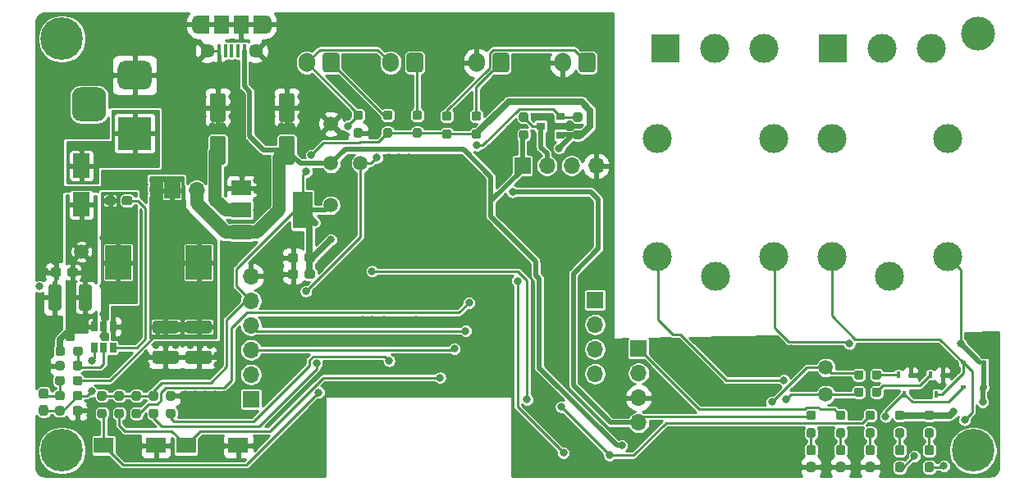
<source format=gbr>
%TF.GenerationSoftware,KiCad,Pcbnew,5.1.9-73d0e3b20d~88~ubuntu18.04.1*%
%TF.CreationDate,2021-03-24T04:21:48+02:00*%
%TF.ProjectId,Electra,456c6563-7472-4612-9e6b-696361645f70,rev?*%
%TF.SameCoordinates,Original*%
%TF.FileFunction,Copper,L1,Top*%
%TF.FilePolarity,Positive*%
%FSLAX46Y46*%
G04 Gerber Fmt 4.6, Leading zero omitted, Abs format (unit mm)*
G04 Created by KiCad (PCBNEW 5.1.9-73d0e3b20d~88~ubuntu18.04.1) date 2021-03-24 04:21:48*
%MOMM*%
%LPD*%
G01*
G04 APERTURE LIST*
%TA.AperFunction,ConnectorPad*%
%ADD10C,3.500000*%
%TD*%
%TA.AperFunction,ComponentPad*%
%ADD11C,2.600000*%
%TD*%
%TA.AperFunction,ComponentPad*%
%ADD12C,3.000000*%
%TD*%
%TA.AperFunction,ComponentPad*%
%ADD13R,1.700000X1.700000*%
%TD*%
%TA.AperFunction,ComponentPad*%
%ADD14O,1.700000X1.700000*%
%TD*%
%TA.AperFunction,ComponentPad*%
%ADD15O,1.700000X2.000000*%
%TD*%
%TA.AperFunction,SMDPad,CuDef*%
%ADD16R,2.700000X3.600000*%
%TD*%
%TA.AperFunction,ComponentPad*%
%ADD17C,4.400000*%
%TD*%
%TA.AperFunction,ComponentPad*%
%ADD18C,0.700000*%
%TD*%
%TA.AperFunction,ComponentPad*%
%ADD19R,3.000000X3.000000*%
%TD*%
%TA.AperFunction,SMDPad,CuDef*%
%ADD20R,1.800000X2.500000*%
%TD*%
%TA.AperFunction,SMDPad,CuDef*%
%ADD21R,0.600000X0.450000*%
%TD*%
%TA.AperFunction,ComponentPad*%
%ADD22R,3.500000X3.500000*%
%TD*%
%TA.AperFunction,SMDPad,CuDef*%
%ADD23R,1.500000X1.900000*%
%TD*%
%TA.AperFunction,ComponentPad*%
%ADD24C,1.450000*%
%TD*%
%TA.AperFunction,SMDPad,CuDef*%
%ADD25R,0.400000X1.350000*%
%TD*%
%TA.AperFunction,ComponentPad*%
%ADD26O,1.200000X1.900000*%
%TD*%
%TA.AperFunction,SMDPad,CuDef*%
%ADD27R,1.200000X1.900000*%
%TD*%
%TA.AperFunction,SMDPad,CuDef*%
%ADD28R,0.450000X0.700000*%
%TD*%
%TA.AperFunction,SMDPad,CuDef*%
%ADD29R,0.900000X0.800000*%
%TD*%
%TA.AperFunction,SMDPad,CuDef*%
%ADD30R,2.000000X1.600000*%
%TD*%
%TA.AperFunction,SMDPad,CuDef*%
%ADD31C,1.500000*%
%TD*%
%TA.AperFunction,SMDPad,CuDef*%
%ADD32R,2.000000X3.800000*%
%TD*%
%TA.AperFunction,SMDPad,CuDef*%
%ADD33R,2.000000X1.500000*%
%TD*%
%TA.AperFunction,SMDPad,CuDef*%
%ADD34R,0.650000X1.060000*%
%TD*%
%TA.AperFunction,ViaPad*%
%ADD35C,0.800000*%
%TD*%
%TA.AperFunction,Conductor*%
%ADD36C,0.700000*%
%TD*%
%TA.AperFunction,Conductor*%
%ADD37C,0.250000*%
%TD*%
%TA.AperFunction,Conductor*%
%ADD38C,1.370000*%
%TD*%
%TA.AperFunction,Conductor*%
%ADD39C,0.500000*%
%TD*%
%TA.AperFunction,Conductor*%
%ADD40C,1.000000*%
%TD*%
%TA.AperFunction,Conductor*%
%ADD41C,0.254000*%
%TD*%
%TA.AperFunction,Conductor*%
%ADD42C,0.100000*%
%TD*%
G04 APERTURE END LIST*
%TO.P,R206,2*%
%TO.N,GND*%
%TA.AperFunction,SMDPad,CuDef*%
G36*
G01*
X101625000Y-112137500D02*
X101625000Y-111662500D01*
G75*
G02*
X101862500Y-111425000I237500J0D01*
G01*
X102362500Y-111425000D01*
G75*
G02*
X102600000Y-111662500I0J-237500D01*
G01*
X102600000Y-112137500D01*
G75*
G02*
X102362500Y-112375000I-237500J0D01*
G01*
X101862500Y-112375000D01*
G75*
G02*
X101625000Y-112137500I0J237500D01*
G01*
G37*
%TD.AperFunction*%
%TO.P,R206,1*%
%TO.N,Net-(C207-Pad1)*%
%TA.AperFunction,SMDPad,CuDef*%
G36*
G01*
X99800000Y-112137500D02*
X99800000Y-111662500D01*
G75*
G02*
X100037500Y-111425000I237500J0D01*
G01*
X100537500Y-111425000D01*
G75*
G02*
X100775000Y-111662500I0J-237500D01*
G01*
X100775000Y-112137500D01*
G75*
G02*
X100537500Y-112375000I-237500J0D01*
G01*
X100037500Y-112375000D01*
G75*
G02*
X99800000Y-112137500I0J237500D01*
G01*
G37*
%TD.AperFunction*%
%TD*%
%TO.P,R205,2*%
%TO.N,Net-(C207-Pad1)*%
%TA.AperFunction,SMDPad,CuDef*%
G36*
G01*
X101625000Y-110587500D02*
X101625000Y-110112500D01*
G75*
G02*
X101862500Y-109875000I237500J0D01*
G01*
X102362500Y-109875000D01*
G75*
G02*
X102600000Y-110112500I0J-237500D01*
G01*
X102600000Y-110587500D01*
G75*
G02*
X102362500Y-110825000I-237500J0D01*
G01*
X101862500Y-110825000D01*
G75*
G02*
X101625000Y-110587500I0J237500D01*
G01*
G37*
%TD.AperFunction*%
%TO.P,R205,1*%
%TO.N,Net-(C207-Pad2)*%
%TA.AperFunction,SMDPad,CuDef*%
G36*
G01*
X99800000Y-110587500D02*
X99800000Y-110112500D01*
G75*
G02*
X100037500Y-109875000I237500J0D01*
G01*
X100537500Y-109875000D01*
G75*
G02*
X100775000Y-110112500I0J-237500D01*
G01*
X100775000Y-110587500D01*
G75*
G02*
X100537500Y-110825000I-237500J0D01*
G01*
X100037500Y-110825000D01*
G75*
G02*
X99800000Y-110587500I0J237500D01*
G01*
G37*
%TD.AperFunction*%
%TD*%
%TO.P,R204,2*%
%TO.N,Net-(C207-Pad2)*%
%TA.AperFunction,SMDPad,CuDef*%
G36*
G01*
X100775000Y-108562500D02*
X100775000Y-109037500D01*
G75*
G02*
X100537500Y-109275000I-237500J0D01*
G01*
X100037500Y-109275000D01*
G75*
G02*
X99800000Y-109037500I0J237500D01*
G01*
X99800000Y-108562500D01*
G75*
G02*
X100037500Y-108325000I237500J0D01*
G01*
X100537500Y-108325000D01*
G75*
G02*
X100775000Y-108562500I0J-237500D01*
G01*
G37*
%TD.AperFunction*%
%TO.P,R204,1*%
%TO.N,Net-(C205-Pad2)*%
%TA.AperFunction,SMDPad,CuDef*%
G36*
G01*
X102600000Y-108562500D02*
X102600000Y-109037500D01*
G75*
G02*
X102362500Y-109275000I-237500J0D01*
G01*
X101862500Y-109275000D01*
G75*
G02*
X101625000Y-109037500I0J237500D01*
G01*
X101625000Y-108562500D01*
G75*
G02*
X101862500Y-108325000I237500J0D01*
G01*
X102362500Y-108325000D01*
G75*
G02*
X102600000Y-108562500I0J-237500D01*
G01*
G37*
%TD.AperFunction*%
%TD*%
%TO.P,R202,2*%
%TO.N,GND*%
%TA.AperFunction,SMDPad,CuDef*%
G36*
G01*
X100775000Y-107012500D02*
X100775000Y-107487500D01*
G75*
G02*
X100537500Y-107725000I-237500J0D01*
G01*
X100037500Y-107725000D01*
G75*
G02*
X99800000Y-107487500I0J237500D01*
G01*
X99800000Y-107012500D01*
G75*
G02*
X100037500Y-106775000I237500J0D01*
G01*
X100537500Y-106775000D01*
G75*
G02*
X100775000Y-107012500I0J-237500D01*
G01*
G37*
%TD.AperFunction*%
%TO.P,R202,1*%
%TO.N,Net-(R201-Pad2)*%
%TA.AperFunction,SMDPad,CuDef*%
G36*
G01*
X102600000Y-107012500D02*
X102600000Y-107487500D01*
G75*
G02*
X102362500Y-107725000I-237500J0D01*
G01*
X101862500Y-107725000D01*
G75*
G02*
X101625000Y-107487500I0J237500D01*
G01*
X101625000Y-107012500D01*
G75*
G02*
X101862500Y-106775000I237500J0D01*
G01*
X102362500Y-106775000D01*
G75*
G02*
X102600000Y-107012500I0J-237500D01*
G01*
G37*
%TD.AperFunction*%
%TD*%
%TO.P,R201,2*%
%TO.N,Net-(R201-Pad2)*%
%TA.AperFunction,SMDPad,CuDef*%
G36*
G01*
X101662500Y-105987500D02*
X101662500Y-105512500D01*
G75*
G02*
X101900000Y-105275000I237500J0D01*
G01*
X102400000Y-105275000D01*
G75*
G02*
X102637500Y-105512500I0J-237500D01*
G01*
X102637500Y-105987500D01*
G75*
G02*
X102400000Y-106225000I-237500J0D01*
G01*
X101900000Y-106225000D01*
G75*
G02*
X101662500Y-105987500I0J237500D01*
G01*
G37*
%TD.AperFunction*%
%TO.P,R201,1*%
%TO.N,Net-(C201-Pad1)*%
%TA.AperFunction,SMDPad,CuDef*%
G36*
G01*
X99837500Y-105987500D02*
X99837500Y-105512500D01*
G75*
G02*
X100075000Y-105275000I237500J0D01*
G01*
X100575000Y-105275000D01*
G75*
G02*
X100812500Y-105512500I0J-237500D01*
G01*
X100812500Y-105987500D01*
G75*
G02*
X100575000Y-106225000I-237500J0D01*
G01*
X100075000Y-106225000D01*
G75*
G02*
X99837500Y-105987500I0J237500D01*
G01*
G37*
%TD.AperFunction*%
%TD*%
D10*
%TO.P,REF\u002A\u002A,1*%
%TO.N,N/C*%
X195000000Y-73000000D03*
D11*
X195000000Y-73000000D03*
%TD*%
D12*
%TO.P,K301,11*%
%TO.N,/Relay2/Relay-Common*%
X185920000Y-98000000D03*
%TO.P,K301,A2*%
%TO.N,Net-(D302-Pad1)*%
X179920000Y-96000000D03*
%TO.P,K301,12*%
%TO.N,/Relay2/Relay-Normal-Close*%
X179920000Y-83800000D03*
%TO.P,K301,14*%
%TO.N,/Relay2/Relay-Normal-Open*%
X191920000Y-83800000D03*
%TO.P,K301,A1*%
%TO.N,+5V*%
X191920000Y-96000000D03*
%TD*%
D13*
%TO.P,J801,1*%
%TO.N,+5V*%
X148000000Y-86600000D03*
D14*
%TO.P,J801,2*%
%TO.N,Net-(J801-Pad2)*%
X150540000Y-86600000D03*
%TO.P,J801,3*%
%TO.N,Net-(J801-Pad3)*%
X153080000Y-86600000D03*
%TO.P,J801,4*%
%TO.N,GND*%
X155620000Y-86600000D03*
%TD*%
D12*
%TO.P,K401,A1*%
%TO.N,+5V*%
X173920000Y-96000000D03*
%TO.P,K401,14*%
%TO.N,/Relay1/Relay-Normal-Open*%
X173920000Y-83800000D03*
%TO.P,K401,12*%
%TO.N,/Relay1/Relay-Normal-Close*%
X161920000Y-83800000D03*
%TO.P,K401,A2*%
%TO.N,Net-(D402-Pad1)*%
X161920000Y-96000000D03*
%TO.P,K401,11*%
%TO.N,/Relay1/Relay-Common*%
X167920000Y-98000000D03*
%TD*%
D14*
%TO.P,REF\u002A\u002A,4*%
%TO.N,N/C*%
X155500000Y-108080000D03*
%TO.P,REF\u002A\u002A,3*%
X155500000Y-105540000D03*
%TO.P,REF\u002A\u002A,2*%
X155500000Y-103000000D03*
D13*
%TO.P,REF\u002A\u002A,1*%
X155500000Y-100460000D03*
%TD*%
D15*
%TO.P,J501,2*%
%TO.N,GND*%
X152186000Y-75946000D03*
%TO.P,J501,1*%
%TO.N,/Switch1*%
%TA.AperFunction,ComponentPad*%
G36*
G01*
X155536000Y-75196000D02*
X155536000Y-76696000D01*
G75*
G02*
X155286000Y-76946000I-250000J0D01*
G01*
X154086000Y-76946000D01*
G75*
G02*
X153836000Y-76696000I0J250000D01*
G01*
X153836000Y-75196000D01*
G75*
G02*
X154086000Y-74946000I250000J0D01*
G01*
X155286000Y-74946000D01*
G75*
G02*
X155536000Y-75196000I0J-250000D01*
G01*
G37*
%TD.AperFunction*%
%TD*%
%TO.P,R203,2*%
%TO.N,+3V3*%
%TA.AperFunction,SMDPad,CuDef*%
G36*
G01*
X178037500Y-112859000D02*
X177562500Y-112859000D01*
G75*
G02*
X177325000Y-112621500I0J237500D01*
G01*
X177325000Y-112121500D01*
G75*
G02*
X177562500Y-111884000I237500J0D01*
G01*
X178037500Y-111884000D01*
G75*
G02*
X178275000Y-112121500I0J-237500D01*
G01*
X178275000Y-112621500D01*
G75*
G02*
X178037500Y-112859000I-237500J0D01*
G01*
G37*
%TD.AperFunction*%
%TO.P,R203,1*%
%TO.N,Net-(D202-Pad2)*%
%TA.AperFunction,SMDPad,CuDef*%
G36*
G01*
X178037500Y-114684000D02*
X177562500Y-114684000D01*
G75*
G02*
X177325000Y-114446500I0J237500D01*
G01*
X177325000Y-113946500D01*
G75*
G02*
X177562500Y-113709000I237500J0D01*
G01*
X178037500Y-113709000D01*
G75*
G02*
X178275000Y-113946500I0J-237500D01*
G01*
X178275000Y-114446500D01*
G75*
G02*
X178037500Y-114684000I-237500J0D01*
G01*
G37*
%TD.AperFunction*%
%TD*%
%TO.P,C203,2*%
%TO.N,GND*%
%TA.AperFunction,SMDPad,CuDef*%
G36*
G01*
X117136000Y-82104000D02*
X116036000Y-82104000D01*
G75*
G02*
X115786000Y-81854000I0J250000D01*
G01*
X115786000Y-79354000D01*
G75*
G02*
X116036000Y-79104000I250000J0D01*
G01*
X117136000Y-79104000D01*
G75*
G02*
X117386000Y-79354000I0J-250000D01*
G01*
X117386000Y-81854000D01*
G75*
G02*
X117136000Y-82104000I-250000J0D01*
G01*
G37*
%TD.AperFunction*%
%TO.P,C203,1*%
%TO.N,+3V3*%
%TA.AperFunction,SMDPad,CuDef*%
G36*
G01*
X117136000Y-86504000D02*
X116036000Y-86504000D01*
G75*
G02*
X115786000Y-86254000I0J250000D01*
G01*
X115786000Y-83754000D01*
G75*
G02*
X116036000Y-83504000I250000J0D01*
G01*
X117136000Y-83504000D01*
G75*
G02*
X117386000Y-83754000I0J-250000D01*
G01*
X117386000Y-86254000D01*
G75*
G02*
X117136000Y-86504000I-250000J0D01*
G01*
G37*
%TD.AperFunction*%
%TD*%
D16*
%TO.P,L201,1*%
%TO.N,Net-(C204-Pad1)*%
X106300000Y-96600000D03*
%TO.P,L201,2*%
%TO.N,Net-(C205-Pad2)*%
X114600000Y-96600000D03*
%TD*%
D17*
%TO.P,REF\u002A\u002A,1*%
%TO.N,N/C*%
X100500000Y-73500000D03*
D18*
X102150000Y-73500000D03*
X101666726Y-74666726D03*
X100500000Y-75150000D03*
X99333274Y-74666726D03*
X98850000Y-73500000D03*
X99333274Y-72333274D03*
X100500000Y-71850000D03*
X101666726Y-72333274D03*
%TD*%
%TO.P,REF\u002A\u002A,1*%
%TO.N,N/C*%
X101666726Y-114833274D03*
X100500000Y-114350000D03*
X99333274Y-114833274D03*
X98850000Y-116000000D03*
X99333274Y-117166726D03*
X100500000Y-117650000D03*
X101666726Y-117166726D03*
X102150000Y-116000000D03*
D17*
X100500000Y-116000000D03*
%TD*%
%TO.P,REF\u002A\u002A,1*%
%TO.N,N/C*%
X194500000Y-116000000D03*
D18*
X196150000Y-116000000D03*
X195666726Y-117166726D03*
X194500000Y-117650000D03*
X193333274Y-117166726D03*
X192850000Y-116000000D03*
X193333274Y-114833274D03*
X194500000Y-114350000D03*
X195666726Y-114833274D03*
%TD*%
D12*
%TO.P,J401,3*%
%TO.N,/Relay1/Relay-Normal-Open*%
X172920000Y-74510000D03*
%TO.P,J401,2*%
%TO.N,/Relay1/Relay-Common*%
X167840000Y-74510000D03*
D19*
%TO.P,J401,1*%
%TO.N,/Relay1/Relay-Normal-Close*%
X162760000Y-74510000D03*
%TD*%
%TO.P,C201,2*%
%TO.N,GND*%
%TA.AperFunction,SMDPad,CuDef*%
G36*
G01*
X100437500Y-99099999D02*
X100437500Y-101300001D01*
G75*
G02*
X100187501Y-101550000I-249999J0D01*
G01*
X99362499Y-101550000D01*
G75*
G02*
X99112500Y-101300001I0J249999D01*
G01*
X99112500Y-99099999D01*
G75*
G02*
X99362499Y-98850000I249999J0D01*
G01*
X100187501Y-98850000D01*
G75*
G02*
X100437500Y-99099999I0J-249999D01*
G01*
G37*
%TD.AperFunction*%
%TO.P,C201,1*%
%TO.N,Net-(C201-Pad1)*%
%TA.AperFunction,SMDPad,CuDef*%
G36*
G01*
X103562500Y-99099999D02*
X103562500Y-101300001D01*
G75*
G02*
X103312501Y-101550000I-249999J0D01*
G01*
X102487499Y-101550000D01*
G75*
G02*
X102237500Y-101300001I0J249999D01*
G01*
X102237500Y-99099999D01*
G75*
G02*
X102487499Y-98850000I249999J0D01*
G01*
X103312501Y-98850000D01*
G75*
G02*
X103562500Y-99099999I0J-249999D01*
G01*
G37*
%TD.AperFunction*%
%TD*%
%TO.P,C202,2*%
%TO.N,GND*%
%TA.AperFunction,SMDPad,CuDef*%
G36*
G01*
X100412500Y-97362500D02*
X100412500Y-97837500D01*
G75*
G02*
X100175000Y-98075000I-237500J0D01*
G01*
X99575000Y-98075000D01*
G75*
G02*
X99337500Y-97837500I0J237500D01*
G01*
X99337500Y-97362500D01*
G75*
G02*
X99575000Y-97125000I237500J0D01*
G01*
X100175000Y-97125000D01*
G75*
G02*
X100412500Y-97362500I0J-237500D01*
G01*
G37*
%TD.AperFunction*%
%TO.P,C202,1*%
%TO.N,Net-(C201-Pad1)*%
%TA.AperFunction,SMDPad,CuDef*%
G36*
G01*
X102137500Y-97362500D02*
X102137500Y-97837500D01*
G75*
G02*
X101900000Y-98075000I-237500J0D01*
G01*
X101300000Y-98075000D01*
G75*
G02*
X101062500Y-97837500I0J237500D01*
G01*
X101062500Y-97362500D01*
G75*
G02*
X101300000Y-97125000I237500J0D01*
G01*
X101900000Y-97125000D01*
G75*
G02*
X102137500Y-97362500I0J-237500D01*
G01*
G37*
%TD.AperFunction*%
%TD*%
%TO.P,C204,1*%
%TO.N,Net-(C204-Pad1)*%
%TA.AperFunction,SMDPad,CuDef*%
G36*
G01*
X104950000Y-90437500D02*
X104950000Y-89962500D01*
G75*
G02*
X105187500Y-89725000I237500J0D01*
G01*
X105787500Y-89725000D01*
G75*
G02*
X106025000Y-89962500I0J-237500D01*
G01*
X106025000Y-90437500D01*
G75*
G02*
X105787500Y-90675000I-237500J0D01*
G01*
X105187500Y-90675000D01*
G75*
G02*
X104950000Y-90437500I0J237500D01*
G01*
G37*
%TD.AperFunction*%
%TO.P,C204,2*%
%TO.N,Net-(C204-Pad2)*%
%TA.AperFunction,SMDPad,CuDef*%
G36*
G01*
X106675000Y-90437500D02*
X106675000Y-89962500D01*
G75*
G02*
X106912500Y-89725000I237500J0D01*
G01*
X107512500Y-89725000D01*
G75*
G02*
X107750000Y-89962500I0J-237500D01*
G01*
X107750000Y-90437500D01*
G75*
G02*
X107512500Y-90675000I-237500J0D01*
G01*
X106912500Y-90675000D01*
G75*
G02*
X106675000Y-90437500I0J237500D01*
G01*
G37*
%TD.AperFunction*%
%TD*%
%TO.P,C205,1*%
%TO.N,GND*%
%TA.AperFunction,SMDPad,CuDef*%
G36*
G01*
X112300001Y-107037500D02*
X110099999Y-107037500D01*
G75*
G02*
X109850000Y-106787501I0J249999D01*
G01*
X109850000Y-105962499D01*
G75*
G02*
X110099999Y-105712500I249999J0D01*
G01*
X112300001Y-105712500D01*
G75*
G02*
X112550000Y-105962499I0J-249999D01*
G01*
X112550000Y-106787501D01*
G75*
G02*
X112300001Y-107037500I-249999J0D01*
G01*
G37*
%TD.AperFunction*%
%TO.P,C205,2*%
%TO.N,Net-(C205-Pad2)*%
%TA.AperFunction,SMDPad,CuDef*%
G36*
G01*
X112300001Y-103912500D02*
X110099999Y-103912500D01*
G75*
G02*
X109850000Y-103662501I0J249999D01*
G01*
X109850000Y-102837499D01*
G75*
G02*
X110099999Y-102587500I249999J0D01*
G01*
X112300001Y-102587500D01*
G75*
G02*
X112550000Y-102837499I0J-249999D01*
G01*
X112550000Y-103662501D01*
G75*
G02*
X112300001Y-103912500I-249999J0D01*
G01*
G37*
%TD.AperFunction*%
%TD*%
%TO.P,C206,2*%
%TO.N,Net-(C205-Pad2)*%
%TA.AperFunction,SMDPad,CuDef*%
G36*
G01*
X115700001Y-103912500D02*
X113499999Y-103912500D01*
G75*
G02*
X113250000Y-103662501I0J249999D01*
G01*
X113250000Y-102837499D01*
G75*
G02*
X113499999Y-102587500I249999J0D01*
G01*
X115700001Y-102587500D01*
G75*
G02*
X115950000Y-102837499I0J-249999D01*
G01*
X115950000Y-103662501D01*
G75*
G02*
X115700001Y-103912500I-249999J0D01*
G01*
G37*
%TD.AperFunction*%
%TO.P,C206,1*%
%TO.N,GND*%
%TA.AperFunction,SMDPad,CuDef*%
G36*
G01*
X115700001Y-107037500D02*
X113499999Y-107037500D01*
G75*
G02*
X113250000Y-106787501I0J249999D01*
G01*
X113250000Y-105962499D01*
G75*
G02*
X113499999Y-105712500I249999J0D01*
G01*
X115700001Y-105712500D01*
G75*
G02*
X115950000Y-105962499I0J-249999D01*
G01*
X115950000Y-106787501D01*
G75*
G02*
X115700001Y-107037500I-249999J0D01*
G01*
G37*
%TD.AperFunction*%
%TD*%
%TO.P,C207,1*%
%TO.N,Net-(C207-Pad1)*%
%TA.AperFunction,SMDPad,CuDef*%
G36*
G01*
X98837500Y-112400000D02*
X98362500Y-112400000D01*
G75*
G02*
X98125000Y-112162500I0J237500D01*
G01*
X98125000Y-111562500D01*
G75*
G02*
X98362500Y-111325000I237500J0D01*
G01*
X98837500Y-111325000D01*
G75*
G02*
X99075000Y-111562500I0J-237500D01*
G01*
X99075000Y-112162500D01*
G75*
G02*
X98837500Y-112400000I-237500J0D01*
G01*
G37*
%TD.AperFunction*%
%TO.P,C207,2*%
%TO.N,Net-(C207-Pad2)*%
%TA.AperFunction,SMDPad,CuDef*%
G36*
G01*
X98837500Y-110675000D02*
X98362500Y-110675000D01*
G75*
G02*
X98125000Y-110437500I0J237500D01*
G01*
X98125000Y-109837500D01*
G75*
G02*
X98362500Y-109600000I237500J0D01*
G01*
X98837500Y-109600000D01*
G75*
G02*
X99075000Y-109837500I0J-237500D01*
G01*
X99075000Y-110437500D01*
G75*
G02*
X98837500Y-110675000I-237500J0D01*
G01*
G37*
%TD.AperFunction*%
%TD*%
%TO.P,C208,1*%
%TO.N,+5V*%
%TA.AperFunction,SMDPad,CuDef*%
G36*
G01*
X124248000Y-86504000D02*
X123148000Y-86504000D01*
G75*
G02*
X122898000Y-86254000I0J250000D01*
G01*
X122898000Y-83754000D01*
G75*
G02*
X123148000Y-83504000I250000J0D01*
G01*
X124248000Y-83504000D01*
G75*
G02*
X124498000Y-83754000I0J-250000D01*
G01*
X124498000Y-86254000D01*
G75*
G02*
X124248000Y-86504000I-250000J0D01*
G01*
G37*
%TD.AperFunction*%
%TO.P,C208,2*%
%TO.N,GND*%
%TA.AperFunction,SMDPad,CuDef*%
G36*
G01*
X124248000Y-82104000D02*
X123148000Y-82104000D01*
G75*
G02*
X122898000Y-81854000I0J250000D01*
G01*
X122898000Y-79354000D01*
G75*
G02*
X123148000Y-79104000I250000J0D01*
G01*
X124248000Y-79104000D01*
G75*
G02*
X124498000Y-79354000I0J-250000D01*
G01*
X124498000Y-81854000D01*
G75*
G02*
X124248000Y-82104000I-250000J0D01*
G01*
G37*
%TD.AperFunction*%
%TD*%
%TO.P,C601,1*%
%TO.N,+3V3*%
%TA.AperFunction,SMDPad,CuDef*%
G36*
G01*
X126600000Y-95862500D02*
X126600000Y-96337500D01*
G75*
G02*
X126362500Y-96575000I-237500J0D01*
G01*
X125762500Y-96575000D01*
G75*
G02*
X125525000Y-96337500I0J237500D01*
G01*
X125525000Y-95862500D01*
G75*
G02*
X125762500Y-95625000I237500J0D01*
G01*
X126362500Y-95625000D01*
G75*
G02*
X126600000Y-95862500I0J-237500D01*
G01*
G37*
%TD.AperFunction*%
%TO.P,C601,2*%
%TO.N,GND*%
%TA.AperFunction,SMDPad,CuDef*%
G36*
G01*
X124875000Y-95862500D02*
X124875000Y-96337500D01*
G75*
G02*
X124637500Y-96575000I-237500J0D01*
G01*
X124037500Y-96575000D01*
G75*
G02*
X123800000Y-96337500I0J237500D01*
G01*
X123800000Y-95862500D01*
G75*
G02*
X124037500Y-95625000I237500J0D01*
G01*
X124637500Y-95625000D01*
G75*
G02*
X124875000Y-95862500I0J-237500D01*
G01*
G37*
%TD.AperFunction*%
%TD*%
%TO.P,C602,2*%
%TO.N,GND*%
%TA.AperFunction,SMDPad,CuDef*%
G36*
G01*
X124875000Y-97562500D02*
X124875000Y-98037500D01*
G75*
G02*
X124637500Y-98275000I-237500J0D01*
G01*
X124037500Y-98275000D01*
G75*
G02*
X123800000Y-98037500I0J237500D01*
G01*
X123800000Y-97562500D01*
G75*
G02*
X124037500Y-97325000I237500J0D01*
G01*
X124637500Y-97325000D01*
G75*
G02*
X124875000Y-97562500I0J-237500D01*
G01*
G37*
%TD.AperFunction*%
%TO.P,C602,1*%
%TO.N,+3V3*%
%TA.AperFunction,SMDPad,CuDef*%
G36*
G01*
X126600000Y-97562500D02*
X126600000Y-98037500D01*
G75*
G02*
X126362500Y-98275000I-237500J0D01*
G01*
X125762500Y-98275000D01*
G75*
G02*
X125525000Y-98037500I0J237500D01*
G01*
X125525000Y-97562500D01*
G75*
G02*
X125762500Y-97325000I237500J0D01*
G01*
X126362500Y-97325000D01*
G75*
G02*
X126600000Y-97562500I0J-237500D01*
G01*
G37*
%TD.AperFunction*%
%TD*%
D20*
%TO.P,D201,1*%
%TO.N,+VDC*%
X102500000Y-86600000D03*
%TO.P,D201,2*%
%TO.N,Net-(C201-Pad1)*%
X102500000Y-90600000D03*
%TD*%
%TO.P,D202,1*%
%TO.N,GND*%
%TA.AperFunction,SMDPad,CuDef*%
G36*
G01*
X178037500Y-118240000D02*
X177562500Y-118240000D01*
G75*
G02*
X177325000Y-118002500I0J237500D01*
G01*
X177325000Y-117427500D01*
G75*
G02*
X177562500Y-117190000I237500J0D01*
G01*
X178037500Y-117190000D01*
G75*
G02*
X178275000Y-117427500I0J-237500D01*
G01*
X178275000Y-118002500D01*
G75*
G02*
X178037500Y-118240000I-237500J0D01*
G01*
G37*
%TD.AperFunction*%
%TO.P,D202,2*%
%TO.N,Net-(D202-Pad2)*%
%TA.AperFunction,SMDPad,CuDef*%
G36*
G01*
X178037500Y-116490000D02*
X177562500Y-116490000D01*
G75*
G02*
X177325000Y-116252500I0J237500D01*
G01*
X177325000Y-115677500D01*
G75*
G02*
X177562500Y-115440000I237500J0D01*
G01*
X178037500Y-115440000D01*
G75*
G02*
X178275000Y-115677500I0J-237500D01*
G01*
X178275000Y-116252500D01*
G75*
G02*
X178037500Y-116490000I-237500J0D01*
G01*
G37*
%TD.AperFunction*%
%TD*%
%TO.P,D301,2*%
%TO.N,Net-(D301-Pad2)*%
%TA.AperFunction,SMDPad,CuDef*%
G36*
G01*
X190229500Y-116490000D02*
X189754500Y-116490000D01*
G75*
G02*
X189517000Y-116252500I0J237500D01*
G01*
X189517000Y-115677500D01*
G75*
G02*
X189754500Y-115440000I237500J0D01*
G01*
X190229500Y-115440000D01*
G75*
G02*
X190467000Y-115677500I0J-237500D01*
G01*
X190467000Y-116252500D01*
G75*
G02*
X190229500Y-116490000I-237500J0D01*
G01*
G37*
%TD.AperFunction*%
%TO.P,D301,1*%
%TO.N,Net-(D301-Pad1)*%
%TA.AperFunction,SMDPad,CuDef*%
G36*
G01*
X190229500Y-118240000D02*
X189754500Y-118240000D01*
G75*
G02*
X189517000Y-118002500I0J237500D01*
G01*
X189517000Y-117427500D01*
G75*
G02*
X189754500Y-117190000I237500J0D01*
G01*
X190229500Y-117190000D01*
G75*
G02*
X190467000Y-117427500I0J-237500D01*
G01*
X190467000Y-118002500D01*
G75*
G02*
X190229500Y-118240000I-237500J0D01*
G01*
G37*
%TD.AperFunction*%
%TD*%
D21*
%TO.P,D302,2*%
%TO.N,+5V*%
X195614000Y-106934000D03*
%TO.P,D302,1*%
%TO.N,Net-(D302-Pad1)*%
X193514000Y-106934000D03*
%TD*%
%TO.P,D401,1*%
%TO.N,Net-(D401-Pad1)*%
%TA.AperFunction,SMDPad,CuDef*%
G36*
G01*
X187181500Y-118240000D02*
X186706500Y-118240000D01*
G75*
G02*
X186469000Y-118002500I0J237500D01*
G01*
X186469000Y-117427500D01*
G75*
G02*
X186706500Y-117190000I237500J0D01*
G01*
X187181500Y-117190000D01*
G75*
G02*
X187419000Y-117427500I0J-237500D01*
G01*
X187419000Y-118002500D01*
G75*
G02*
X187181500Y-118240000I-237500J0D01*
G01*
G37*
%TD.AperFunction*%
%TO.P,D401,2*%
%TO.N,Net-(D401-Pad2)*%
%TA.AperFunction,SMDPad,CuDef*%
G36*
G01*
X187181500Y-116490000D02*
X186706500Y-116490000D01*
G75*
G02*
X186469000Y-116252500I0J237500D01*
G01*
X186469000Y-115677500D01*
G75*
G02*
X186706500Y-115440000I237500J0D01*
G01*
X187181500Y-115440000D01*
G75*
G02*
X187419000Y-115677500I0J-237500D01*
G01*
X187419000Y-116252500D01*
G75*
G02*
X187181500Y-116490000I-237500J0D01*
G01*
G37*
%TD.AperFunction*%
%TD*%
%TO.P,D402,1*%
%TO.N,Net-(D402-Pad1)*%
X193514000Y-109474000D03*
%TO.P,D402,2*%
%TO.N,+5V*%
X195614000Y-109474000D03*
%TD*%
%TO.P,D601,1*%
%TO.N,GND*%
%TA.AperFunction,SMDPad,CuDef*%
G36*
G01*
X181085500Y-118240000D02*
X180610500Y-118240000D01*
G75*
G02*
X180373000Y-118002500I0J237500D01*
G01*
X180373000Y-117427500D01*
G75*
G02*
X180610500Y-117190000I237500J0D01*
G01*
X181085500Y-117190000D01*
G75*
G02*
X181323000Y-117427500I0J-237500D01*
G01*
X181323000Y-118002500D01*
G75*
G02*
X181085500Y-118240000I-237500J0D01*
G01*
G37*
%TD.AperFunction*%
%TO.P,D601,2*%
%TO.N,Net-(D601-Pad2)*%
%TA.AperFunction,SMDPad,CuDef*%
G36*
G01*
X181085500Y-116490000D02*
X180610500Y-116490000D01*
G75*
G02*
X180373000Y-116252500I0J237500D01*
G01*
X180373000Y-115677500D01*
G75*
G02*
X180610500Y-115440000I237500J0D01*
G01*
X181085500Y-115440000D01*
G75*
G02*
X181323000Y-115677500I0J-237500D01*
G01*
X181323000Y-116252500D01*
G75*
G02*
X181085500Y-116490000I-237500J0D01*
G01*
G37*
%TD.AperFunction*%
%TD*%
%TO.P,D602,2*%
%TO.N,Net-(D602-Pad2)*%
%TA.AperFunction,SMDPad,CuDef*%
G36*
G01*
X184133500Y-116490000D02*
X183658500Y-116490000D01*
G75*
G02*
X183421000Y-116252500I0J237500D01*
G01*
X183421000Y-115677500D01*
G75*
G02*
X183658500Y-115440000I237500J0D01*
G01*
X184133500Y-115440000D01*
G75*
G02*
X184371000Y-115677500I0J-237500D01*
G01*
X184371000Y-116252500D01*
G75*
G02*
X184133500Y-116490000I-237500J0D01*
G01*
G37*
%TD.AperFunction*%
%TO.P,D602,1*%
%TO.N,GND*%
%TA.AperFunction,SMDPad,CuDef*%
G36*
G01*
X184133500Y-118240000D02*
X183658500Y-118240000D01*
G75*
G02*
X183421000Y-118002500I0J237500D01*
G01*
X183421000Y-117427500D01*
G75*
G02*
X183658500Y-117190000I237500J0D01*
G01*
X184133500Y-117190000D01*
G75*
G02*
X184371000Y-117427500I0J-237500D01*
G01*
X184371000Y-118002500D01*
G75*
G02*
X184133500Y-118240000I-237500J0D01*
G01*
G37*
%TD.AperFunction*%
%TD*%
D13*
%TO.P,J101,1*%
%TO.N,Net-(J101-Pad1)*%
X120000000Y-110700000D03*
D14*
%TO.P,J101,2*%
%TO.N,Net-(J101-Pad2)*%
X120000000Y-108160000D03*
%TO.P,J101,3*%
%TO.N,/L-SDL*%
X120000000Y-105620000D03*
%TO.P,J101,4*%
%TO.N,/L-SDA*%
X120000000Y-103080000D03*
%TO.P,J101,5*%
%TO.N,+3V3*%
X120000000Y-100540000D03*
%TO.P,J101,6*%
%TO.N,GND*%
X120000000Y-98000000D03*
%TD*%
%TO.P,J102,4*%
%TO.N,+3V3*%
X160000000Y-113120000D03*
%TO.P,J102,3*%
%TO.N,GND*%
X160000000Y-110580000D03*
%TO.P,J102,2*%
%TO.N,/RX*%
X160000000Y-108040000D03*
D13*
%TO.P,J102,1*%
%TO.N,/TX*%
X160000000Y-105500000D03*
%TD*%
D22*
%TO.P,J201,1*%
%TO.N,+VDC*%
X108000000Y-83250000D03*
%TO.P,J201,2*%
%TO.N,GND*%
%TA.AperFunction,ComponentPad*%
G36*
G01*
X107000000Y-75750000D02*
X109000000Y-75750000D01*
G75*
G02*
X109750000Y-76500000I0J-750000D01*
G01*
X109750000Y-78000000D01*
G75*
G02*
X109000000Y-78750000I-750000J0D01*
G01*
X107000000Y-78750000D01*
G75*
G02*
X106250000Y-78000000I0J750000D01*
G01*
X106250000Y-76500000D01*
G75*
G02*
X107000000Y-75750000I750000J0D01*
G01*
G37*
%TD.AperFunction*%
%TO.P,J201,3*%
%TO.N,N/C*%
%TA.AperFunction,ComponentPad*%
G36*
G01*
X102425000Y-78500000D02*
X104175000Y-78500000D01*
G75*
G02*
X105050000Y-79375000I0J-875000D01*
G01*
X105050000Y-81125000D01*
G75*
G02*
X104175000Y-82000000I-875000J0D01*
G01*
X102425000Y-82000000D01*
G75*
G02*
X101550000Y-81125000I0J875000D01*
G01*
X101550000Y-79375000D01*
G75*
G02*
X102425000Y-78500000I875000J0D01*
G01*
G37*
%TD.AperFunction*%
%TD*%
D23*
%TO.P,J202,6*%
%TO.N,GND*%
X117000000Y-72012500D03*
D24*
X120500000Y-74712500D03*
D25*
%TO.P,J202,2*%
%TO.N,Net-(J202-Pad2)*%
X118650000Y-74712500D03*
%TO.P,J202,1*%
%TO.N,+5V*%
X119300000Y-74712500D03*
%TO.P,J202,5*%
%TO.N,GND*%
X116700000Y-74712500D03*
%TO.P,J202,4*%
%TO.N,Net-(J202-Pad4)*%
X117350000Y-74712500D03*
%TO.P,J202,3*%
%TO.N,Net-(J202-Pad3)*%
X118000000Y-74712500D03*
D24*
%TO.P,J202,6*%
%TO.N,GND*%
X115500000Y-74712500D03*
D23*
X119000000Y-72012500D03*
D26*
X121500000Y-72012500D03*
X114500000Y-72012500D03*
D27*
X115100000Y-72012500D03*
X120900000Y-72012500D03*
%TD*%
D13*
%TO.P,J203,1*%
%TO.N,Net-(C205-Pad2)*%
X111850000Y-89150000D03*
D14*
%TO.P,J203,2*%
%TO.N,+5V*%
X114390000Y-89150000D03*
%TD*%
D19*
%TO.P,J301,1*%
%TO.N,/Relay2/Relay-Normal-Close*%
X180010000Y-74510000D03*
D12*
%TO.P,J301,2*%
%TO.N,/Relay2/Relay-Common*%
X185090000Y-74510000D03*
%TO.P,J301,3*%
%TO.N,/Relay2/Relay-Normal-Open*%
X190170000Y-74510000D03*
%TD*%
%TO.P,J502,1*%
%TO.N,/Switch2*%
%TA.AperFunction,ComponentPad*%
G36*
G01*
X146646000Y-75196000D02*
X146646000Y-76696000D01*
G75*
G02*
X146396000Y-76946000I-250000J0D01*
G01*
X145196000Y-76946000D01*
G75*
G02*
X144946000Y-76696000I0J250000D01*
G01*
X144946000Y-75196000D01*
G75*
G02*
X145196000Y-74946000I250000J0D01*
G01*
X146396000Y-74946000D01*
G75*
G02*
X146646000Y-75196000I0J-250000D01*
G01*
G37*
%TD.AperFunction*%
D15*
%TO.P,J502,2*%
%TO.N,GND*%
X143296000Y-75946000D03*
%TD*%
%TO.P,J701,1*%
%TO.N,Net-(J701-Pad1)*%
%TA.AperFunction,ComponentPad*%
G36*
G01*
X137756000Y-75196000D02*
X137756000Y-76696000D01*
G75*
G02*
X137506000Y-76946000I-250000J0D01*
G01*
X136306000Y-76946000D01*
G75*
G02*
X136056000Y-76696000I0J250000D01*
G01*
X136056000Y-75196000D01*
G75*
G02*
X136306000Y-74946000I250000J0D01*
G01*
X137506000Y-74946000D01*
G75*
G02*
X137756000Y-75196000I0J-250000D01*
G01*
G37*
%TD.AperFunction*%
%TO.P,J701,2*%
%TO.N,/ESP8266/ADC*%
X134406000Y-75946000D03*
%TD*%
%TO.P,J702,2*%
%TO.N,/ESP8266/ADC*%
X125770000Y-75946000D03*
%TO.P,J702,1*%
%TO.N,Net-(J702-Pad1)*%
%TA.AperFunction,ComponentPad*%
G36*
G01*
X129120000Y-75196000D02*
X129120000Y-76696000D01*
G75*
G02*
X128870000Y-76946000I-250000J0D01*
G01*
X127670000Y-76946000D01*
G75*
G02*
X127420000Y-76696000I0J250000D01*
G01*
X127420000Y-75196000D01*
G75*
G02*
X127670000Y-74946000I250000J0D01*
G01*
X128870000Y-74946000D01*
G75*
G02*
X129120000Y-75196000I0J-250000D01*
G01*
G37*
%TD.AperFunction*%
%TD*%
D28*
%TO.P,Q301,1*%
%TO.N,GND*%
X191404000Y-108220000D03*
%TO.P,Q301,2*%
%TO.N,Net-(Q301-Pad2)*%
X190104000Y-108220000D03*
%TO.P,Q301,3*%
%TO.N,Net-(D302-Pad1)*%
X190754000Y-110220000D03*
%TD*%
%TO.P,Q401,3*%
%TO.N,Net-(D402-Pad1)*%
X187452000Y-110220000D03*
%TO.P,Q401,2*%
%TO.N,Net-(Q401-Pad2)*%
X186802000Y-108220000D03*
%TO.P,Q401,1*%
%TO.N,GND*%
X188102000Y-108220000D03*
%TD*%
D29*
%TO.P,Q801,1*%
%TO.N,+3V3*%
X151926000Y-83440000D03*
%TO.P,Q801,2*%
%TO.N,/ESP8266/GPIO14*%
X151926000Y-81540000D03*
%TO.P,Q801,3*%
%TO.N,Net-(J801-Pad2)*%
X149926000Y-82490000D03*
%TD*%
%TO.P,R301,1*%
%TO.N,Net-(Q301-Pad2)*%
%TA.AperFunction,SMDPad,CuDef*%
G36*
G01*
X185042000Y-109744500D02*
X185042000Y-110219500D01*
G75*
G02*
X184804500Y-110457000I-237500J0D01*
G01*
X184304500Y-110457000D01*
G75*
G02*
X184067000Y-110219500I0J237500D01*
G01*
X184067000Y-109744500D01*
G75*
G02*
X184304500Y-109507000I237500J0D01*
G01*
X184804500Y-109507000D01*
G75*
G02*
X185042000Y-109744500I0J-237500D01*
G01*
G37*
%TD.AperFunction*%
%TO.P,R301,2*%
%TO.N,/Relay2*%
%TA.AperFunction,SMDPad,CuDef*%
G36*
G01*
X183217000Y-109744500D02*
X183217000Y-110219500D01*
G75*
G02*
X182979500Y-110457000I-237500J0D01*
G01*
X182479500Y-110457000D01*
G75*
G02*
X182242000Y-110219500I0J237500D01*
G01*
X182242000Y-109744500D01*
G75*
G02*
X182479500Y-109507000I237500J0D01*
G01*
X182979500Y-109507000D01*
G75*
G02*
X183217000Y-109744500I0J-237500D01*
G01*
G37*
%TD.AperFunction*%
%TD*%
%TO.P,R302,1*%
%TO.N,+5V*%
%TA.AperFunction,SMDPad,CuDef*%
G36*
G01*
X189754500Y-111884000D02*
X190229500Y-111884000D01*
G75*
G02*
X190467000Y-112121500I0J-237500D01*
G01*
X190467000Y-112621500D01*
G75*
G02*
X190229500Y-112859000I-237500J0D01*
G01*
X189754500Y-112859000D01*
G75*
G02*
X189517000Y-112621500I0J237500D01*
G01*
X189517000Y-112121500D01*
G75*
G02*
X189754500Y-111884000I237500J0D01*
G01*
G37*
%TD.AperFunction*%
%TO.P,R302,2*%
%TO.N,Net-(D301-Pad2)*%
%TA.AperFunction,SMDPad,CuDef*%
G36*
G01*
X189754500Y-113709000D02*
X190229500Y-113709000D01*
G75*
G02*
X190467000Y-113946500I0J-237500D01*
G01*
X190467000Y-114446500D01*
G75*
G02*
X190229500Y-114684000I-237500J0D01*
G01*
X189754500Y-114684000D01*
G75*
G02*
X189517000Y-114446500I0J237500D01*
G01*
X189517000Y-113946500D01*
G75*
G02*
X189754500Y-113709000I237500J0D01*
G01*
G37*
%TD.AperFunction*%
%TD*%
%TO.P,R401,2*%
%TO.N,/Relay1*%
%TA.AperFunction,SMDPad,CuDef*%
G36*
G01*
X183217000Y-107966500D02*
X183217000Y-108441500D01*
G75*
G02*
X182979500Y-108679000I-237500J0D01*
G01*
X182479500Y-108679000D01*
G75*
G02*
X182242000Y-108441500I0J237500D01*
G01*
X182242000Y-107966500D01*
G75*
G02*
X182479500Y-107729000I237500J0D01*
G01*
X182979500Y-107729000D01*
G75*
G02*
X183217000Y-107966500I0J-237500D01*
G01*
G37*
%TD.AperFunction*%
%TO.P,R401,1*%
%TO.N,Net-(Q401-Pad2)*%
%TA.AperFunction,SMDPad,CuDef*%
G36*
G01*
X185042000Y-107966500D02*
X185042000Y-108441500D01*
G75*
G02*
X184804500Y-108679000I-237500J0D01*
G01*
X184304500Y-108679000D01*
G75*
G02*
X184067000Y-108441500I0J237500D01*
G01*
X184067000Y-107966500D01*
G75*
G02*
X184304500Y-107729000I237500J0D01*
G01*
X184804500Y-107729000D01*
G75*
G02*
X185042000Y-107966500I0J-237500D01*
G01*
G37*
%TD.AperFunction*%
%TD*%
%TO.P,R402,2*%
%TO.N,Net-(D401-Pad2)*%
%TA.AperFunction,SMDPad,CuDef*%
G36*
G01*
X186706500Y-113709000D02*
X187181500Y-113709000D01*
G75*
G02*
X187419000Y-113946500I0J-237500D01*
G01*
X187419000Y-114446500D01*
G75*
G02*
X187181500Y-114684000I-237500J0D01*
G01*
X186706500Y-114684000D01*
G75*
G02*
X186469000Y-114446500I0J237500D01*
G01*
X186469000Y-113946500D01*
G75*
G02*
X186706500Y-113709000I237500J0D01*
G01*
G37*
%TD.AperFunction*%
%TO.P,R402,1*%
%TO.N,+5V*%
%TA.AperFunction,SMDPad,CuDef*%
G36*
G01*
X186706500Y-111884000D02*
X187181500Y-111884000D01*
G75*
G02*
X187419000Y-112121500I0J-237500D01*
G01*
X187419000Y-112621500D01*
G75*
G02*
X187181500Y-112859000I-237500J0D01*
G01*
X186706500Y-112859000D01*
G75*
G02*
X186469000Y-112621500I0J237500D01*
G01*
X186469000Y-112121500D01*
G75*
G02*
X186706500Y-111884000I237500J0D01*
G01*
G37*
%TD.AperFunction*%
%TD*%
%TO.P,R501,2*%
%TO.N,/Switch1*%
%TA.AperFunction,SMDPad,CuDef*%
G36*
G01*
X140445500Y-81974500D02*
X139970500Y-81974500D01*
G75*
G02*
X139733000Y-81737000I0J237500D01*
G01*
X139733000Y-81237000D01*
G75*
G02*
X139970500Y-80999500I237500J0D01*
G01*
X140445500Y-80999500D01*
G75*
G02*
X140683000Y-81237000I0J-237500D01*
G01*
X140683000Y-81737000D01*
G75*
G02*
X140445500Y-81974500I-237500J0D01*
G01*
G37*
%TD.AperFunction*%
%TO.P,R501,1*%
%TO.N,+3V3*%
%TA.AperFunction,SMDPad,CuDef*%
G36*
G01*
X140445500Y-83799500D02*
X139970500Y-83799500D01*
G75*
G02*
X139733000Y-83562000I0J237500D01*
G01*
X139733000Y-83062000D01*
G75*
G02*
X139970500Y-82824500I237500J0D01*
G01*
X140445500Y-82824500D01*
G75*
G02*
X140683000Y-83062000I0J-237500D01*
G01*
X140683000Y-83562000D01*
G75*
G02*
X140445500Y-83799500I-237500J0D01*
G01*
G37*
%TD.AperFunction*%
%TD*%
%TO.P,R502,1*%
%TO.N,+3V3*%
%TA.AperFunction,SMDPad,CuDef*%
G36*
G01*
X143493500Y-83799500D02*
X143018500Y-83799500D01*
G75*
G02*
X142781000Y-83562000I0J237500D01*
G01*
X142781000Y-83062000D01*
G75*
G02*
X143018500Y-82824500I237500J0D01*
G01*
X143493500Y-82824500D01*
G75*
G02*
X143731000Y-83062000I0J-237500D01*
G01*
X143731000Y-83562000D01*
G75*
G02*
X143493500Y-83799500I-237500J0D01*
G01*
G37*
%TD.AperFunction*%
%TO.P,R502,2*%
%TO.N,/Switch2*%
%TA.AperFunction,SMDPad,CuDef*%
G36*
G01*
X143493500Y-81974500D02*
X143018500Y-81974500D01*
G75*
G02*
X142781000Y-81737000I0J237500D01*
G01*
X142781000Y-81237000D01*
G75*
G02*
X143018500Y-80999500I237500J0D01*
G01*
X143493500Y-80999500D01*
G75*
G02*
X143731000Y-81237000I0J-237500D01*
G01*
X143731000Y-81737000D01*
G75*
G02*
X143493500Y-81974500I-237500J0D01*
G01*
G37*
%TD.AperFunction*%
%TD*%
%TO.P,R601,1*%
%TO.N,/ESP8266/GPIO0*%
%TA.AperFunction,SMDPad,CuDef*%
G36*
G01*
X106625500Y-112674000D02*
X106150500Y-112674000D01*
G75*
G02*
X105913000Y-112436500I0J237500D01*
G01*
X105913000Y-111936500D01*
G75*
G02*
X106150500Y-111699000I237500J0D01*
G01*
X106625500Y-111699000D01*
G75*
G02*
X106863000Y-111936500I0J-237500D01*
G01*
X106863000Y-112436500D01*
G75*
G02*
X106625500Y-112674000I-237500J0D01*
G01*
G37*
%TD.AperFunction*%
%TO.P,R601,2*%
%TO.N,+3V3*%
%TA.AperFunction,SMDPad,CuDef*%
G36*
G01*
X106625500Y-110849000D02*
X106150500Y-110849000D01*
G75*
G02*
X105913000Y-110611500I0J237500D01*
G01*
X105913000Y-110111500D01*
G75*
G02*
X106150500Y-109874000I237500J0D01*
G01*
X106625500Y-109874000D01*
G75*
G02*
X106863000Y-110111500I0J-237500D01*
G01*
X106863000Y-110611500D01*
G75*
G02*
X106625500Y-110849000I-237500J0D01*
G01*
G37*
%TD.AperFunction*%
%TD*%
%TO.P,R602,2*%
%TO.N,+3V3*%
%TA.AperFunction,SMDPad,CuDef*%
G36*
G01*
X104847500Y-110849000D02*
X104372500Y-110849000D01*
G75*
G02*
X104135000Y-110611500I0J237500D01*
G01*
X104135000Y-110111500D01*
G75*
G02*
X104372500Y-109874000I237500J0D01*
G01*
X104847500Y-109874000D01*
G75*
G02*
X105085000Y-110111500I0J-237500D01*
G01*
X105085000Y-110611500D01*
G75*
G02*
X104847500Y-110849000I-237500J0D01*
G01*
G37*
%TD.AperFunction*%
%TO.P,R602,1*%
%TO.N,/ESP8266/~RST*%
%TA.AperFunction,SMDPad,CuDef*%
G36*
G01*
X104847500Y-112674000D02*
X104372500Y-112674000D01*
G75*
G02*
X104135000Y-112436500I0J237500D01*
G01*
X104135000Y-111936500D01*
G75*
G02*
X104372500Y-111699000I237500J0D01*
G01*
X104847500Y-111699000D01*
G75*
G02*
X105085000Y-111936500I0J-237500D01*
G01*
X105085000Y-112436500D01*
G75*
G02*
X104847500Y-112674000I-237500J0D01*
G01*
G37*
%TD.AperFunction*%
%TD*%
%TO.P,R603,1*%
%TO.N,+3V3*%
%TA.AperFunction,SMDPad,CuDef*%
G36*
G01*
X109706500Y-109874000D02*
X110181500Y-109874000D01*
G75*
G02*
X110419000Y-110111500I0J-237500D01*
G01*
X110419000Y-110611500D01*
G75*
G02*
X110181500Y-110849000I-237500J0D01*
G01*
X109706500Y-110849000D01*
G75*
G02*
X109469000Y-110611500I0J237500D01*
G01*
X109469000Y-110111500D01*
G75*
G02*
X109706500Y-109874000I237500J0D01*
G01*
G37*
%TD.AperFunction*%
%TO.P,R603,2*%
%TO.N,Net-(R603-Pad2)*%
%TA.AperFunction,SMDPad,CuDef*%
G36*
G01*
X109706500Y-111699000D02*
X110181500Y-111699000D01*
G75*
G02*
X110419000Y-111936500I0J-237500D01*
G01*
X110419000Y-112436500D01*
G75*
G02*
X110181500Y-112674000I-237500J0D01*
G01*
X109706500Y-112674000D01*
G75*
G02*
X109469000Y-112436500I0J237500D01*
G01*
X109469000Y-111936500D01*
G75*
G02*
X109706500Y-111699000I237500J0D01*
G01*
G37*
%TD.AperFunction*%
%TD*%
%TO.P,R604,2*%
%TO.N,/TX*%
%TA.AperFunction,SMDPad,CuDef*%
G36*
G01*
X181085500Y-112859000D02*
X180610500Y-112859000D01*
G75*
G02*
X180373000Y-112621500I0J237500D01*
G01*
X180373000Y-112121500D01*
G75*
G02*
X180610500Y-111884000I237500J0D01*
G01*
X181085500Y-111884000D01*
G75*
G02*
X181323000Y-112121500I0J-237500D01*
G01*
X181323000Y-112621500D01*
G75*
G02*
X181085500Y-112859000I-237500J0D01*
G01*
G37*
%TD.AperFunction*%
%TO.P,R604,1*%
%TO.N,Net-(D601-Pad2)*%
%TA.AperFunction,SMDPad,CuDef*%
G36*
G01*
X181085500Y-114684000D02*
X180610500Y-114684000D01*
G75*
G02*
X180373000Y-114446500I0J237500D01*
G01*
X180373000Y-113946500D01*
G75*
G02*
X180610500Y-113709000I237500J0D01*
G01*
X181085500Y-113709000D01*
G75*
G02*
X181323000Y-113946500I0J-237500D01*
G01*
X181323000Y-114446500D01*
G75*
G02*
X181085500Y-114684000I-237500J0D01*
G01*
G37*
%TD.AperFunction*%
%TD*%
%TO.P,R605,2*%
%TO.N,/ESP8266/GPIO2*%
%TA.AperFunction,SMDPad,CuDef*%
G36*
G01*
X107928500Y-111699000D02*
X108403500Y-111699000D01*
G75*
G02*
X108641000Y-111936500I0J-237500D01*
G01*
X108641000Y-112436500D01*
G75*
G02*
X108403500Y-112674000I-237500J0D01*
G01*
X107928500Y-112674000D01*
G75*
G02*
X107691000Y-112436500I0J237500D01*
G01*
X107691000Y-111936500D01*
G75*
G02*
X107928500Y-111699000I237500J0D01*
G01*
G37*
%TD.AperFunction*%
%TO.P,R605,1*%
%TO.N,+3V3*%
%TA.AperFunction,SMDPad,CuDef*%
G36*
G01*
X107928500Y-109874000D02*
X108403500Y-109874000D01*
G75*
G02*
X108641000Y-110111500I0J-237500D01*
G01*
X108641000Y-110611500D01*
G75*
G02*
X108403500Y-110849000I-237500J0D01*
G01*
X107928500Y-110849000D01*
G75*
G02*
X107691000Y-110611500I0J237500D01*
G01*
X107691000Y-110111500D01*
G75*
G02*
X107928500Y-109874000I237500J0D01*
G01*
G37*
%TD.AperFunction*%
%TD*%
%TO.P,R606,2*%
%TO.N,/Relay2*%
%TA.AperFunction,SMDPad,CuDef*%
G36*
G01*
X111484500Y-111699000D02*
X111959500Y-111699000D01*
G75*
G02*
X112197000Y-111936500I0J-237500D01*
G01*
X112197000Y-112436500D01*
G75*
G02*
X111959500Y-112674000I-237500J0D01*
G01*
X111484500Y-112674000D01*
G75*
G02*
X111247000Y-112436500I0J237500D01*
G01*
X111247000Y-111936500D01*
G75*
G02*
X111484500Y-111699000I237500J0D01*
G01*
G37*
%TD.AperFunction*%
%TO.P,R606,1*%
%TO.N,GND*%
%TA.AperFunction,SMDPad,CuDef*%
G36*
G01*
X111484500Y-109874000D02*
X111959500Y-109874000D01*
G75*
G02*
X112197000Y-110111500I0J-237500D01*
G01*
X112197000Y-110611500D01*
G75*
G02*
X111959500Y-110849000I-237500J0D01*
G01*
X111484500Y-110849000D01*
G75*
G02*
X111247000Y-110611500I0J237500D01*
G01*
X111247000Y-110111500D01*
G75*
G02*
X111484500Y-109874000I237500J0D01*
G01*
G37*
%TD.AperFunction*%
%TD*%
%TO.P,R607,1*%
%TO.N,Net-(D602-Pad2)*%
%TA.AperFunction,SMDPad,CuDef*%
G36*
G01*
X184133500Y-114684000D02*
X183658500Y-114684000D01*
G75*
G02*
X183421000Y-114446500I0J237500D01*
G01*
X183421000Y-113946500D01*
G75*
G02*
X183658500Y-113709000I237500J0D01*
G01*
X184133500Y-113709000D01*
G75*
G02*
X184371000Y-113946500I0J-237500D01*
G01*
X184371000Y-114446500D01*
G75*
G02*
X184133500Y-114684000I-237500J0D01*
G01*
G37*
%TD.AperFunction*%
%TO.P,R607,2*%
%TO.N,/RX*%
%TA.AperFunction,SMDPad,CuDef*%
G36*
G01*
X184133500Y-112859000D02*
X183658500Y-112859000D01*
G75*
G02*
X183421000Y-112621500I0J237500D01*
G01*
X183421000Y-112121500D01*
G75*
G02*
X183658500Y-111884000I237500J0D01*
G01*
X184133500Y-111884000D01*
G75*
G02*
X184371000Y-112121500I0J-237500D01*
G01*
X184371000Y-112621500D01*
G75*
G02*
X184133500Y-112859000I-237500J0D01*
G01*
G37*
%TD.AperFunction*%
%TD*%
%TO.P,R701,1*%
%TO.N,Net-(J701-Pad1)*%
%TA.AperFunction,SMDPad,CuDef*%
G36*
G01*
X136922500Y-80896000D02*
X137397500Y-80896000D01*
G75*
G02*
X137635000Y-81133500I0J-237500D01*
G01*
X137635000Y-81633500D01*
G75*
G02*
X137397500Y-81871000I-237500J0D01*
G01*
X136922500Y-81871000D01*
G75*
G02*
X136685000Y-81633500I0J237500D01*
G01*
X136685000Y-81133500D01*
G75*
G02*
X136922500Y-80896000I237500J0D01*
G01*
G37*
%TD.AperFunction*%
%TO.P,R701,2*%
%TO.N,+3V3*%
%TA.AperFunction,SMDPad,CuDef*%
G36*
G01*
X136922500Y-82721000D02*
X137397500Y-82721000D01*
G75*
G02*
X137635000Y-82958500I0J-237500D01*
G01*
X137635000Y-83458500D01*
G75*
G02*
X137397500Y-83696000I-237500J0D01*
G01*
X136922500Y-83696000D01*
G75*
G02*
X136685000Y-83458500I0J237500D01*
G01*
X136685000Y-82958500D01*
G75*
G02*
X136922500Y-82721000I237500J0D01*
G01*
G37*
%TD.AperFunction*%
%TD*%
%TO.P,R702,1*%
%TO.N,Net-(J702-Pad1)*%
%TA.AperFunction,SMDPad,CuDef*%
G36*
G01*
X133874500Y-80896000D02*
X134349500Y-80896000D01*
G75*
G02*
X134587000Y-81133500I0J-237500D01*
G01*
X134587000Y-81633500D01*
G75*
G02*
X134349500Y-81871000I-237500J0D01*
G01*
X133874500Y-81871000D01*
G75*
G02*
X133637000Y-81633500I0J237500D01*
G01*
X133637000Y-81133500D01*
G75*
G02*
X133874500Y-80896000I237500J0D01*
G01*
G37*
%TD.AperFunction*%
%TO.P,R702,2*%
%TO.N,+3V3*%
%TA.AperFunction,SMDPad,CuDef*%
G36*
G01*
X133874500Y-82721000D02*
X134349500Y-82721000D01*
G75*
G02*
X134587000Y-82958500I0J-237500D01*
G01*
X134587000Y-83458500D01*
G75*
G02*
X134349500Y-83696000I-237500J0D01*
G01*
X133874500Y-83696000D01*
G75*
G02*
X133637000Y-83458500I0J237500D01*
G01*
X133637000Y-82958500D01*
G75*
G02*
X133874500Y-82721000I237500J0D01*
G01*
G37*
%TD.AperFunction*%
%TD*%
%TO.P,R703,2*%
%TO.N,GND*%
%TA.AperFunction,SMDPad,CuDef*%
G36*
G01*
X130826500Y-82721000D02*
X131301500Y-82721000D01*
G75*
G02*
X131539000Y-82958500I0J-237500D01*
G01*
X131539000Y-83458500D01*
G75*
G02*
X131301500Y-83696000I-237500J0D01*
G01*
X130826500Y-83696000D01*
G75*
G02*
X130589000Y-83458500I0J237500D01*
G01*
X130589000Y-82958500D01*
G75*
G02*
X130826500Y-82721000I237500J0D01*
G01*
G37*
%TD.AperFunction*%
%TO.P,R703,1*%
%TO.N,/ESP8266/ADC*%
%TA.AperFunction,SMDPad,CuDef*%
G36*
G01*
X130826500Y-80896000D02*
X131301500Y-80896000D01*
G75*
G02*
X131539000Y-81133500I0J-237500D01*
G01*
X131539000Y-81633500D01*
G75*
G02*
X131301500Y-81871000I-237500J0D01*
G01*
X130826500Y-81871000D01*
G75*
G02*
X130589000Y-81633500I0J237500D01*
G01*
X130589000Y-81133500D01*
G75*
G02*
X130826500Y-80896000I237500J0D01*
G01*
G37*
%TD.AperFunction*%
%TD*%
%TO.P,R801,1*%
%TO.N,+3V3*%
%TA.AperFunction,SMDPad,CuDef*%
G36*
G01*
X153957500Y-83890000D02*
X153482500Y-83890000D01*
G75*
G02*
X153245000Y-83652500I0J237500D01*
G01*
X153245000Y-83152500D01*
G75*
G02*
X153482500Y-82915000I237500J0D01*
G01*
X153957500Y-82915000D01*
G75*
G02*
X154195000Y-83152500I0J-237500D01*
G01*
X154195000Y-83652500D01*
G75*
G02*
X153957500Y-83890000I-237500J0D01*
G01*
G37*
%TD.AperFunction*%
%TO.P,R801,2*%
%TO.N,/ESP8266/GPIO14*%
%TA.AperFunction,SMDPad,CuDef*%
G36*
G01*
X153957500Y-82065000D02*
X153482500Y-82065000D01*
G75*
G02*
X153245000Y-81827500I0J237500D01*
G01*
X153245000Y-81327500D01*
G75*
G02*
X153482500Y-81090000I237500J0D01*
G01*
X153957500Y-81090000D01*
G75*
G02*
X154195000Y-81327500I0J-237500D01*
G01*
X154195000Y-81827500D01*
G75*
G02*
X153957500Y-82065000I-237500J0D01*
G01*
G37*
%TD.AperFunction*%
%TD*%
%TO.P,R802,2*%
%TO.N,Net-(J801-Pad2)*%
%TA.AperFunction,SMDPad,CuDef*%
G36*
G01*
X148369500Y-82065000D02*
X147894500Y-82065000D01*
G75*
G02*
X147657000Y-81827500I0J237500D01*
G01*
X147657000Y-81327500D01*
G75*
G02*
X147894500Y-81090000I237500J0D01*
G01*
X148369500Y-81090000D01*
G75*
G02*
X148607000Y-81327500I0J-237500D01*
G01*
X148607000Y-81827500D01*
G75*
G02*
X148369500Y-82065000I-237500J0D01*
G01*
G37*
%TD.AperFunction*%
%TO.P,R802,1*%
%TO.N,+5V*%
%TA.AperFunction,SMDPad,CuDef*%
G36*
G01*
X148369500Y-83890000D02*
X147894500Y-83890000D01*
G75*
G02*
X147657000Y-83652500I0J237500D01*
G01*
X147657000Y-83152500D01*
G75*
G02*
X147894500Y-82915000I237500J0D01*
G01*
X148369500Y-82915000D01*
G75*
G02*
X148607000Y-83152500I0J-237500D01*
G01*
X148607000Y-83652500D01*
G75*
G02*
X148369500Y-83890000I-237500J0D01*
G01*
G37*
%TD.AperFunction*%
%TD*%
D30*
%TO.P,SW601,2*%
%TO.N,/ESP8266/GPIO0*%
X113300000Y-115500000D03*
%TO.P,SW601,1*%
%TO.N,GND*%
X118700000Y-115500000D03*
%TD*%
%TO.P,SW602,1*%
%TO.N,GND*%
X110200000Y-115500000D03*
%TO.P,SW602,2*%
%TO.N,/ESP8266/~RST*%
X104800000Y-115500000D03*
%TD*%
D31*
%TO.P,TP201,1*%
%TO.N,GND*%
X128270000Y-82296000D03*
%TD*%
%TO.P,TP202,1*%
%TO.N,Net-(C201-Pad1)*%
X102500000Y-95500000D03*
%TD*%
%TO.P,TP203,1*%
%TO.N,+3V3*%
X128250000Y-90678000D03*
%TD*%
%TO.P,TP204,1*%
%TO.N,+5V*%
X128270000Y-86360000D03*
%TD*%
%TO.P,TP301,1*%
%TO.N,/Relay2*%
X179324000Y-110236000D03*
%TD*%
%TO.P,TP401,1*%
%TO.N,/Relay1*%
X179324000Y-107442000D03*
%TD*%
%TO.P,TP701,1*%
%TO.N,/ESP8266/ADC*%
X131318000Y-86360000D03*
%TD*%
D32*
%TO.P,U201,2*%
%TO.N,+3V3*%
X125324000Y-91186000D03*
D33*
X119024000Y-91186000D03*
%TO.P,U201,3*%
%TO.N,+5V*%
X119024000Y-93486000D03*
%TO.P,U201,1*%
%TO.N,GND*%
X119024000Y-88886000D03*
%TD*%
D34*
%TO.P,U202,1*%
%TO.N,GND*%
X105750000Y-103200000D03*
%TO.P,U202,2*%
%TO.N,Net-(C204-Pad1)*%
X104800000Y-103200000D03*
%TO.P,U202,3*%
%TO.N,Net-(C201-Pad1)*%
X103850000Y-103200000D03*
%TO.P,U202,4*%
%TO.N,Net-(C207-Pad1)*%
X103850000Y-105400000D03*
%TO.P,U202,6*%
%TO.N,Net-(C204-Pad2)*%
X105750000Y-105400000D03*
%TO.P,U202,5*%
%TO.N,Net-(R201-Pad2)*%
X104800000Y-105400000D03*
%TD*%
D35*
%TO.N,Net-(C201-Pad1)*%
X102500000Y-102400000D03*
X102500000Y-103400000D03*
X101500000Y-103400000D03*
X101500000Y-102400000D03*
X101300000Y-92700000D03*
X102500000Y-92700000D03*
X103700000Y-92700000D03*
%TO.N,GND*%
X107150000Y-101550000D03*
X107150000Y-102450000D03*
X107150000Y-103400000D03*
X107150000Y-104350000D03*
X106150000Y-101550000D03*
X108150000Y-101550000D03*
X108175000Y-102450000D03*
X108200000Y-103375000D03*
X108200000Y-104325000D03*
X120650000Y-88138000D03*
X120650000Y-89154000D03*
X120650000Y-90170000D03*
X120650000Y-91186000D03*
X120650000Y-87122000D03*
X119634000Y-87122000D03*
X118618000Y-87122000D03*
X118618000Y-86106000D03*
X119634000Y-86106000D03*
X120650000Y-86106000D03*
X115062000Y-80518000D03*
X115062000Y-81534000D03*
X115062000Y-82550000D03*
X118110000Y-82550000D03*
X118110000Y-81534000D03*
X118110000Y-80518000D03*
X118110000Y-79502000D03*
X115062000Y-79502000D03*
X116078000Y-82550000D03*
X117094000Y-82550000D03*
X122174000Y-82550000D03*
X123190000Y-82550000D03*
X124206000Y-82550000D03*
X125222000Y-82550000D03*
X125222000Y-81534000D03*
X125222000Y-80518000D03*
X125222000Y-79502000D03*
X122174000Y-81534000D03*
X122174000Y-80518000D03*
X122174000Y-79502000D03*
%TO.N,Net-(J601-Pad4)*%
X98200000Y-99060000D03*
%TO.N,GND*%
X98250000Y-100100000D03*
X98200000Y-101350000D03*
X98806000Y-97536000D03*
X99822000Y-96520000D03*
X110236000Y-105156000D03*
X111252000Y-105156000D03*
X112268000Y-105156000D03*
X113792000Y-105156000D03*
X114808000Y-105156000D03*
X115824000Y-105156000D03*
X116586000Y-106172000D03*
X109220000Y-106172000D03*
X109220000Y-107188000D03*
X116586000Y-107188000D03*
X113250000Y-110250000D03*
X114250000Y-110250000D03*
X115250000Y-110250000D03*
X116250000Y-110250000D03*
X117250000Y-110250000D03*
X113250000Y-111250000D03*
X113250000Y-112250000D03*
X114250000Y-112250000D03*
X114250000Y-111250000D03*
X115250000Y-111250000D03*
X115250000Y-112250000D03*
X116250000Y-112250000D03*
X116250000Y-111250000D03*
X117250000Y-111250000D03*
X117250000Y-112250000D03*
X162750000Y-105500000D03*
X164500000Y-105500000D03*
X167000000Y-105500000D03*
X168750000Y-105500000D03*
X170500000Y-105500000D03*
X172250000Y-105500000D03*
X174000000Y-105500000D03*
X175750000Y-105500000D03*
X168750000Y-106500000D03*
X170500000Y-106500000D03*
X172250000Y-106500000D03*
X174000000Y-106500000D03*
X170500000Y-107500000D03*
X172250000Y-107500000D03*
X162750000Y-106500000D03*
X164500000Y-106500000D03*
X164500000Y-107500000D03*
X164500000Y-108500000D03*
X166000000Y-107500000D03*
X166000000Y-108500000D03*
X166000000Y-109500000D03*
X167500000Y-108500000D03*
X167500000Y-109500000D03*
X167500000Y-110500000D03*
X168750000Y-110500000D03*
X170000000Y-110500000D03*
X168750000Y-109500000D03*
X170000000Y-109500000D03*
X171250000Y-109500000D03*
X162750000Y-110250000D03*
X162750000Y-111250000D03*
X164000000Y-110750000D03*
X164000000Y-111750000D03*
X183250000Y-106000000D03*
X184750000Y-106000000D03*
X186250000Y-106000000D03*
X181750000Y-106000000D03*
X187750000Y-106000000D03*
X188500000Y-106750000D03*
X189250000Y-106000000D03*
X184000000Y-106750000D03*
X182500000Y-106750000D03*
X185500000Y-106750000D03*
X187000000Y-106750000D03*
X190000000Y-106750000D03*
X190750000Y-106000000D03*
X191500000Y-106750000D03*
X181000000Y-106750000D03*
X173250000Y-114250000D03*
X174250000Y-114250000D03*
X175250000Y-114250000D03*
X176250000Y-114250000D03*
X173250000Y-115250000D03*
X174250000Y-115250000D03*
X175250000Y-115250000D03*
X176250000Y-115250000D03*
X173250000Y-116250000D03*
X174250000Y-116250000D03*
X175250000Y-116250000D03*
X179250000Y-114250000D03*
X179250000Y-115250000D03*
X179250000Y-116250000D03*
X182500000Y-114250000D03*
X182500000Y-115250000D03*
X182500000Y-116250000D03*
X185250000Y-115250000D03*
X185250000Y-116250000D03*
X172250000Y-115250000D03*
X172250000Y-116250000D03*
X171250000Y-116250000D03*
X172250000Y-117250000D03*
X173250000Y-117250000D03*
X174250000Y-117250000D03*
X175250000Y-117250000D03*
X175250000Y-118250000D03*
X174250000Y-118250000D03*
X173250000Y-118250000D03*
X172250000Y-118250000D03*
X171250000Y-118250000D03*
X171250000Y-117250000D03*
X170250000Y-117250000D03*
X170250000Y-118250000D03*
X169250000Y-118250000D03*
X161000000Y-116500000D03*
X162250000Y-116500000D03*
X163500000Y-116500000D03*
X164750000Y-116500000D03*
X166000000Y-116500000D03*
X163000000Y-114250000D03*
X164000000Y-114250000D03*
X165000000Y-114250000D03*
X166250000Y-114250000D03*
X147500000Y-118250000D03*
X148750000Y-118250000D03*
X149750000Y-118250000D03*
X150750000Y-118250000D03*
X151750000Y-118250000D03*
X152750000Y-118250000D03*
X147500000Y-113500000D03*
X147500000Y-114500000D03*
X147500000Y-115750000D03*
X147500000Y-117000000D03*
X150000000Y-115750000D03*
X148750000Y-114500000D03*
X148750000Y-115750000D03*
X148750000Y-117000000D03*
X150000000Y-117000000D03*
X151250000Y-117000000D03*
X150750000Y-106750000D03*
X152000000Y-106750000D03*
X150750000Y-105500000D03*
X152000000Y-105500000D03*
X150750000Y-104250000D03*
X152000000Y-104250000D03*
X150750000Y-102750000D03*
X152000000Y-102750000D03*
X150750000Y-101000000D03*
X152000000Y-101000000D03*
X150750000Y-99250000D03*
X152000000Y-99250000D03*
X121000000Y-117250000D03*
X122000000Y-116250000D03*
X123000000Y-115250000D03*
X124000000Y-114250000D03*
X125000000Y-113250000D03*
X126000000Y-112250000D03*
X127000000Y-111250000D03*
X127000000Y-113000000D03*
X126000000Y-114000000D03*
X124750000Y-115250000D03*
X123500000Y-116500000D03*
X122500000Y-117750000D03*
X124250000Y-118000000D03*
X125250000Y-116750000D03*
X126250000Y-115750000D03*
X127250000Y-114750000D03*
X126000000Y-118000000D03*
X127000000Y-117000000D03*
X132250000Y-109500000D03*
X133500000Y-109500000D03*
X134750000Y-109500000D03*
X136000000Y-109500000D03*
X137500000Y-109500000D03*
X139000000Y-109500000D03*
X140500000Y-109500000D03*
X142000000Y-109500000D03*
X142000000Y-108250000D03*
X142000000Y-107000000D03*
X132500000Y-95750000D03*
X133250000Y-96500000D03*
X134000000Y-95750000D03*
X134750000Y-96500000D03*
X135500000Y-95750000D03*
X136250000Y-96500000D03*
X137000000Y-95750000D03*
X137750000Y-96500000D03*
X138500000Y-95750000D03*
X131750000Y-98500000D03*
X133000000Y-98500000D03*
X134250000Y-98500000D03*
X135500000Y-98500000D03*
X136750000Y-98500000D03*
X131500000Y-100250000D03*
X132250000Y-101000000D03*
X133000000Y-100250000D03*
X133750000Y-101000000D03*
X134500000Y-100250000D03*
X135250000Y-101000000D03*
X131500000Y-102500000D03*
X132500000Y-102500000D03*
X133750000Y-102500000D03*
X137000000Y-102500000D03*
X138500000Y-101000000D03*
X139500000Y-100000000D03*
X140500000Y-99000000D03*
X146750000Y-95500000D03*
X145000000Y-94250000D03*
X152500000Y-113500000D03*
X153500000Y-114500000D03*
X154250000Y-115250000D03*
X106750000Y-115000000D03*
X107750000Y-115000000D03*
X106750000Y-116000000D03*
X107750000Y-116000000D03*
X115250000Y-115000000D03*
X116250000Y-115000000D03*
X115250000Y-116000000D03*
X116250000Y-116000000D03*
X122000000Y-106500000D03*
X123250000Y-106500000D03*
X122000000Y-107750000D03*
X123250000Y-107750000D03*
X122000000Y-109000000D03*
X122000000Y-104500000D03*
X123250000Y-104500000D03*
X122000000Y-102750000D03*
X123250000Y-102750000D03*
X125000000Y-102750000D03*
X126500000Y-102750000D03*
X122800000Y-101000000D03*
X122700000Y-99800000D03*
X122400000Y-98600000D03*
X122900000Y-97600000D03*
X124200000Y-99300000D03*
X122900000Y-95500000D03*
X122400000Y-96600000D03*
X117250000Y-95500000D03*
X117250000Y-97000000D03*
X117250000Y-98500000D03*
X117250000Y-100000000D03*
X117250000Y-101500000D03*
X130000000Y-93250000D03*
X130000000Y-92250000D03*
X130000000Y-91250000D03*
X130000000Y-90250000D03*
X133000000Y-92500000D03*
X134000000Y-92500000D03*
X135000000Y-92500000D03*
X136000000Y-92500000D03*
X137000000Y-92500000D03*
X138000000Y-92500000D03*
X139000000Y-92500000D03*
X140000000Y-92500000D03*
X135250000Y-91250000D03*
X136500000Y-91250000D03*
X137500000Y-91250000D03*
X138500000Y-91250000D03*
X139500000Y-91250000D03*
X140500000Y-91250000D03*
X136250000Y-90000000D03*
X137250000Y-90000000D03*
X138250000Y-90000000D03*
X139250000Y-90000000D03*
X140250000Y-90000000D03*
X137750000Y-88750000D03*
X138750000Y-88750000D03*
X139750000Y-88750000D03*
X139000000Y-87750000D03*
X139750000Y-87000000D03*
X140500000Y-86000000D03*
X141750000Y-86000000D03*
X141250000Y-87000000D03*
X140500000Y-87750000D03*
X142250000Y-88750000D03*
X142250000Y-90000000D03*
X142250000Y-91250000D03*
X142250000Y-92250000D03*
X143750000Y-90500000D03*
X143750000Y-91500000D03*
X143750000Y-92750000D03*
X145750000Y-90500000D03*
X146750000Y-90500000D03*
X147750000Y-90500000D03*
X148750000Y-90500000D03*
X149750000Y-90500000D03*
X151000000Y-90500000D03*
X152000000Y-90500000D03*
X153000000Y-90500000D03*
X154000000Y-90500000D03*
X155000000Y-90500000D03*
X155000000Y-91500000D03*
X154000000Y-91500000D03*
X153000000Y-91500000D03*
X152000000Y-91500000D03*
X151000000Y-91500000D03*
X149750000Y-91500000D03*
X148750000Y-91500000D03*
X147750000Y-91500000D03*
X146750000Y-91500000D03*
X145750000Y-91500000D03*
X146750000Y-92500000D03*
X147500000Y-93250000D03*
X148250000Y-94000000D03*
X149000000Y-94750000D03*
X149750000Y-95500000D03*
X150250000Y-96500000D03*
X150500000Y-97750000D03*
X151500000Y-97750000D03*
X153250000Y-96500000D03*
X154250000Y-95500000D03*
X155000000Y-94750000D03*
X155000000Y-93500000D03*
X155000000Y-92500000D03*
X148250000Y-92500000D03*
X149500000Y-92500000D03*
X150500000Y-92500000D03*
X151500000Y-92500000D03*
X152500000Y-92500000D03*
X153750000Y-92500000D03*
X149250000Y-93500000D03*
X150500000Y-93500000D03*
X151500000Y-93500000D03*
X152500000Y-93500000D03*
X153750000Y-93500000D03*
X150250000Y-94500000D03*
X151250000Y-94500000D03*
X152250000Y-94500000D03*
X153500000Y-94500000D03*
X151000000Y-95500000D03*
X152000000Y-95500000D03*
X153000000Y-95500000D03*
X151250000Y-96500000D03*
X152250000Y-96500000D03*
X134250000Y-85750000D03*
X135250000Y-85750000D03*
X136250000Y-85750000D03*
X136250000Y-86750000D03*
X135250000Y-87500000D03*
X134500000Y-88250000D03*
X133750000Y-89000000D03*
X133000000Y-89750000D03*
X133250000Y-87000000D03*
X134500000Y-87000000D03*
X133250000Y-88000000D03*
X129500000Y-88750000D03*
X127250000Y-80500000D03*
X128250000Y-80500000D03*
X129250000Y-80750000D03*
X129750000Y-81500000D03*
X127250000Y-79500000D03*
X128250000Y-79500000D03*
X132750000Y-79250000D03*
X133750000Y-79250000D03*
X134750000Y-79250000D03*
X135750000Y-79250000D03*
X133750000Y-80250000D03*
X134750000Y-80250000D03*
X135750000Y-80250000D03*
X138000000Y-79250000D03*
X139000000Y-79250000D03*
X138500000Y-80000000D03*
X120250000Y-76500000D03*
X121250000Y-76500000D03*
X122250000Y-76500000D03*
X120250000Y-77500000D03*
X121250000Y-77500000D03*
X122250000Y-77500000D03*
X120750000Y-78500000D03*
X121750000Y-78500000D03*
X114000000Y-76500000D03*
X115000000Y-76500000D03*
X116000000Y-76500000D03*
X117000000Y-76500000D03*
X118000000Y-76500000D03*
X117500000Y-77250000D03*
X116500000Y-77250000D03*
X115500000Y-77250000D03*
X114500000Y-77250000D03*
X113500000Y-77250000D03*
X114000000Y-78000000D03*
X115000000Y-78000000D03*
X116000000Y-78000000D03*
X117000000Y-78000000D03*
X118000000Y-78000000D03*
X113500000Y-78750000D03*
X114500000Y-78750000D03*
X114000000Y-79500000D03*
X118500000Y-78750000D03*
X119000000Y-79500000D03*
X111250000Y-85000000D03*
X112250000Y-85000000D03*
X113250000Y-85000000D03*
X111750000Y-85750000D03*
X112750000Y-85750000D03*
X111750000Y-86750000D03*
X113750000Y-85750000D03*
X105000000Y-87500000D03*
X106000000Y-87500000D03*
X107000000Y-87500000D03*
X108000000Y-87500000D03*
X109000000Y-87500000D03*
X109000000Y-88500000D03*
X109000000Y-89500000D03*
X140750000Y-79250000D03*
X142250000Y-80000000D03*
X154500000Y-97750000D03*
X155500000Y-97000000D03*
X156500000Y-96250000D03*
X155750000Y-98000000D03*
X156500000Y-97250000D03*
X155250000Y-83750000D03*
X156000000Y-83000000D03*
X156750000Y-82250000D03*
X156250000Y-84000000D03*
X157000000Y-83250000D03*
X156000000Y-81500000D03*
X157000000Y-80750000D03*
X156000000Y-80000000D03*
X156000000Y-78750000D03*
X157000000Y-78750000D03*
X154750000Y-78750000D03*
X153500000Y-78750000D03*
X152250000Y-78750000D03*
X151000000Y-78750000D03*
X149750000Y-78750000D03*
X148500000Y-78750000D03*
X147250000Y-78750000D03*
X146500000Y-77750000D03*
X147750000Y-77750000D03*
X149000000Y-77750000D03*
X150250000Y-77750000D03*
X147500000Y-76750000D03*
X148500000Y-76750000D03*
X147750000Y-75750000D03*
X156250000Y-77500000D03*
X156250000Y-76500000D03*
X156250000Y-75500000D03*
X156250000Y-74500000D03*
X156250000Y-73250000D03*
X156250000Y-72000000D03*
X156750000Y-94750000D03*
X156750000Y-93250000D03*
X156750000Y-91500000D03*
X112000000Y-73750000D03*
X111000000Y-73750000D03*
X110000000Y-73750000D03*
X108750000Y-73750000D03*
X107500000Y-73750000D03*
X106250000Y-73750000D03*
X105250000Y-73750000D03*
X104250000Y-73750000D03*
X104250000Y-74750000D03*
X105250000Y-74750000D03*
X106250000Y-74750000D03*
X107500000Y-74750000D03*
X108750000Y-74750000D03*
X110000000Y-74750000D03*
X111000000Y-74750000D03*
X112000000Y-74750000D03*
X112000000Y-76000000D03*
X112000000Y-77250000D03*
X112000000Y-78500000D03*
X112000000Y-79750000D03*
X112000000Y-81000000D03*
X112000000Y-82250000D03*
X112000000Y-83500000D03*
X104250000Y-76750000D03*
X104250000Y-77750000D03*
X156400000Y-88500000D03*
X156600000Y-89500000D03*
X143800000Y-89200000D03*
X146400000Y-83900000D03*
X146700000Y-82800000D03*
X123600000Y-100200000D03*
X125780000Y-100990000D03*
X126550000Y-100240000D03*
X125390000Y-104590000D03*
X126910000Y-104540000D03*
X132160000Y-104660000D03*
X133910000Y-104660000D03*
X138030000Y-104670000D03*
X138070000Y-106540000D03*
X136210000Y-106540000D03*
X137060000Y-107680000D03*
X132430000Y-107420000D03*
X125150000Y-106660000D03*
X123090000Y-108940000D03*
X134930000Y-107700000D03*
X140590000Y-107390000D03*
X142680000Y-96590000D03*
X148230000Y-96700000D03*
X146860000Y-96650000D03*
X144670000Y-93230000D03*
X157260000Y-111320000D03*
X152070000Y-108080000D03*
X157750000Y-105960000D03*
X181080000Y-109110000D03*
X182440000Y-111460000D03*
X195990000Y-112790000D03*
X192060000Y-113900000D03*
X194660000Y-104910000D03*
X196610000Y-104890000D03*
X192320000Y-118240000D03*
X98400000Y-102550000D03*
X99650000Y-102550000D03*
X98450000Y-103550000D03*
X99650000Y-103600000D03*
X98500000Y-104500000D03*
X104950000Y-108050000D03*
X105950000Y-106950000D03*
X106550000Y-108950000D03*
X107650000Y-107700000D03*
X107700000Y-108650000D03*
X108750000Y-108600000D03*
X103050000Y-113300000D03*
X98500000Y-113200000D03*
X103400000Y-111350000D03*
X103400000Y-112400000D03*
X102000000Y-113250000D03*
%TO.N,+3V3*%
X125730000Y-87210000D03*
X126238000Y-85510000D03*
X116332000Y-87122000D03*
X116332000Y-88646000D03*
X116745999Y-90518001D03*
X128270000Y-90678000D03*
X128250000Y-94250000D03*
X151800000Y-84800000D03*
X147000000Y-89300000D03*
%TO.N,Net-(C204-Pad1)*%
X104800000Y-101900000D03*
X104800000Y-104200000D03*
X104800000Y-94000000D03*
X107650000Y-94000000D03*
X105750000Y-94000000D03*
X104800000Y-99050000D03*
X106700000Y-94000000D03*
X105750000Y-99050000D03*
X106700000Y-99050000D03*
X107650000Y-99100000D03*
%TO.N,Net-(C207-Pad1)*%
X103600000Y-106700000D03*
X103550000Y-109900000D03*
%TO.N,+5V*%
X192500000Y-112000000D03*
X195500000Y-111000000D03*
X193250000Y-105000000D03*
X158250000Y-115500000D03*
X181749994Y-105000000D03*
%TO.N,+VDC*%
X104450000Y-85450000D03*
X104450000Y-84500000D03*
X104450000Y-86350000D03*
X101400000Y-84450000D03*
X102350000Y-84450000D03*
X103400000Y-84450000D03*
X106500000Y-85900000D03*
X107600000Y-85900000D03*
X108600000Y-85900000D03*
X109700000Y-85900000D03*
X105400000Y-85900000D03*
%TO.N,Net-(D301-Pad1)*%
X191516000Y-117602000D03*
%TO.N,Net-(D302-Pad1)*%
X193650004Y-112850004D03*
%TO.N,Net-(D401-Pad1)*%
X188468000Y-116586000D03*
%TO.N,Net-(D402-Pad1)*%
X185500000Y-112500000D03*
X175000000Y-108750000D03*
%TO.N,/L-SDL*%
X141000000Y-105500000D03*
%TO.N,/L-SDA*%
X142154653Y-103654653D03*
%TO.N,/RX*%
X151999996Y-111500000D03*
X157000000Y-116500000D03*
%TO.N,/ESP8266/ADC*%
X130000000Y-82499992D03*
X133000000Y-85750006D03*
X125680000Y-99560000D03*
%TO.N,/ESP8266/GPIO14*%
X143289294Y-84513989D03*
%TO.N,/Relay2*%
X134250000Y-106750000D03*
X175250000Y-110750000D03*
X152250000Y-116250000D03*
X147500000Y-98500000D03*
%TO.N,/Relay1*%
X148500000Y-110750000D03*
X132500000Y-97500008D03*
X173750000Y-111000000D03*
%TO.N,/ESP8266/GPIO0*%
X139500000Y-108500000D03*
%TO.N,/ESP8266/~RST*%
X127000000Y-110000000D03*
%TO.N,Net-(R603-Pad2)*%
X126762660Y-107024990D03*
%TO.N,/ESP8266/GPIO2*%
X142500000Y-100750000D03*
%TD*%
D36*
%TO.N,Net-(C201-Pad1)*%
X103062500Y-99737500D02*
X103000000Y-99800000D01*
X100325000Y-104575000D02*
X101500000Y-103400000D01*
X100325000Y-105750000D02*
X100325000Y-104575000D01*
D37*
%TO.N,GND*%
X115500000Y-74712500D02*
X116700000Y-74712500D01*
D38*
%TO.N,+3V3*%
X117413998Y-91186000D02*
X119024000Y-91186000D01*
X116332000Y-90104002D02*
X116745999Y-90518001D01*
X116586000Y-85004000D02*
X116332000Y-85258000D01*
X116332000Y-85258000D02*
X116332000Y-87122000D01*
D37*
X125324000Y-87616000D02*
X125730000Y-87210000D01*
X125324000Y-91186000D02*
X125324000Y-87616000D01*
X134112000Y-83208500D02*
X137160000Y-83208500D01*
X140104500Y-83208500D02*
X140208000Y-83312000D01*
X137160000Y-83208500D02*
X140104500Y-83208500D01*
X140208000Y-83312000D02*
X143256000Y-83312000D01*
D39*
X151963500Y-83402500D02*
X151926000Y-83440000D01*
X153720000Y-83402500D02*
X151963500Y-83402500D01*
D38*
X116332000Y-87122000D02*
X116332000Y-88646000D01*
X116332000Y-88646000D02*
X116332000Y-90104002D01*
X116745999Y-90518001D02*
X117413998Y-91186000D01*
D39*
X128270000Y-90678000D02*
X128270000Y-90678000D01*
D37*
X104610000Y-110361500D02*
X106388000Y-110361500D01*
X106388000Y-110361500D02*
X108166000Y-110361500D01*
X109944000Y-110361500D02*
X108166000Y-110361500D01*
X177671500Y-112500000D02*
X177800000Y-112371500D01*
X160620000Y-112500000D02*
X177671500Y-112500000D01*
D39*
X125324000Y-91186000D02*
X127762000Y-91186000D01*
X127762000Y-91186000D02*
X128270000Y-90678000D01*
D37*
X160620000Y-112500000D02*
X160000000Y-113120000D01*
D36*
X154121854Y-80000000D02*
X155000000Y-80878146D01*
X143256000Y-83312000D02*
X146568000Y-80000000D01*
X154097500Y-83402500D02*
X153720000Y-83402500D01*
X155000000Y-82500000D02*
X154097500Y-83402500D01*
X155000000Y-80878146D02*
X155000000Y-82500000D01*
X146568000Y-80000000D02*
X154121854Y-80000000D01*
D37*
X133174490Y-84146010D02*
X134112000Y-83208500D01*
X131184326Y-84250000D02*
X131288316Y-84146010D01*
X131288316Y-84146010D02*
X133174490Y-84146010D01*
X126238000Y-85510000D02*
X127498000Y-84250000D01*
X127498000Y-84250000D02*
X131184326Y-84250000D01*
D39*
X153250000Y-109250000D02*
X153250000Y-97750000D01*
X160000000Y-113120000D02*
X157120000Y-113120000D01*
X157120000Y-113120000D02*
X153250000Y-109250000D01*
D36*
X126612500Y-92474500D02*
X125324000Y-91186000D01*
D37*
X124564000Y-91186000D02*
X125324000Y-91186000D01*
X118500000Y-97250000D02*
X124564000Y-91186000D01*
X120000000Y-100540000D02*
X118500000Y-99040000D01*
X118500000Y-99040000D02*
X118500000Y-97250000D01*
X119460000Y-100540000D02*
X120000000Y-100540000D01*
X109944000Y-109874000D02*
X110818000Y-109000000D01*
X110818000Y-109000000D02*
X115847002Y-109000000D01*
X115847002Y-109000000D02*
X117500000Y-107347002D01*
X117500000Y-107347002D02*
X117500000Y-102500000D01*
X109944000Y-110361500D02*
X109944000Y-109874000D01*
X117500000Y-102500000D02*
X119460000Y-100540000D01*
D39*
X153720000Y-83402500D02*
X153197500Y-83402500D01*
X153197500Y-83402500D02*
X151800000Y-84800000D01*
X155058002Y-89300000D02*
X155850000Y-90091998D01*
X147000000Y-89300000D02*
X155058002Y-89300000D01*
X153250000Y-97750000D02*
X155850000Y-95150000D01*
X155850000Y-90091998D02*
X155850000Y-95150000D01*
D36*
X126062500Y-91924500D02*
X125324000Y-91186000D01*
X126062500Y-96100000D02*
X126062500Y-91924500D01*
X126062500Y-97800000D02*
X126062500Y-96100000D01*
X126400000Y-96100000D02*
X128250000Y-94250000D01*
X126062500Y-96100000D02*
X126400000Y-96100000D01*
D37*
%TO.N,Net-(C204-Pad2)*%
X105900000Y-105550000D02*
X105750000Y-105400000D01*
X107212500Y-90200000D02*
X108325000Y-90200000D01*
X109125000Y-104488590D02*
X108213590Y-105400000D01*
X108213590Y-105400000D02*
X105750000Y-105400000D01*
X109125000Y-91000000D02*
X109125000Y-104488590D01*
X108325000Y-90200000D02*
X109125000Y-91000000D01*
D40*
%TO.N,Net-(C205-Pad2)*%
X111200000Y-103250000D02*
X114600000Y-103250000D01*
D37*
X111200000Y-103250000D02*
X111200000Y-103413708D01*
X111200000Y-103713708D02*
X111200000Y-103250000D01*
X111000000Y-103250000D02*
X111200000Y-103250000D01*
X102112500Y-108800000D02*
X105450000Y-108800000D01*
X105450000Y-108800000D02*
X111000000Y-103250000D01*
%TO.N,Net-(C207-Pad2)*%
X100287500Y-110350000D02*
X100287500Y-108800000D01*
X98812500Y-110350000D02*
X98600000Y-110137500D01*
X100287500Y-110350000D02*
X98812500Y-110350000D01*
%TO.N,Net-(C207-Pad1)*%
X103850000Y-105576058D02*
X103850000Y-105400000D01*
X100250000Y-111862500D02*
X100287500Y-111900000D01*
X98600000Y-111862500D02*
X100250000Y-111862500D01*
X100562500Y-111900000D02*
X102112500Y-110350000D01*
X100287500Y-111900000D02*
X100562500Y-111900000D01*
X103850000Y-106450000D02*
X103600000Y-106700000D01*
X103850000Y-105400000D02*
X103850000Y-106450000D01*
X103100000Y-110350000D02*
X103550000Y-109900000D01*
X102112500Y-110350000D02*
X103100000Y-110350000D01*
D38*
%TO.N,+5V*%
X122936000Y-91184002D02*
X122936000Y-85766000D01*
X120634002Y-93486000D02*
X122936000Y-91184002D01*
X119024000Y-93486000D02*
X120634002Y-93486000D01*
X122936000Y-85766000D02*
X123698000Y-85004000D01*
X119024000Y-93486000D02*
X117362000Y-93486000D01*
X114390000Y-90514000D02*
X114390000Y-89150000D01*
X117362000Y-93486000D02*
X114390000Y-90514000D01*
D39*
X121326000Y-85004000D02*
X123698000Y-85004000D01*
X119888000Y-83566000D02*
X121326000Y-85004000D01*
X119888000Y-78994000D02*
X119888000Y-83566000D01*
X119300000Y-78406000D02*
X119888000Y-78994000D01*
X119300000Y-74712500D02*
X119300000Y-78406000D01*
X125054000Y-86360000D02*
X123698000Y-85004000D01*
X128270000Y-86360000D02*
X125054000Y-86360000D01*
D36*
X186944000Y-112371500D02*
X189992000Y-112371500D01*
X189992000Y-112371500D02*
X192128500Y-112371500D01*
X192128500Y-112371500D02*
X192500000Y-112000000D01*
X195500000Y-109588000D02*
X195614000Y-109474000D01*
D39*
X195500000Y-111000000D02*
X195500000Y-109588000D01*
X195614000Y-109474000D02*
X195614000Y-106934000D01*
D37*
X195614000Y-106934000D02*
X195184000Y-106934000D01*
D39*
X195184000Y-106934000D02*
X193250000Y-105000000D01*
X157750000Y-115500000D02*
X149750000Y-107500000D01*
X158250000Y-115500000D02*
X157750000Y-115500000D01*
X149750000Y-107500000D02*
X149750000Y-98258002D01*
X149750000Y-98258002D02*
X149399999Y-97908001D01*
X149399999Y-97908001D02*
X149399999Y-96524999D01*
X149399999Y-96524999D02*
X144750000Y-91875000D01*
X144750000Y-90241998D02*
X148000000Y-86991998D01*
X148000000Y-86991998D02*
X148000000Y-86600000D01*
X144750000Y-91875000D02*
X144750000Y-90241998D01*
X148000000Y-83534500D02*
X148132000Y-83402500D01*
X148000000Y-86600000D02*
X148000000Y-83534500D01*
X144750000Y-87741998D02*
X144750000Y-90241998D01*
X141908001Y-84899999D02*
X144750000Y-87741998D01*
X133841999Y-84899999D02*
X141908001Y-84899999D01*
X133841993Y-84900005D02*
X133841999Y-84899999D01*
X128270000Y-86360000D02*
X129729995Y-84900005D01*
X129729995Y-84900005D02*
X133841993Y-84900005D01*
D37*
X181749994Y-105000000D02*
X181524993Y-104774999D01*
X181524993Y-104774999D02*
X175474999Y-104774999D01*
X174100000Y-103400000D02*
X174000000Y-103300000D01*
X175474999Y-104774999D02*
X174100000Y-103400000D01*
X174000000Y-96080000D02*
X173920000Y-96000000D01*
X174000000Y-103300000D02*
X174000000Y-96080000D01*
X193250000Y-97330000D02*
X191920000Y-96000000D01*
X193250000Y-105000000D02*
X193250000Y-97330000D01*
%TO.N,Net-(D202-Pad2)*%
X177800000Y-115965000D02*
X177800000Y-114196500D01*
%TO.N,Net-(D301-Pad1)*%
X189992000Y-117715000D02*
X191403000Y-117715000D01*
X191403000Y-117715000D02*
X191516000Y-117602000D01*
%TO.N,Net-(D301-Pad2)*%
X189992000Y-115965000D02*
X189992000Y-114196500D01*
%TO.N,Net-(D302-Pad1)*%
X191280000Y-110220000D02*
X190754000Y-110220000D01*
X193514000Y-106934000D02*
X193514000Y-107986000D01*
X193514000Y-107986000D02*
X191280000Y-110220000D01*
X194399999Y-107819999D02*
X194399999Y-112100009D01*
X194399999Y-112100009D02*
X193650004Y-112850004D01*
X193514000Y-106934000D02*
X194399999Y-107819999D01*
X193514000Y-106934000D02*
X191080000Y-104500000D01*
X191080000Y-104500000D02*
X182950000Y-104500000D01*
X182950000Y-104500000D02*
X182300000Y-104500000D01*
X179920000Y-102120000D02*
X179920000Y-96000000D01*
X182300000Y-104500000D02*
X179920000Y-102120000D01*
%TO.N,Net-(D401-Pad2)*%
X186944000Y-115965000D02*
X186944000Y-114196500D01*
%TO.N,Net-(D401-Pad1)*%
X187339000Y-117715000D02*
X188468000Y-116586000D01*
X186944000Y-117715000D02*
X187339000Y-117715000D01*
%TO.N,Net-(D402-Pad1)*%
X191988000Y-111000000D02*
X193514000Y-109474000D01*
X187452000Y-110220000D02*
X188232000Y-111000000D01*
X188232000Y-111000000D02*
X191988000Y-111000000D01*
X185500000Y-112000000D02*
X185500000Y-112500000D01*
X187452000Y-110220000D02*
X187280000Y-110220000D01*
X187280000Y-110220000D02*
X185500000Y-112000000D01*
X161930000Y-96010000D02*
X161920000Y-96000000D01*
X163540000Y-104040000D02*
X162000000Y-102500000D01*
X164290000Y-104040000D02*
X163540000Y-104040000D01*
X175000000Y-108750000D02*
X169000000Y-108750000D01*
X169000000Y-108750000D02*
X164290000Y-104040000D01*
X162000000Y-96080000D02*
X161920000Y-96000000D01*
X162000000Y-102500000D02*
X162000000Y-96080000D01*
%TO.N,Net-(D601-Pad2)*%
X180848000Y-115965000D02*
X180848000Y-114196500D01*
%TO.N,Net-(D602-Pad2)*%
X183896000Y-115965000D02*
X183896000Y-114196500D01*
%TO.N,/L-SDL*%
X120000000Y-105620000D02*
X140880000Y-105620000D01*
X140880000Y-105620000D02*
X141000000Y-105500000D01*
%TO.N,/L-SDA*%
X120574653Y-103654653D02*
X142154653Y-103654653D01*
X120000000Y-103080000D02*
X120574653Y-103654653D01*
%TO.N,/RX*%
X183083490Y-113184010D02*
X162815990Y-113184010D01*
X162815990Y-113184010D02*
X159500000Y-116500000D01*
X151999996Y-111500000D02*
X156999996Y-116500000D01*
X159500000Y-116500000D02*
X157000000Y-116500000D01*
X183896000Y-112371500D02*
X183083490Y-113184010D01*
X156999996Y-116500000D02*
X157000000Y-116500000D01*
%TO.N,/TX*%
X166250000Y-111750000D02*
X160000000Y-105500000D01*
X178558990Y-111558990D02*
X177329500Y-111558990D01*
X177329500Y-111558990D02*
X177138490Y-111750000D01*
X180226500Y-111750000D02*
X178750000Y-111750000D01*
X180848000Y-112371500D02*
X180226500Y-111750000D01*
X178750000Y-111750000D02*
X178558990Y-111558990D01*
X177138490Y-111750000D02*
X166250000Y-111750000D01*
%TO.N,/Switch1*%
X153360990Y-74620990D02*
X154686000Y-75946000D01*
X144620990Y-74957820D02*
X144957820Y-74620990D01*
X144620990Y-76484600D02*
X144620990Y-74957820D01*
X144957820Y-74620990D02*
X153360990Y-74620990D01*
X140208000Y-81487000D02*
X140208000Y-80897590D01*
X140208000Y-80897590D02*
X144620990Y-76484600D01*
%TO.N,/Switch2*%
X143256000Y-81487000D02*
X143303000Y-81487000D01*
X143256000Y-78486000D02*
X145796000Y-75946000D01*
X143256000Y-81487000D02*
X143256000Y-78486000D01*
%TO.N,/ESP8266/ADC*%
X131064000Y-81240000D02*
X125770000Y-75946000D01*
X131064000Y-81383500D02*
X131064000Y-81240000D01*
X133080990Y-74620990D02*
X134406000Y-75946000D01*
X127095010Y-74620990D02*
X133080990Y-74620990D01*
X125770000Y-75946000D02*
X127095010Y-74620990D01*
X131064000Y-81383500D02*
X130000000Y-82447500D01*
X130000000Y-82447500D02*
X130000000Y-82499992D01*
X131318000Y-86360000D02*
X132390006Y-86360000D01*
X132390006Y-86360000D02*
X133000000Y-85750006D01*
X131318000Y-86360000D02*
X131318000Y-93922000D01*
X131318000Y-93922000D02*
X125680000Y-99560000D01*
%TO.N,Net-(J701-Pad1)*%
X137160000Y-76200000D02*
X136906000Y-75946000D01*
X137160000Y-81383500D02*
X137160000Y-76200000D01*
%TO.N,Net-(J702-Pad1)*%
X128270000Y-75946000D02*
X128778000Y-75946000D01*
X133707500Y-81383500D02*
X128270000Y-75946000D01*
X134112000Y-81383500D02*
X133707500Y-81383500D01*
%TO.N,Net-(J801-Pad2)*%
X149044500Y-82490000D02*
X148132000Y-81577500D01*
X149926000Y-82490000D02*
X149044500Y-82490000D01*
D39*
X150540000Y-86600000D02*
X150540000Y-85340000D01*
X149926000Y-84726000D02*
X149926000Y-82490000D01*
X150540000Y-85340000D02*
X149926000Y-84726000D01*
D37*
%TO.N,Net-(Q301-Pad2)*%
X189024000Y-109300000D02*
X190104000Y-108220000D01*
X184554500Y-109982000D02*
X185236500Y-109300000D01*
X185236500Y-109300000D02*
X189024000Y-109300000D01*
%TO.N,Net-(Q401-Pad2)*%
X186786000Y-108204000D02*
X186802000Y-108220000D01*
X184554500Y-108204000D02*
X186786000Y-108204000D01*
%TO.N,/ESP8266/GPIO14*%
X151963500Y-81577500D02*
X151926000Y-81540000D01*
X153720000Y-81577500D02*
X151963500Y-81577500D01*
X143926490Y-84500000D02*
X143303283Y-84500000D01*
X143303283Y-84500000D02*
X143289294Y-84513989D01*
X147661500Y-80764990D02*
X143926490Y-84500000D01*
X151926000Y-81540000D02*
X151150990Y-80764990D01*
X151150990Y-80764990D02*
X147661500Y-80764990D01*
%TO.N,Net-(R201-Pad2)*%
X102150000Y-105750000D02*
X102150000Y-105600000D01*
X102112500Y-105787500D02*
X102150000Y-105750000D01*
X102112500Y-107250000D02*
X102112500Y-105787500D01*
X104474999Y-107425001D02*
X104800000Y-107100000D01*
X102287501Y-107425001D02*
X104474999Y-107425001D01*
X102150000Y-105750000D02*
X102150000Y-107287500D01*
X104800000Y-107100000D02*
X104800000Y-105400000D01*
X102150000Y-107287500D02*
X102287501Y-107425001D01*
%TO.N,/Relay2*%
X182475500Y-110236000D02*
X182729500Y-109982000D01*
X179324000Y-110236000D02*
X182475500Y-110236000D01*
X179324000Y-110236000D02*
X175764000Y-110236000D01*
X175764000Y-110236000D02*
X175250000Y-110750000D01*
X152250000Y-116250000D02*
X147500000Y-111500000D01*
X147500000Y-111500000D02*
X147500000Y-98500000D01*
X133850001Y-106350001D02*
X134250000Y-106750000D01*
X111722000Y-112186500D02*
X111722000Y-112674000D01*
X133799989Y-106299989D02*
X133850001Y-106350001D01*
X112048000Y-113000000D02*
X120250000Y-113000000D01*
X120250000Y-113000000D02*
X126037659Y-107212341D01*
X111722000Y-112674000D02*
X112048000Y-113000000D01*
X126414659Y-106299989D02*
X133799989Y-106299989D01*
X126037659Y-107212341D02*
X126037659Y-106676989D01*
X126037659Y-106676989D02*
X126414659Y-106299989D01*
%TO.N,/Relay1*%
X147573010Y-97500008D02*
X132500000Y-97500008D01*
X148500000Y-98426998D02*
X147573010Y-97500008D01*
X148500000Y-110750000D02*
X148500000Y-98426998D01*
X179324000Y-107442000D02*
X177373685Y-107442000D01*
X177373685Y-107442000D02*
X173815685Y-111000000D01*
X173815685Y-111000000D02*
X173750000Y-111000000D01*
X182525500Y-108000000D02*
X182729500Y-108204000D01*
X179324000Y-107442000D02*
X179882000Y-108000000D01*
X179882000Y-108000000D02*
X182525500Y-108000000D01*
%TO.N,/ESP8266/GPIO0*%
X113300000Y-115500000D02*
X114800000Y-114000000D01*
X127426998Y-108500000D02*
X139500000Y-108500000D01*
X114800000Y-114000000D02*
X121926998Y-114000000D01*
X121926998Y-114000000D02*
X127426998Y-108500000D01*
X106388000Y-113388000D02*
X106388000Y-112186500D01*
X113300000Y-115500000D02*
X111800000Y-114000000D01*
X107000000Y-114000000D02*
X106388000Y-113388000D01*
X111800000Y-114000000D02*
X107000000Y-114000000D01*
%TO.N,/ESP8266/~RST*%
X104800000Y-112376500D02*
X104610000Y-112186500D01*
X104800000Y-115500000D02*
X104800000Y-112376500D01*
X119500000Y-117500000D02*
X127000000Y-110000000D01*
X106800000Y-117500000D02*
X119500000Y-117500000D01*
X104800000Y-115500000D02*
X106800000Y-117500000D01*
%TO.N,Net-(R603-Pad2)*%
X109944000Y-112186500D02*
X109944000Y-112694000D01*
X126762660Y-107590675D02*
X126762660Y-107024990D01*
X109944000Y-112694000D02*
X110750000Y-113500000D01*
X120853335Y-113500000D02*
X126762660Y-107590675D01*
X110750000Y-113500000D02*
X120853335Y-113500000D01*
%TO.N,/ESP8266/GPIO2*%
X141475001Y-101774999D02*
X142500000Y-100750000D01*
X118000000Y-103340998D02*
X119565999Y-101774999D01*
X118000000Y-108750000D02*
X118000000Y-103340998D01*
X108461010Y-112186500D02*
X109397510Y-111250000D01*
X117250000Y-109500000D02*
X118000000Y-108750000D01*
X108166000Y-112186500D02*
X108461010Y-112186500D01*
X110744010Y-110005990D02*
X111250000Y-109500000D01*
X109397510Y-111250000D02*
X110338510Y-111250000D01*
X110338510Y-111250000D02*
X110744010Y-110844500D01*
X119565999Y-101774999D02*
X141475001Y-101774999D01*
X111250000Y-109500000D02*
X117250000Y-109500000D01*
X110744010Y-110844500D02*
X110744010Y-110005990D01*
%TD*%
D41*
%TO.N,GND*%
X144173000Y-87980999D02*
X144173001Y-90213657D01*
X144170210Y-90241998D01*
X144173001Y-90270339D01*
X144173000Y-91846669D01*
X144170210Y-91875000D01*
X144173000Y-91903331D01*
X144173000Y-91903335D01*
X144174061Y-91914103D01*
X144181349Y-91988111D01*
X144190811Y-92019301D01*
X144214343Y-92096875D01*
X144267921Y-92197114D01*
X144340026Y-92284974D01*
X144362038Y-92303039D01*
X148823000Y-96764001D01*
X148822999Y-97879670D01*
X148820209Y-97908001D01*
X148822999Y-97936332D01*
X148822999Y-97936336D01*
X148824142Y-97947937D01*
X148831348Y-98021112D01*
X148849329Y-98080386D01*
X148864342Y-98129876D01*
X148917920Y-98230115D01*
X148990025Y-98317975D01*
X149012037Y-98336040D01*
X149173001Y-98497004D01*
X149173000Y-107471669D01*
X149170210Y-107500000D01*
X149173000Y-107528331D01*
X149173000Y-107528335D01*
X149174911Y-107547732D01*
X149181349Y-107613111D01*
X149197554Y-107666528D01*
X149214343Y-107721875D01*
X149267921Y-107822114D01*
X149340026Y-107909974D01*
X149362038Y-107928039D01*
X152251118Y-110817119D01*
X152212054Y-110800938D01*
X152071599Y-110773000D01*
X151928393Y-110773000D01*
X151787938Y-110800938D01*
X151655632Y-110855741D01*
X151536560Y-110935302D01*
X151435298Y-111036564D01*
X151355737Y-111155636D01*
X151300934Y-111287942D01*
X151272996Y-111428397D01*
X151272996Y-111571603D01*
X151300934Y-111712058D01*
X151355737Y-111844364D01*
X151435298Y-111963436D01*
X151536560Y-112064698D01*
X151655632Y-112144259D01*
X151787938Y-112199062D01*
X151928393Y-112227000D01*
X152071599Y-112227000D01*
X152085090Y-112224317D01*
X156275683Y-116414911D01*
X156273000Y-116428397D01*
X156273000Y-116571603D01*
X156300938Y-116712058D01*
X156355741Y-116844364D01*
X156435302Y-116963436D01*
X156536564Y-117064698D01*
X156655636Y-117144259D01*
X156787942Y-117199062D01*
X156928397Y-117227000D01*
X157071603Y-117227000D01*
X157212058Y-117199062D01*
X157344364Y-117144259D01*
X157463436Y-117064698D01*
X157564698Y-116963436D01*
X157572339Y-116952000D01*
X159477795Y-116952000D01*
X159500000Y-116954187D01*
X159522205Y-116952000D01*
X159588607Y-116945460D01*
X159673810Y-116919614D01*
X159752333Y-116877643D01*
X159821159Y-116821159D01*
X159835323Y-116803900D01*
X163003214Y-113636010D01*
X177089678Y-113636010D01*
X177039508Y-113729870D01*
X177007295Y-113836063D01*
X176996418Y-113946500D01*
X176996418Y-114446500D01*
X177007295Y-114556937D01*
X177039508Y-114663130D01*
X177091820Y-114760998D01*
X177162220Y-114846780D01*
X177248002Y-114917180D01*
X177345870Y-114969492D01*
X177348001Y-114970138D01*
X177348000Y-115153862D01*
X177345870Y-115154508D01*
X177248002Y-115206820D01*
X177162220Y-115277220D01*
X177091820Y-115363002D01*
X177039508Y-115460870D01*
X177007295Y-115567063D01*
X176996418Y-115677500D01*
X176996418Y-116252500D01*
X177007295Y-116362937D01*
X177039508Y-116469130D01*
X177091820Y-116566998D01*
X177111640Y-116591149D01*
X177080820Y-116600498D01*
X176970506Y-116659463D01*
X176873815Y-116738815D01*
X176794463Y-116835506D01*
X176735498Y-116945820D01*
X176699188Y-117065518D01*
X176686928Y-117190000D01*
X176690000Y-117429250D01*
X176848750Y-117588000D01*
X177673000Y-117588000D01*
X177673000Y-117568000D01*
X177927000Y-117568000D01*
X177927000Y-117588000D01*
X178751250Y-117588000D01*
X178910000Y-117429250D01*
X178913072Y-117190000D01*
X178900812Y-117065518D01*
X178864502Y-116945820D01*
X178805537Y-116835506D01*
X178726185Y-116738815D01*
X178629494Y-116659463D01*
X178519180Y-116600498D01*
X178488360Y-116591149D01*
X178508180Y-116566998D01*
X178560492Y-116469130D01*
X178592705Y-116362937D01*
X178603582Y-116252500D01*
X178603582Y-115677500D01*
X178592705Y-115567063D01*
X178560492Y-115460870D01*
X178508180Y-115363002D01*
X178437780Y-115277220D01*
X178351998Y-115206820D01*
X178254130Y-115154508D01*
X178252000Y-115153862D01*
X178252000Y-114970138D01*
X178254130Y-114969492D01*
X178351998Y-114917180D01*
X178437780Y-114846780D01*
X178508180Y-114760998D01*
X178560492Y-114663130D01*
X178592705Y-114556937D01*
X178603582Y-114446500D01*
X178603582Y-113946500D01*
X178592705Y-113836063D01*
X178560492Y-113729870D01*
X178510322Y-113636010D01*
X180137678Y-113636010D01*
X180087508Y-113729870D01*
X180055295Y-113836063D01*
X180044418Y-113946500D01*
X180044418Y-114446500D01*
X180055295Y-114556937D01*
X180087508Y-114663130D01*
X180139820Y-114760998D01*
X180210220Y-114846780D01*
X180296002Y-114917180D01*
X180393870Y-114969492D01*
X180396001Y-114970138D01*
X180396000Y-115153862D01*
X180393870Y-115154508D01*
X180296002Y-115206820D01*
X180210220Y-115277220D01*
X180139820Y-115363002D01*
X180087508Y-115460870D01*
X180055295Y-115567063D01*
X180044418Y-115677500D01*
X180044418Y-116252500D01*
X180055295Y-116362937D01*
X180087508Y-116469130D01*
X180139820Y-116566998D01*
X180159640Y-116591149D01*
X180128820Y-116600498D01*
X180018506Y-116659463D01*
X179921815Y-116738815D01*
X179842463Y-116835506D01*
X179783498Y-116945820D01*
X179747188Y-117065518D01*
X179734928Y-117190000D01*
X179738000Y-117429250D01*
X179896750Y-117588000D01*
X180721000Y-117588000D01*
X180721000Y-117568000D01*
X180975000Y-117568000D01*
X180975000Y-117588000D01*
X181799250Y-117588000D01*
X181958000Y-117429250D01*
X181961072Y-117190000D01*
X181948812Y-117065518D01*
X181912502Y-116945820D01*
X181853537Y-116835506D01*
X181774185Y-116738815D01*
X181677494Y-116659463D01*
X181567180Y-116600498D01*
X181536360Y-116591149D01*
X181556180Y-116566998D01*
X181608492Y-116469130D01*
X181640705Y-116362937D01*
X181651582Y-116252500D01*
X181651582Y-115677500D01*
X181640705Y-115567063D01*
X181608492Y-115460870D01*
X181556180Y-115363002D01*
X181485780Y-115277220D01*
X181399998Y-115206820D01*
X181302130Y-115154508D01*
X181300000Y-115153862D01*
X181300000Y-114970138D01*
X181302130Y-114969492D01*
X181399998Y-114917180D01*
X181485780Y-114846780D01*
X181556180Y-114760998D01*
X181608492Y-114663130D01*
X181640705Y-114556937D01*
X181651582Y-114446500D01*
X181651582Y-113946500D01*
X181640705Y-113836063D01*
X181608492Y-113729870D01*
X181558322Y-113636010D01*
X183061285Y-113636010D01*
X183083490Y-113638197D01*
X183105695Y-113636010D01*
X183172097Y-113629470D01*
X183195799Y-113622280D01*
X183187820Y-113632002D01*
X183135508Y-113729870D01*
X183103295Y-113836063D01*
X183092418Y-113946500D01*
X183092418Y-114446500D01*
X183103295Y-114556937D01*
X183135508Y-114663130D01*
X183187820Y-114760998D01*
X183258220Y-114846780D01*
X183344002Y-114917180D01*
X183441870Y-114969492D01*
X183444001Y-114970138D01*
X183444000Y-115153862D01*
X183441870Y-115154508D01*
X183344002Y-115206820D01*
X183258220Y-115277220D01*
X183187820Y-115363002D01*
X183135508Y-115460870D01*
X183103295Y-115567063D01*
X183092418Y-115677500D01*
X183092418Y-116252500D01*
X183103295Y-116362937D01*
X183135508Y-116469130D01*
X183187820Y-116566998D01*
X183207640Y-116591149D01*
X183176820Y-116600498D01*
X183066506Y-116659463D01*
X182969815Y-116738815D01*
X182890463Y-116835506D01*
X182831498Y-116945820D01*
X182795188Y-117065518D01*
X182782928Y-117190000D01*
X182786000Y-117429250D01*
X182944750Y-117588000D01*
X183769000Y-117588000D01*
X183769000Y-117568000D01*
X184023000Y-117568000D01*
X184023000Y-117588000D01*
X184847250Y-117588000D01*
X185006000Y-117429250D01*
X185006022Y-117427500D01*
X186140418Y-117427500D01*
X186140418Y-118002500D01*
X186151295Y-118112937D01*
X186183508Y-118219130D01*
X186235820Y-118316998D01*
X186306220Y-118402780D01*
X186392002Y-118473180D01*
X186489870Y-118525492D01*
X186596063Y-118557705D01*
X186706500Y-118568582D01*
X187181500Y-118568582D01*
X187291937Y-118557705D01*
X187398130Y-118525492D01*
X187495998Y-118473180D01*
X187581780Y-118402780D01*
X187652180Y-118316998D01*
X187704492Y-118219130D01*
X187736705Y-118112937D01*
X187747582Y-118002500D01*
X187747582Y-117945641D01*
X188265723Y-117427500D01*
X189188418Y-117427500D01*
X189188418Y-118002500D01*
X189199295Y-118112937D01*
X189231508Y-118219130D01*
X189283820Y-118316998D01*
X189354220Y-118402780D01*
X189440002Y-118473180D01*
X189537870Y-118525492D01*
X189644063Y-118557705D01*
X189754500Y-118568582D01*
X190229500Y-118568582D01*
X190339937Y-118557705D01*
X190446130Y-118525492D01*
X190543998Y-118473180D01*
X190629780Y-118402780D01*
X190700180Y-118316998D01*
X190752492Y-118219130D01*
X190768305Y-118167000D01*
X191053016Y-118167000D01*
X191171636Y-118246259D01*
X191303942Y-118301062D01*
X191444397Y-118329000D01*
X191587603Y-118329000D01*
X191728058Y-118301062D01*
X191860364Y-118246259D01*
X191979436Y-118166698D01*
X192080698Y-118065436D01*
X192160259Y-117946364D01*
X192215062Y-117814058D01*
X192243000Y-117673603D01*
X192243000Y-117530397D01*
X192215062Y-117389942D01*
X192160259Y-117257636D01*
X192080698Y-117138564D01*
X191979436Y-117037302D01*
X191860364Y-116957741D01*
X191728058Y-116902938D01*
X191587603Y-116875000D01*
X191444397Y-116875000D01*
X191303942Y-116902938D01*
X191171636Y-116957741D01*
X191052564Y-117037302D01*
X190951302Y-117138564D01*
X190871741Y-117257636D01*
X190869519Y-117263000D01*
X190768305Y-117263000D01*
X190752492Y-117210870D01*
X190700180Y-117113002D01*
X190629780Y-117027220D01*
X190543998Y-116956820D01*
X190446130Y-116904508D01*
X190339937Y-116872295D01*
X190229500Y-116861418D01*
X189754500Y-116861418D01*
X189644063Y-116872295D01*
X189537870Y-116904508D01*
X189440002Y-116956820D01*
X189354220Y-117027220D01*
X189283820Y-117113002D01*
X189231508Y-117210870D01*
X189199295Y-117317063D01*
X189188418Y-117427500D01*
X188265723Y-117427500D01*
X188382907Y-117310317D01*
X188396397Y-117313000D01*
X188539603Y-117313000D01*
X188680058Y-117285062D01*
X188812364Y-117230259D01*
X188931436Y-117150698D01*
X189032698Y-117049436D01*
X189112259Y-116930364D01*
X189167062Y-116798058D01*
X189195000Y-116657603D01*
X189195000Y-116514397D01*
X189167062Y-116373942D01*
X189112259Y-116241636D01*
X189032698Y-116122564D01*
X188931436Y-116021302D01*
X188812364Y-115941741D01*
X188680058Y-115886938D01*
X188539603Y-115859000D01*
X188396397Y-115859000D01*
X188255942Y-115886938D01*
X188123636Y-115941741D01*
X188004564Y-116021302D01*
X187903302Y-116122564D01*
X187823741Y-116241636D01*
X187768938Y-116373942D01*
X187741000Y-116514397D01*
X187741000Y-116657603D01*
X187743683Y-116671093D01*
X187471207Y-116943569D01*
X187398130Y-116904508D01*
X187291937Y-116872295D01*
X187181500Y-116861418D01*
X186706500Y-116861418D01*
X186596063Y-116872295D01*
X186489870Y-116904508D01*
X186392002Y-116956820D01*
X186306220Y-117027220D01*
X186235820Y-117113002D01*
X186183508Y-117210870D01*
X186151295Y-117317063D01*
X186140418Y-117427500D01*
X185006022Y-117427500D01*
X185009072Y-117190000D01*
X184996812Y-117065518D01*
X184960502Y-116945820D01*
X184901537Y-116835506D01*
X184822185Y-116738815D01*
X184725494Y-116659463D01*
X184615180Y-116600498D01*
X184584360Y-116591149D01*
X184604180Y-116566998D01*
X184656492Y-116469130D01*
X184688705Y-116362937D01*
X184699582Y-116252500D01*
X184699582Y-115677500D01*
X184688705Y-115567063D01*
X184656492Y-115460870D01*
X184604180Y-115363002D01*
X184533780Y-115277220D01*
X184447998Y-115206820D01*
X184350130Y-115154508D01*
X184348000Y-115153862D01*
X184348000Y-114970138D01*
X184350130Y-114969492D01*
X184447998Y-114917180D01*
X184533780Y-114846780D01*
X184604180Y-114760998D01*
X184656492Y-114663130D01*
X184688705Y-114556937D01*
X184699582Y-114446500D01*
X184699582Y-113946500D01*
X186140418Y-113946500D01*
X186140418Y-114446500D01*
X186151295Y-114556937D01*
X186183508Y-114663130D01*
X186235820Y-114760998D01*
X186306220Y-114846780D01*
X186392002Y-114917180D01*
X186489870Y-114969492D01*
X186492001Y-114970138D01*
X186492000Y-115153862D01*
X186489870Y-115154508D01*
X186392002Y-115206820D01*
X186306220Y-115277220D01*
X186235820Y-115363002D01*
X186183508Y-115460870D01*
X186151295Y-115567063D01*
X186140418Y-115677500D01*
X186140418Y-116252500D01*
X186151295Y-116362937D01*
X186183508Y-116469130D01*
X186235820Y-116566998D01*
X186306220Y-116652780D01*
X186392002Y-116723180D01*
X186489870Y-116775492D01*
X186596063Y-116807705D01*
X186706500Y-116818582D01*
X187181500Y-116818582D01*
X187291937Y-116807705D01*
X187398130Y-116775492D01*
X187495998Y-116723180D01*
X187581780Y-116652780D01*
X187652180Y-116566998D01*
X187704492Y-116469130D01*
X187736705Y-116362937D01*
X187747582Y-116252500D01*
X187747582Y-115677500D01*
X187736705Y-115567063D01*
X187704492Y-115460870D01*
X187652180Y-115363002D01*
X187581780Y-115277220D01*
X187495998Y-115206820D01*
X187398130Y-115154508D01*
X187396000Y-115153862D01*
X187396000Y-114970138D01*
X187398130Y-114969492D01*
X187495998Y-114917180D01*
X187581780Y-114846780D01*
X187652180Y-114760998D01*
X187704492Y-114663130D01*
X187736705Y-114556937D01*
X187747582Y-114446500D01*
X187747582Y-113946500D01*
X189188418Y-113946500D01*
X189188418Y-114446500D01*
X189199295Y-114556937D01*
X189231508Y-114663130D01*
X189283820Y-114760998D01*
X189354220Y-114846780D01*
X189440002Y-114917180D01*
X189537870Y-114969492D01*
X189540001Y-114970138D01*
X189540000Y-115153862D01*
X189537870Y-115154508D01*
X189440002Y-115206820D01*
X189354220Y-115277220D01*
X189283820Y-115363002D01*
X189231508Y-115460870D01*
X189199295Y-115567063D01*
X189188418Y-115677500D01*
X189188418Y-116252500D01*
X189199295Y-116362937D01*
X189231508Y-116469130D01*
X189283820Y-116566998D01*
X189354220Y-116652780D01*
X189440002Y-116723180D01*
X189537870Y-116775492D01*
X189644063Y-116807705D01*
X189754500Y-116818582D01*
X190229500Y-116818582D01*
X190339937Y-116807705D01*
X190446130Y-116775492D01*
X190543998Y-116723180D01*
X190629780Y-116652780D01*
X190700180Y-116566998D01*
X190752492Y-116469130D01*
X190784705Y-116362937D01*
X190795582Y-116252500D01*
X190795582Y-115751112D01*
X191973000Y-115751112D01*
X191973000Y-116248888D01*
X192070111Y-116737099D01*
X192260602Y-117196983D01*
X192537151Y-117610869D01*
X192889131Y-117962849D01*
X193303017Y-118239398D01*
X193762901Y-118429889D01*
X194251112Y-118527000D01*
X194748888Y-118527000D01*
X195237099Y-118429889D01*
X195696983Y-118239398D01*
X196110869Y-117962849D01*
X196462849Y-117610869D01*
X196739398Y-117196983D01*
X196929889Y-116737099D01*
X197027000Y-116248888D01*
X197027000Y-115751112D01*
X196929889Y-115262901D01*
X196739398Y-114803017D01*
X196462849Y-114389131D01*
X196110869Y-114037151D01*
X195696983Y-113760602D01*
X195237099Y-113570111D01*
X194748888Y-113473000D01*
X194251112Y-113473000D01*
X193762901Y-113570111D01*
X193303017Y-113760602D01*
X192889131Y-114037151D01*
X192537151Y-114389131D01*
X192260602Y-114803017D01*
X192070111Y-115262901D01*
X191973000Y-115751112D01*
X190795582Y-115751112D01*
X190795582Y-115677500D01*
X190784705Y-115567063D01*
X190752492Y-115460870D01*
X190700180Y-115363002D01*
X190629780Y-115277220D01*
X190543998Y-115206820D01*
X190446130Y-115154508D01*
X190444000Y-115153862D01*
X190444000Y-114970138D01*
X190446130Y-114969492D01*
X190543998Y-114917180D01*
X190629780Y-114846780D01*
X190700180Y-114760998D01*
X190752492Y-114663130D01*
X190784705Y-114556937D01*
X190795582Y-114446500D01*
X190795582Y-113946500D01*
X190784705Y-113836063D01*
X190752492Y-113729870D01*
X190700180Y-113632002D01*
X190629780Y-113546220D01*
X190543998Y-113475820D01*
X190446130Y-113423508D01*
X190339937Y-113391295D01*
X190229500Y-113380418D01*
X189754500Y-113380418D01*
X189644063Y-113391295D01*
X189537870Y-113423508D01*
X189440002Y-113475820D01*
X189354220Y-113546220D01*
X189283820Y-113632002D01*
X189231508Y-113729870D01*
X189199295Y-113836063D01*
X189188418Y-113946500D01*
X187747582Y-113946500D01*
X187736705Y-113836063D01*
X187704492Y-113729870D01*
X187652180Y-113632002D01*
X187581780Y-113546220D01*
X187495998Y-113475820D01*
X187398130Y-113423508D01*
X187291937Y-113391295D01*
X187181500Y-113380418D01*
X186706500Y-113380418D01*
X186596063Y-113391295D01*
X186489870Y-113423508D01*
X186392002Y-113475820D01*
X186306220Y-113546220D01*
X186235820Y-113632002D01*
X186183508Y-113729870D01*
X186151295Y-113836063D01*
X186140418Y-113946500D01*
X184699582Y-113946500D01*
X184688705Y-113836063D01*
X184656492Y-113729870D01*
X184604180Y-113632002D01*
X184533780Y-113546220D01*
X184447998Y-113475820D01*
X184350130Y-113423508D01*
X184243937Y-113391295D01*
X184133500Y-113380418D01*
X183658500Y-113380418D01*
X183548063Y-113391295D01*
X183501218Y-113405505D01*
X183719141Y-113187582D01*
X184133500Y-113187582D01*
X184243937Y-113176705D01*
X184350130Y-113144492D01*
X184447998Y-113092180D01*
X184533780Y-113021780D01*
X184604180Y-112935998D01*
X184656492Y-112838130D01*
X184688705Y-112731937D01*
X184699582Y-112621500D01*
X184699582Y-112121500D01*
X184688705Y-112011063D01*
X184656492Y-111904870D01*
X184604180Y-111807002D01*
X184533780Y-111721220D01*
X184447998Y-111650820D01*
X184350130Y-111598508D01*
X184243937Y-111566295D01*
X184133500Y-111555418D01*
X183658500Y-111555418D01*
X183548063Y-111566295D01*
X183441870Y-111598508D01*
X183344002Y-111650820D01*
X183258220Y-111721220D01*
X183187820Y-111807002D01*
X183135508Y-111904870D01*
X183103295Y-112011063D01*
X183092418Y-112121500D01*
X183092418Y-112535859D01*
X182896267Y-112732010D01*
X181640683Y-112732010D01*
X181640705Y-112731937D01*
X181651582Y-112621500D01*
X181651582Y-112121500D01*
X181640705Y-112011063D01*
X181608492Y-111904870D01*
X181556180Y-111807002D01*
X181485780Y-111721220D01*
X181399998Y-111650820D01*
X181302130Y-111598508D01*
X181195937Y-111566295D01*
X181085500Y-111555418D01*
X180671141Y-111555418D01*
X180561823Y-111446100D01*
X180547659Y-111428841D01*
X180478833Y-111372357D01*
X180400310Y-111330386D01*
X180315107Y-111304540D01*
X180248705Y-111298000D01*
X180226500Y-111295813D01*
X180204295Y-111298000D01*
X179505484Y-111298000D01*
X179638149Y-111271611D01*
X179834151Y-111190425D01*
X180010547Y-111072560D01*
X180160560Y-110922547D01*
X180278425Y-110746151D01*
X180302512Y-110688000D01*
X182162346Y-110688000D01*
X182165002Y-110690180D01*
X182262870Y-110742492D01*
X182369063Y-110774705D01*
X182479500Y-110785582D01*
X182979500Y-110785582D01*
X183089937Y-110774705D01*
X183196130Y-110742492D01*
X183293998Y-110690180D01*
X183379780Y-110619780D01*
X183450180Y-110533998D01*
X183502492Y-110436130D01*
X183534705Y-110329937D01*
X183545582Y-110219500D01*
X183545582Y-109744500D01*
X183534705Y-109634063D01*
X183502492Y-109527870D01*
X183450180Y-109430002D01*
X183379780Y-109344220D01*
X183293998Y-109273820D01*
X183196130Y-109221508D01*
X183089937Y-109189295D01*
X182979500Y-109178418D01*
X182479500Y-109178418D01*
X182369063Y-109189295D01*
X182262870Y-109221508D01*
X182165002Y-109273820D01*
X182079220Y-109344220D01*
X182008820Y-109430002D01*
X181956508Y-109527870D01*
X181924295Y-109634063D01*
X181913418Y-109744500D01*
X181913418Y-109784000D01*
X180302512Y-109784000D01*
X180278425Y-109725849D01*
X180160560Y-109549453D01*
X180010547Y-109399440D01*
X179834151Y-109281575D01*
X179638149Y-109200389D01*
X179430075Y-109159000D01*
X179217925Y-109159000D01*
X179009851Y-109200389D01*
X178813849Y-109281575D01*
X178637453Y-109399440D01*
X178487440Y-109549453D01*
X178369575Y-109725849D01*
X178345488Y-109784000D01*
X175786205Y-109784000D01*
X175764000Y-109781813D01*
X175675392Y-109790540D01*
X175659568Y-109795340D01*
X177560909Y-107894000D01*
X178345488Y-107894000D01*
X178369575Y-107952151D01*
X178487440Y-108128547D01*
X178637453Y-108278560D01*
X178813849Y-108396425D01*
X179009851Y-108477611D01*
X179217925Y-108519000D01*
X179430075Y-108519000D01*
X179638149Y-108477611D01*
X179748584Y-108431868D01*
X179793392Y-108445460D01*
X179881999Y-108454187D01*
X179904204Y-108452000D01*
X181914452Y-108452000D01*
X181924295Y-108551937D01*
X181956508Y-108658130D01*
X182008820Y-108755998D01*
X182079220Y-108841780D01*
X182165002Y-108912180D01*
X182262870Y-108964492D01*
X182369063Y-108996705D01*
X182479500Y-109007582D01*
X182979500Y-109007582D01*
X183089937Y-108996705D01*
X183196130Y-108964492D01*
X183293998Y-108912180D01*
X183379780Y-108841780D01*
X183450180Y-108755998D01*
X183502492Y-108658130D01*
X183534705Y-108551937D01*
X183545582Y-108441500D01*
X183545582Y-107966500D01*
X183534705Y-107856063D01*
X183502492Y-107749870D01*
X183450180Y-107652002D01*
X183379780Y-107566220D01*
X183293998Y-107495820D01*
X183196130Y-107443508D01*
X183089937Y-107411295D01*
X182979500Y-107400418D01*
X182479500Y-107400418D01*
X182369063Y-107411295D01*
X182262870Y-107443508D01*
X182165002Y-107495820D01*
X182101421Y-107548000D01*
X180401000Y-107548000D01*
X180401000Y-107335925D01*
X180359611Y-107127851D01*
X180278425Y-106931849D01*
X180160560Y-106755453D01*
X180010547Y-106605440D01*
X179834151Y-106487575D01*
X179638149Y-106406389D01*
X179430075Y-106365000D01*
X179217925Y-106365000D01*
X179009851Y-106406389D01*
X178813849Y-106487575D01*
X178637453Y-106605440D01*
X178487440Y-106755453D01*
X178369575Y-106931849D01*
X178345488Y-106990000D01*
X177395890Y-106990000D01*
X177373685Y-106987813D01*
X177285077Y-106996540D01*
X177214591Y-107017922D01*
X177199875Y-107022386D01*
X177121352Y-107064357D01*
X177052526Y-107120841D01*
X177038366Y-107138095D01*
X175681329Y-108495132D01*
X175644259Y-108405636D01*
X175564698Y-108286564D01*
X175463436Y-108185302D01*
X175344364Y-108105741D01*
X175212058Y-108050938D01*
X175071603Y-108023000D01*
X174928397Y-108023000D01*
X174787942Y-108050938D01*
X174655636Y-108105741D01*
X174536564Y-108185302D01*
X174435302Y-108286564D01*
X174427661Y-108298000D01*
X169187224Y-108298000D01*
X165246008Y-104356785D01*
X174248760Y-104187983D01*
X175139684Y-105078909D01*
X175153840Y-105096158D01*
X175222666Y-105152642D01*
X175301189Y-105194613D01*
X175358698Y-105212058D01*
X175386391Y-105220459D01*
X175474998Y-105229186D01*
X175497203Y-105226999D01*
X181057121Y-105226999D01*
X181105735Y-105344364D01*
X181185296Y-105463436D01*
X181286558Y-105564698D01*
X181405630Y-105644259D01*
X181537936Y-105699062D01*
X181678391Y-105727000D01*
X181821597Y-105727000D01*
X181962052Y-105699062D01*
X182094358Y-105644259D01*
X182213430Y-105564698D01*
X182314692Y-105463436D01*
X182394253Y-105344364D01*
X182449056Y-105212058D01*
X182476994Y-105071603D01*
X182476994Y-104952000D01*
X190892777Y-104952000D01*
X192885418Y-106944642D01*
X192885418Y-107159000D01*
X192891732Y-107223103D01*
X192910430Y-107284743D01*
X192940794Y-107341550D01*
X192981657Y-107391343D01*
X193031450Y-107432206D01*
X193062000Y-107448536D01*
X193062001Y-107798774D01*
X192263746Y-108597029D01*
X192266892Y-108554829D01*
X192264000Y-108505750D01*
X192105250Y-108347000D01*
X191502000Y-108347000D01*
X191502000Y-109046250D01*
X191658263Y-109202513D01*
X191216651Y-109644125D01*
X191211343Y-109637657D01*
X191161550Y-109596794D01*
X191104743Y-109566430D01*
X191043103Y-109547732D01*
X190979000Y-109541418D01*
X190529000Y-109541418D01*
X190464897Y-109547732D01*
X190403257Y-109566430D01*
X190346450Y-109596794D01*
X190296657Y-109637657D01*
X190255794Y-109687450D01*
X190225430Y-109744257D01*
X190206732Y-109805897D01*
X190200418Y-109870000D01*
X190200418Y-110548000D01*
X188419224Y-110548000D01*
X188005582Y-110134359D01*
X188005582Y-109870000D01*
X187999268Y-109805897D01*
X187982919Y-109752000D01*
X189001795Y-109752000D01*
X189024000Y-109754187D01*
X189046205Y-109752000D01*
X189112607Y-109745460D01*
X189197810Y-109719614D01*
X189276333Y-109677643D01*
X189345159Y-109621159D01*
X189359323Y-109603900D01*
X190064642Y-108898582D01*
X190329000Y-108898582D01*
X190393103Y-108892268D01*
X190454743Y-108873570D01*
X190511550Y-108843206D01*
X190561343Y-108802343D01*
X190578635Y-108781272D01*
X190583859Y-108800095D01*
X190640184Y-108911780D01*
X190717215Y-109010330D01*
X190811992Y-109091959D01*
X190920873Y-109153529D01*
X191039674Y-109192675D01*
X191147250Y-109205000D01*
X191306000Y-109046250D01*
X191306000Y-108347000D01*
X191257000Y-108347000D01*
X191257000Y-108093000D01*
X191306000Y-108093000D01*
X191306000Y-107393750D01*
X191502000Y-107393750D01*
X191502000Y-108093000D01*
X192105250Y-108093000D01*
X192264000Y-107934250D01*
X192266892Y-107885171D01*
X192257594Y-107760433D01*
X192224141Y-107639905D01*
X192167816Y-107528220D01*
X192090785Y-107429670D01*
X191996008Y-107348041D01*
X191887127Y-107286471D01*
X191768326Y-107247325D01*
X191660750Y-107235000D01*
X191502000Y-107393750D01*
X191306000Y-107393750D01*
X191147250Y-107235000D01*
X191039674Y-107247325D01*
X190920873Y-107286471D01*
X190811992Y-107348041D01*
X190717215Y-107429670D01*
X190640184Y-107528220D01*
X190583859Y-107639905D01*
X190578635Y-107658728D01*
X190561343Y-107637657D01*
X190511550Y-107596794D01*
X190454743Y-107566430D01*
X190393103Y-107547732D01*
X190329000Y-107541418D01*
X189879000Y-107541418D01*
X189814897Y-107547732D01*
X189753257Y-107566430D01*
X189696450Y-107596794D01*
X189646657Y-107637657D01*
X189605794Y-107687450D01*
X189575430Y-107744257D01*
X189556732Y-107805897D01*
X189550418Y-107870000D01*
X189550418Y-108134358D01*
X188936532Y-108748244D01*
X188955594Y-108679567D01*
X188964892Y-108554829D01*
X188962000Y-108505750D01*
X188803250Y-108347000D01*
X188200000Y-108347000D01*
X188200000Y-108367000D01*
X188004000Y-108367000D01*
X188004000Y-108347000D01*
X187955000Y-108347000D01*
X187955000Y-108093000D01*
X188004000Y-108093000D01*
X188004000Y-107393750D01*
X188200000Y-107393750D01*
X188200000Y-108093000D01*
X188803250Y-108093000D01*
X188962000Y-107934250D01*
X188964892Y-107885171D01*
X188955594Y-107760433D01*
X188922141Y-107639905D01*
X188865816Y-107528220D01*
X188788785Y-107429670D01*
X188694008Y-107348041D01*
X188585127Y-107286471D01*
X188466326Y-107247325D01*
X188358750Y-107235000D01*
X188200000Y-107393750D01*
X188004000Y-107393750D01*
X187845250Y-107235000D01*
X187737674Y-107247325D01*
X187618873Y-107286471D01*
X187509992Y-107348041D01*
X187415215Y-107429670D01*
X187338184Y-107528220D01*
X187281859Y-107639905D01*
X187276635Y-107658728D01*
X187259343Y-107637657D01*
X187209550Y-107596794D01*
X187152743Y-107566430D01*
X187091103Y-107547732D01*
X187027000Y-107541418D01*
X186577000Y-107541418D01*
X186512897Y-107547732D01*
X186451257Y-107566430D01*
X186394450Y-107596794D01*
X186344657Y-107637657D01*
X186303794Y-107687450D01*
X186273430Y-107744257D01*
X186271081Y-107752000D01*
X185328138Y-107752000D01*
X185327492Y-107749870D01*
X185275180Y-107652002D01*
X185204780Y-107566220D01*
X185118998Y-107495820D01*
X185021130Y-107443508D01*
X184914937Y-107411295D01*
X184804500Y-107400418D01*
X184304500Y-107400418D01*
X184194063Y-107411295D01*
X184087870Y-107443508D01*
X183990002Y-107495820D01*
X183904220Y-107566220D01*
X183833820Y-107652002D01*
X183781508Y-107749870D01*
X183749295Y-107856063D01*
X183738418Y-107966500D01*
X183738418Y-108441500D01*
X183749295Y-108551937D01*
X183781508Y-108658130D01*
X183833820Y-108755998D01*
X183904220Y-108841780D01*
X183990002Y-108912180D01*
X184087870Y-108964492D01*
X184194063Y-108996705D01*
X184304500Y-109007582D01*
X184804500Y-109007582D01*
X184899002Y-108998274D01*
X184718858Y-109178418D01*
X184304500Y-109178418D01*
X184194063Y-109189295D01*
X184087870Y-109221508D01*
X183990002Y-109273820D01*
X183904220Y-109344220D01*
X183833820Y-109430002D01*
X183781508Y-109527870D01*
X183749295Y-109634063D01*
X183738418Y-109744500D01*
X183738418Y-110219500D01*
X183749295Y-110329937D01*
X183781508Y-110436130D01*
X183833820Y-110533998D01*
X183904220Y-110619780D01*
X183990002Y-110690180D01*
X184087870Y-110742492D01*
X184194063Y-110774705D01*
X184304500Y-110785582D01*
X184804500Y-110785582D01*
X184914937Y-110774705D01*
X185021130Y-110742492D01*
X185118998Y-110690180D01*
X185204780Y-110619780D01*
X185275180Y-110533998D01*
X185327492Y-110436130D01*
X185359705Y-110329937D01*
X185370582Y-110219500D01*
X185370582Y-109805142D01*
X185423724Y-109752000D01*
X186921081Y-109752000D01*
X186904732Y-109805897D01*
X186898418Y-109870000D01*
X186898418Y-109962357D01*
X185196100Y-111664677D01*
X185178841Y-111678841D01*
X185122357Y-111747668D01*
X185080454Y-111826063D01*
X185080386Y-111826191D01*
X185054540Y-111911393D01*
X185053286Y-111924129D01*
X185036564Y-111935302D01*
X184935302Y-112036564D01*
X184855741Y-112155636D01*
X184800938Y-112287942D01*
X184773000Y-112428397D01*
X184773000Y-112571603D01*
X184800938Y-112712058D01*
X184855741Y-112844364D01*
X184935302Y-112963436D01*
X185036564Y-113064698D01*
X185155636Y-113144259D01*
X185287942Y-113199062D01*
X185428397Y-113227000D01*
X185571603Y-113227000D01*
X185712058Y-113199062D01*
X185844364Y-113144259D01*
X185963436Y-113064698D01*
X186064698Y-112963436D01*
X186144259Y-112844364D01*
X186168007Y-112787031D01*
X186183508Y-112838130D01*
X186235820Y-112935998D01*
X186306220Y-113021780D01*
X186392002Y-113092180D01*
X186489870Y-113144492D01*
X186596063Y-113176705D01*
X186706500Y-113187582D01*
X187181500Y-113187582D01*
X187291937Y-113176705D01*
X187398130Y-113144492D01*
X187495998Y-113092180D01*
X187549222Y-113048500D01*
X189386778Y-113048500D01*
X189440002Y-113092180D01*
X189537870Y-113144492D01*
X189644063Y-113176705D01*
X189754500Y-113187582D01*
X190229500Y-113187582D01*
X190339937Y-113176705D01*
X190446130Y-113144492D01*
X190543998Y-113092180D01*
X190597222Y-113048500D01*
X192095255Y-113048500D01*
X192128500Y-113051774D01*
X192161745Y-113048500D01*
X192161752Y-113048500D01*
X192261215Y-113038704D01*
X192388830Y-112999992D01*
X192506441Y-112937128D01*
X192609527Y-112852527D01*
X192630727Y-112826695D01*
X192791100Y-112666322D01*
X192844364Y-112644259D01*
X192963436Y-112564698D01*
X192993902Y-112534232D01*
X192950942Y-112637946D01*
X192923004Y-112778401D01*
X192923004Y-112921607D01*
X192950942Y-113062062D01*
X193005745Y-113194368D01*
X193085306Y-113313440D01*
X193186568Y-113414702D01*
X193305640Y-113494263D01*
X193437946Y-113549066D01*
X193578401Y-113577004D01*
X193721607Y-113577004D01*
X193862062Y-113549066D01*
X193994368Y-113494263D01*
X194113440Y-113414702D01*
X194214702Y-113313440D01*
X194294263Y-113194368D01*
X194349066Y-113062062D01*
X194377004Y-112921607D01*
X194377004Y-112778401D01*
X194374321Y-112764911D01*
X194703909Y-112435324D01*
X194721158Y-112421168D01*
X194777642Y-112352342D01*
X194819613Y-112273819D01*
X194827546Y-112247667D01*
X194845459Y-112188617D01*
X194854186Y-112100010D01*
X194851999Y-112077805D01*
X194851999Y-111335330D01*
X194855741Y-111344364D01*
X194935302Y-111463436D01*
X195036564Y-111564698D01*
X195155636Y-111644259D01*
X195287942Y-111699062D01*
X195428397Y-111727000D01*
X195571603Y-111727000D01*
X195712058Y-111699062D01*
X195844364Y-111644259D01*
X195963436Y-111564698D01*
X196064698Y-111463436D01*
X196144259Y-111344364D01*
X196199062Y-111212058D01*
X196227000Y-111071603D01*
X196227000Y-110928397D01*
X196199062Y-110787942D01*
X196144259Y-110655636D01*
X196077000Y-110554975D01*
X196077000Y-109982656D01*
X196096550Y-109972206D01*
X196146343Y-109931343D01*
X196187206Y-109881550D01*
X196217570Y-109824743D01*
X196236268Y-109763103D01*
X196238336Y-109742103D01*
X196242491Y-109734330D01*
X196281203Y-109606714D01*
X196294274Y-109474001D01*
X196281203Y-109341286D01*
X196242491Y-109213671D01*
X196238337Y-109205899D01*
X196236268Y-109184897D01*
X196217570Y-109123257D01*
X196191000Y-109073548D01*
X196191000Y-107334452D01*
X196217570Y-107284743D01*
X196236268Y-107223103D01*
X196242582Y-107159000D01*
X196242582Y-106709000D01*
X196236268Y-106644897D01*
X196217570Y-106583257D01*
X196187206Y-106526450D01*
X196146343Y-106476657D01*
X196096550Y-106435794D01*
X196039743Y-106405430D01*
X195978103Y-106386732D01*
X195914000Y-106380418D01*
X195776785Y-106380418D01*
X195727112Y-106365350D01*
X195614000Y-106354209D01*
X195500889Y-106365350D01*
X195451216Y-106380418D01*
X195446420Y-106380418D01*
X193972680Y-104906679D01*
X193949062Y-104787942D01*
X193894259Y-104655636D01*
X193814698Y-104536564D01*
X193713436Y-104435302D01*
X193702000Y-104427661D01*
X193702000Y-103823235D01*
X197148000Y-103758623D01*
X197148000Y-117732785D01*
X197129242Y-117924092D01*
X197078680Y-118091563D01*
X196996558Y-118246011D01*
X196885997Y-118381572D01*
X196751212Y-118493076D01*
X196597335Y-118576277D01*
X196430230Y-118628004D01*
X196239990Y-118648000D01*
X184857626Y-118648000D01*
X184901537Y-118594494D01*
X184960502Y-118484180D01*
X184996812Y-118364482D01*
X185009072Y-118240000D01*
X185006000Y-118000750D01*
X184847250Y-117842000D01*
X184023000Y-117842000D01*
X184023000Y-117862000D01*
X183769000Y-117862000D01*
X183769000Y-117842000D01*
X182944750Y-117842000D01*
X182786000Y-118000750D01*
X182782928Y-118240000D01*
X182795188Y-118364482D01*
X182831498Y-118484180D01*
X182890463Y-118594494D01*
X182934374Y-118648000D01*
X181809626Y-118648000D01*
X181853537Y-118594494D01*
X181912502Y-118484180D01*
X181948812Y-118364482D01*
X181961072Y-118240000D01*
X181958000Y-118000750D01*
X181799250Y-117842000D01*
X180975000Y-117842000D01*
X180975000Y-117862000D01*
X180721000Y-117862000D01*
X180721000Y-117842000D01*
X179896750Y-117842000D01*
X179738000Y-118000750D01*
X179734928Y-118240000D01*
X179747188Y-118364482D01*
X179783498Y-118484180D01*
X179842463Y-118594494D01*
X179886374Y-118648000D01*
X178761626Y-118648000D01*
X178805537Y-118594494D01*
X178864502Y-118484180D01*
X178900812Y-118364482D01*
X178913072Y-118240000D01*
X178910000Y-118000750D01*
X178751250Y-117842000D01*
X177927000Y-117842000D01*
X177927000Y-117862000D01*
X177673000Y-117862000D01*
X177673000Y-117842000D01*
X176848750Y-117842000D01*
X176690000Y-118000750D01*
X176686928Y-118240000D01*
X176699188Y-118364482D01*
X176735498Y-118484180D01*
X176794463Y-118594494D01*
X176838374Y-118648000D01*
X146963000Y-118648000D01*
X146963000Y-110490000D01*
X146960560Y-110465224D01*
X146953333Y-110441399D01*
X146941597Y-110419443D01*
X146925803Y-110400197D01*
X146906557Y-110384403D01*
X146884601Y-110372667D01*
X146860776Y-110365440D01*
X146836000Y-110363000D01*
X127786000Y-110363000D01*
X127761224Y-110365440D01*
X127737399Y-110372667D01*
X127715443Y-110384403D01*
X127696197Y-110400197D01*
X127680403Y-110419443D01*
X127668667Y-110441399D01*
X127661440Y-110465224D01*
X127659000Y-110490000D01*
X127659000Y-118648000D01*
X98767215Y-118648000D01*
X98575908Y-118629242D01*
X98408437Y-118578680D01*
X98253989Y-118496558D01*
X98118428Y-118385997D01*
X98006924Y-118251212D01*
X97923723Y-118097335D01*
X97871996Y-117930230D01*
X97852000Y-117739990D01*
X97852000Y-115751112D01*
X97973000Y-115751112D01*
X97973000Y-116248888D01*
X98070111Y-116737099D01*
X98260602Y-117196983D01*
X98537151Y-117610869D01*
X98889131Y-117962849D01*
X99303017Y-118239398D01*
X99762901Y-118429889D01*
X100251112Y-118527000D01*
X100748888Y-118527000D01*
X101237099Y-118429889D01*
X101696983Y-118239398D01*
X102110869Y-117962849D01*
X102462849Y-117610869D01*
X102739398Y-117196983D01*
X102929889Y-116737099D01*
X103027000Y-116248888D01*
X103027000Y-115751112D01*
X102929889Y-115262901D01*
X102739398Y-114803017D01*
X102462849Y-114389131D01*
X102110869Y-114037151D01*
X101696983Y-113760602D01*
X101237099Y-113570111D01*
X100748888Y-113473000D01*
X100251112Y-113473000D01*
X99762901Y-113570111D01*
X99303017Y-113760602D01*
X98889131Y-114037151D01*
X98537151Y-114389131D01*
X98260602Y-114803017D01*
X98070111Y-115262901D01*
X97973000Y-115751112D01*
X97852000Y-115751112D01*
X97852000Y-112402501D01*
X97891820Y-112476998D01*
X97962220Y-112562780D01*
X98048002Y-112633180D01*
X98145870Y-112685492D01*
X98252063Y-112717705D01*
X98362500Y-112728582D01*
X98837500Y-112728582D01*
X98947937Y-112717705D01*
X99054130Y-112685492D01*
X99151998Y-112633180D01*
X99237780Y-112562780D01*
X99308180Y-112476998D01*
X99360492Y-112379130D01*
X99380097Y-112314500D01*
X99502486Y-112314500D01*
X99514508Y-112354130D01*
X99566820Y-112451998D01*
X99637220Y-112537780D01*
X99723002Y-112608180D01*
X99820870Y-112660492D01*
X99927063Y-112692705D01*
X100037500Y-112703582D01*
X100537500Y-112703582D01*
X100647937Y-112692705D01*
X100754130Y-112660492D01*
X100851998Y-112608180D01*
X100937780Y-112537780D01*
X100995976Y-112466869D01*
X100999188Y-112499482D01*
X101035498Y-112619180D01*
X101094463Y-112729494D01*
X101173815Y-112826185D01*
X101270506Y-112905537D01*
X101380820Y-112964502D01*
X101500518Y-113000812D01*
X101625000Y-113013072D01*
X101826750Y-113010000D01*
X101985500Y-112851250D01*
X101985500Y-112027000D01*
X102239500Y-112027000D01*
X102239500Y-112851250D01*
X102398250Y-113010000D01*
X102600000Y-113013072D01*
X102724482Y-113000812D01*
X102844180Y-112964502D01*
X102954494Y-112905537D01*
X103051185Y-112826185D01*
X103130537Y-112729494D01*
X103189502Y-112619180D01*
X103225812Y-112499482D01*
X103238072Y-112375000D01*
X103235000Y-112185750D01*
X103076250Y-112027000D01*
X102239500Y-112027000D01*
X101985500Y-112027000D01*
X101965500Y-112027000D01*
X101965500Y-111773000D01*
X101985500Y-111773000D01*
X101985500Y-111753000D01*
X102239500Y-111753000D01*
X102239500Y-111773000D01*
X103076250Y-111773000D01*
X103235000Y-111614250D01*
X103238072Y-111425000D01*
X103225812Y-111300518D01*
X103189502Y-111180820D01*
X103130537Y-111070506D01*
X103051185Y-110973815D01*
X102954494Y-110894463D01*
X102863271Y-110845702D01*
X102885492Y-110804130D01*
X102886138Y-110802000D01*
X103077795Y-110802000D01*
X103100000Y-110804187D01*
X103122205Y-110802000D01*
X103188607Y-110795460D01*
X103273810Y-110769614D01*
X103352333Y-110727643D01*
X103421159Y-110671159D01*
X103435323Y-110653900D01*
X103464907Y-110624317D01*
X103478397Y-110627000D01*
X103621603Y-110627000D01*
X103762058Y-110599062D01*
X103806418Y-110580687D01*
X103806418Y-110611500D01*
X103817295Y-110721937D01*
X103849508Y-110828130D01*
X103901820Y-110925998D01*
X103972220Y-111011780D01*
X104058002Y-111082180D01*
X104155870Y-111134492D01*
X104262063Y-111166705D01*
X104372500Y-111177582D01*
X104847500Y-111177582D01*
X104957937Y-111166705D01*
X105064130Y-111134492D01*
X105161998Y-111082180D01*
X105247780Y-111011780D01*
X105318180Y-110925998D01*
X105370492Y-110828130D01*
X105374930Y-110813500D01*
X105623070Y-110813500D01*
X105627508Y-110828130D01*
X105679820Y-110925998D01*
X105750220Y-111011780D01*
X105836002Y-111082180D01*
X105933870Y-111134492D01*
X106040063Y-111166705D01*
X106150500Y-111177582D01*
X106625500Y-111177582D01*
X106735937Y-111166705D01*
X106842130Y-111134492D01*
X106939998Y-111082180D01*
X107025780Y-111011780D01*
X107096180Y-110925998D01*
X107148492Y-110828130D01*
X107152930Y-110813500D01*
X107401070Y-110813500D01*
X107405508Y-110828130D01*
X107457820Y-110925998D01*
X107528220Y-111011780D01*
X107614002Y-111082180D01*
X107711870Y-111134492D01*
X107818063Y-111166705D01*
X107928500Y-111177582D01*
X108403500Y-111177582D01*
X108513937Y-111166705D01*
X108620130Y-111134492D01*
X108717998Y-111082180D01*
X108803780Y-111011780D01*
X108874180Y-110925998D01*
X108926492Y-110828130D01*
X108930930Y-110813500D01*
X109179070Y-110813500D01*
X109183508Y-110828130D01*
X109193377Y-110846594D01*
X109145177Y-110872357D01*
X109076351Y-110928841D01*
X109062191Y-110946095D01*
X108600679Y-111407608D01*
X108513937Y-111381295D01*
X108403500Y-111370418D01*
X107928500Y-111370418D01*
X107818063Y-111381295D01*
X107711870Y-111413508D01*
X107614002Y-111465820D01*
X107528220Y-111536220D01*
X107457820Y-111622002D01*
X107405508Y-111719870D01*
X107373295Y-111826063D01*
X107362418Y-111936500D01*
X107362418Y-112436500D01*
X107373295Y-112546937D01*
X107405508Y-112653130D01*
X107457820Y-112750998D01*
X107528220Y-112836780D01*
X107614002Y-112907180D01*
X107711870Y-112959492D01*
X107818063Y-112991705D01*
X107928500Y-113002582D01*
X108403500Y-113002582D01*
X108513937Y-112991705D01*
X108620130Y-112959492D01*
X108717998Y-112907180D01*
X108803780Y-112836780D01*
X108874180Y-112750998D01*
X108926492Y-112653130D01*
X108958705Y-112546937D01*
X108969582Y-112436500D01*
X108969582Y-112317151D01*
X109140418Y-112146315D01*
X109140418Y-112436500D01*
X109151295Y-112546937D01*
X109183508Y-112653130D01*
X109235820Y-112750998D01*
X109306220Y-112836780D01*
X109392002Y-112907180D01*
X109489870Y-112959492D01*
X109596063Y-112991705D01*
X109604256Y-112992512D01*
X109622842Y-113015159D01*
X109640095Y-113029319D01*
X110158776Y-113548000D01*
X107187224Y-113548000D01*
X106840000Y-113200777D01*
X106840000Y-112960138D01*
X106842130Y-112959492D01*
X106939998Y-112907180D01*
X107025780Y-112836780D01*
X107096180Y-112750998D01*
X107148492Y-112653130D01*
X107180705Y-112546937D01*
X107191582Y-112436500D01*
X107191582Y-111936500D01*
X107180705Y-111826063D01*
X107148492Y-111719870D01*
X107096180Y-111622002D01*
X107025780Y-111536220D01*
X106939998Y-111465820D01*
X106842130Y-111413508D01*
X106735937Y-111381295D01*
X106625500Y-111370418D01*
X106150500Y-111370418D01*
X106040063Y-111381295D01*
X105933870Y-111413508D01*
X105836002Y-111465820D01*
X105750220Y-111536220D01*
X105679820Y-111622002D01*
X105627508Y-111719870D01*
X105595295Y-111826063D01*
X105584418Y-111936500D01*
X105584418Y-112436500D01*
X105595295Y-112546937D01*
X105627508Y-112653130D01*
X105679820Y-112750998D01*
X105750220Y-112836780D01*
X105836002Y-112907180D01*
X105933870Y-112959492D01*
X105936000Y-112960138D01*
X105936000Y-113365795D01*
X105933813Y-113388000D01*
X105942540Y-113476606D01*
X105968386Y-113561809D01*
X106010357Y-113640332D01*
X106066841Y-113709159D01*
X106084100Y-113723323D01*
X106664681Y-114303905D01*
X106678841Y-114321159D01*
X106747667Y-114377643D01*
X106792696Y-114401711D01*
X106826190Y-114419614D01*
X106911392Y-114445460D01*
X107000000Y-114454187D01*
X107022205Y-114452000D01*
X108612540Y-114452000D01*
X108610498Y-114455820D01*
X108574188Y-114575518D01*
X108561928Y-114700000D01*
X108565000Y-115214250D01*
X108723750Y-115373000D01*
X110073000Y-115373000D01*
X110073000Y-115353000D01*
X110327000Y-115353000D01*
X110327000Y-115373000D01*
X111676250Y-115373000D01*
X111835000Y-115214250D01*
X111838072Y-114700000D01*
X111835592Y-114674815D01*
X111971418Y-114810642D01*
X111971418Y-116300000D01*
X111977732Y-116364103D01*
X111996430Y-116425743D01*
X112026794Y-116482550D01*
X112067657Y-116532343D01*
X112117450Y-116573206D01*
X112174257Y-116603570D01*
X112235897Y-116622268D01*
X112300000Y-116628582D01*
X114300000Y-116628582D01*
X114364103Y-116622268D01*
X114425743Y-116603570D01*
X114482550Y-116573206D01*
X114532343Y-116532343D01*
X114573206Y-116482550D01*
X114603570Y-116425743D01*
X114622268Y-116364103D01*
X114628582Y-116300000D01*
X117061928Y-116300000D01*
X117074188Y-116424482D01*
X117110498Y-116544180D01*
X117169463Y-116654494D01*
X117248815Y-116751185D01*
X117345506Y-116830537D01*
X117455820Y-116889502D01*
X117575518Y-116925812D01*
X117700000Y-116938072D01*
X118414250Y-116935000D01*
X118573000Y-116776250D01*
X118573000Y-115627000D01*
X117223750Y-115627000D01*
X117065000Y-115785750D01*
X117061928Y-116300000D01*
X114628582Y-116300000D01*
X114628582Y-114810642D01*
X114987225Y-114452000D01*
X117112540Y-114452000D01*
X117110498Y-114455820D01*
X117074188Y-114575518D01*
X117061928Y-114700000D01*
X117065000Y-115214250D01*
X117223750Y-115373000D01*
X118573000Y-115373000D01*
X118573000Y-115353000D01*
X118827000Y-115353000D01*
X118827000Y-115373000D01*
X120176250Y-115373000D01*
X120335000Y-115214250D01*
X120338072Y-114700000D01*
X120325812Y-114575518D01*
X120289502Y-114455820D01*
X120287460Y-114452000D01*
X121904793Y-114452000D01*
X121908419Y-114452357D01*
X120336425Y-116024351D01*
X120335000Y-115785750D01*
X120176250Y-115627000D01*
X118827000Y-115627000D01*
X118827000Y-116776250D01*
X118985750Y-116935000D01*
X119423893Y-116936884D01*
X119312777Y-117048000D01*
X106987225Y-117048000D01*
X106239225Y-116300000D01*
X108561928Y-116300000D01*
X108574188Y-116424482D01*
X108610498Y-116544180D01*
X108669463Y-116654494D01*
X108748815Y-116751185D01*
X108845506Y-116830537D01*
X108955820Y-116889502D01*
X109075518Y-116925812D01*
X109200000Y-116938072D01*
X109914250Y-116935000D01*
X110073000Y-116776250D01*
X110073000Y-115627000D01*
X110327000Y-115627000D01*
X110327000Y-116776250D01*
X110485750Y-116935000D01*
X111200000Y-116938072D01*
X111324482Y-116925812D01*
X111444180Y-116889502D01*
X111554494Y-116830537D01*
X111651185Y-116751185D01*
X111730537Y-116654494D01*
X111789502Y-116544180D01*
X111825812Y-116424482D01*
X111838072Y-116300000D01*
X111835000Y-115785750D01*
X111676250Y-115627000D01*
X110327000Y-115627000D01*
X110073000Y-115627000D01*
X108723750Y-115627000D01*
X108565000Y-115785750D01*
X108561928Y-116300000D01*
X106239225Y-116300000D01*
X106128582Y-116189358D01*
X106128582Y-114700000D01*
X106122268Y-114635897D01*
X106103570Y-114574257D01*
X106073206Y-114517450D01*
X106032343Y-114467657D01*
X105982550Y-114426794D01*
X105925743Y-114396430D01*
X105864103Y-114377732D01*
X105800000Y-114371418D01*
X105252000Y-114371418D01*
X105252000Y-112831638D01*
X105318180Y-112750998D01*
X105370492Y-112653130D01*
X105402705Y-112546937D01*
X105413582Y-112436500D01*
X105413582Y-111936500D01*
X105402705Y-111826063D01*
X105370492Y-111719870D01*
X105318180Y-111622002D01*
X105247780Y-111536220D01*
X105161998Y-111465820D01*
X105064130Y-111413508D01*
X104957937Y-111381295D01*
X104847500Y-111370418D01*
X104372500Y-111370418D01*
X104262063Y-111381295D01*
X104155870Y-111413508D01*
X104058002Y-111465820D01*
X103972220Y-111536220D01*
X103901820Y-111622002D01*
X103849508Y-111719870D01*
X103817295Y-111826063D01*
X103806418Y-111936500D01*
X103806418Y-112436500D01*
X103817295Y-112546937D01*
X103849508Y-112653130D01*
X103901820Y-112750998D01*
X103972220Y-112836780D01*
X104058002Y-112907180D01*
X104155870Y-112959492D01*
X104262063Y-112991705D01*
X104348001Y-113000169D01*
X104348000Y-114371418D01*
X103800000Y-114371418D01*
X103735897Y-114377732D01*
X103674257Y-114396430D01*
X103617450Y-114426794D01*
X103567657Y-114467657D01*
X103526794Y-114517450D01*
X103496430Y-114574257D01*
X103477732Y-114635897D01*
X103471418Y-114700000D01*
X103471418Y-116300000D01*
X103477732Y-116364103D01*
X103496430Y-116425743D01*
X103526794Y-116482550D01*
X103567657Y-116532343D01*
X103617450Y-116573206D01*
X103674257Y-116603570D01*
X103735897Y-116622268D01*
X103800000Y-116628582D01*
X105289358Y-116628582D01*
X106464686Y-117803911D01*
X106478841Y-117821159D01*
X106547667Y-117877643D01*
X106616424Y-117914394D01*
X106626190Y-117919614D01*
X106711392Y-117945460D01*
X106799999Y-117954187D01*
X106822204Y-117952000D01*
X119477795Y-117952000D01*
X119500000Y-117954187D01*
X119522205Y-117952000D01*
X119579429Y-117946364D01*
X119588607Y-117945460D01*
X119673810Y-117919614D01*
X119752333Y-117877643D01*
X119821159Y-117821159D01*
X119835323Y-117803900D01*
X126914907Y-110724317D01*
X126928397Y-110727000D01*
X127071603Y-110727000D01*
X127212058Y-110699062D01*
X127344364Y-110644259D01*
X127463436Y-110564698D01*
X127564698Y-110463436D01*
X127644259Y-110344364D01*
X127699062Y-110212058D01*
X127727000Y-110071603D01*
X127727000Y-109928397D01*
X127699062Y-109787942D01*
X127644259Y-109655636D01*
X127564698Y-109536564D01*
X127463436Y-109435302D01*
X127344364Y-109355741D01*
X127249694Y-109316528D01*
X127614222Y-108952000D01*
X138927661Y-108952000D01*
X138935302Y-108963436D01*
X139036564Y-109064698D01*
X139155636Y-109144259D01*
X139287942Y-109199062D01*
X139428397Y-109227000D01*
X139571603Y-109227000D01*
X139712058Y-109199062D01*
X139844364Y-109144259D01*
X139963436Y-109064698D01*
X140064698Y-108963436D01*
X140144259Y-108844364D01*
X140199062Y-108712058D01*
X140227000Y-108571603D01*
X140227000Y-108428397D01*
X140199062Y-108287942D01*
X140144259Y-108155636D01*
X140064698Y-108036564D01*
X139963436Y-107935302D01*
X139844364Y-107855741D01*
X139712058Y-107800938D01*
X139571603Y-107773000D01*
X139428397Y-107773000D01*
X139287942Y-107800938D01*
X139155636Y-107855741D01*
X139036564Y-107935302D01*
X138935302Y-108036564D01*
X138927661Y-108048000D01*
X127449203Y-108048000D01*
X127426998Y-108045813D01*
X127338390Y-108054540D01*
X127256129Y-108079494D01*
X127253188Y-108080386D01*
X127174665Y-108122357D01*
X127105839Y-108178841D01*
X127091679Y-108196095D01*
X121739775Y-113548000D01*
X121444558Y-113548000D01*
X127066566Y-107925993D01*
X127083819Y-107911834D01*
X127140303Y-107843008D01*
X127182274Y-107764485D01*
X127200565Y-107704187D01*
X127208120Y-107679283D01*
X127216300Y-107596234D01*
X127226096Y-107589688D01*
X127327358Y-107488426D01*
X127406919Y-107369354D01*
X127461722Y-107237048D01*
X127489660Y-107096593D01*
X127489660Y-106953387D01*
X127461722Y-106812932D01*
X127436479Y-106751989D01*
X133523000Y-106751989D01*
X133523000Y-106821603D01*
X133550938Y-106962058D01*
X133605741Y-107094364D01*
X133685302Y-107213436D01*
X133786564Y-107314698D01*
X133905636Y-107394259D01*
X134037942Y-107449062D01*
X134178397Y-107477000D01*
X134321603Y-107477000D01*
X134462058Y-107449062D01*
X134594364Y-107394259D01*
X134713436Y-107314698D01*
X134814698Y-107213436D01*
X134894259Y-107094364D01*
X134949062Y-106962058D01*
X134977000Y-106821603D01*
X134977000Y-106678397D01*
X134949062Y-106537942D01*
X134894259Y-106405636D01*
X134814698Y-106286564D01*
X134713436Y-106185302D01*
X134594364Y-106105741D01*
X134512906Y-106072000D01*
X140547492Y-106072000D01*
X140655636Y-106144259D01*
X140787942Y-106199062D01*
X140928397Y-106227000D01*
X141071603Y-106227000D01*
X141212058Y-106199062D01*
X141344364Y-106144259D01*
X141463436Y-106064698D01*
X141564698Y-105963436D01*
X141644259Y-105844364D01*
X141699062Y-105712058D01*
X141727000Y-105571603D01*
X141727000Y-105428397D01*
X141699062Y-105287942D01*
X141644259Y-105155636D01*
X141564698Y-105036564D01*
X141463436Y-104935302D01*
X141344364Y-104855741D01*
X141212058Y-104800938D01*
X141071603Y-104773000D01*
X140928397Y-104773000D01*
X140787942Y-104800938D01*
X140655636Y-104855741D01*
X140536564Y-104935302D01*
X140435302Y-105036564D01*
X140355741Y-105155636D01*
X140350620Y-105168000D01*
X121086751Y-105168000D01*
X121043044Y-105062481D01*
X120914236Y-104869706D01*
X120750294Y-104705764D01*
X120557519Y-104576956D01*
X120343318Y-104488231D01*
X120115924Y-104443000D01*
X119884076Y-104443000D01*
X119656682Y-104488231D01*
X119442481Y-104576956D01*
X119249706Y-104705764D01*
X119085764Y-104869706D01*
X118956956Y-105062481D01*
X118868231Y-105276682D01*
X118823000Y-105504076D01*
X118823000Y-105735924D01*
X118868231Y-105963318D01*
X118956956Y-106177519D01*
X119085764Y-106370294D01*
X119249706Y-106534236D01*
X119442481Y-106663044D01*
X119656682Y-106751769D01*
X119884076Y-106797000D01*
X120115924Y-106797000D01*
X120343318Y-106751769D01*
X120557519Y-106663044D01*
X120750294Y-106534236D01*
X120914236Y-106370294D01*
X121043044Y-106177519D01*
X121086751Y-106072000D01*
X126003424Y-106072000D01*
X125733754Y-106341670D01*
X125716501Y-106355830D01*
X125668678Y-106414103D01*
X125660017Y-106424656D01*
X125618045Y-106503180D01*
X125592199Y-106588382D01*
X125583472Y-106676989D01*
X125585660Y-106699203D01*
X125585659Y-107025117D01*
X121178582Y-111432195D01*
X121178582Y-109850000D01*
X121172268Y-109785897D01*
X121153570Y-109724257D01*
X121123206Y-109667450D01*
X121082343Y-109617657D01*
X121032550Y-109576794D01*
X120975743Y-109546430D01*
X120914103Y-109527732D01*
X120850000Y-109521418D01*
X119150000Y-109521418D01*
X119085897Y-109527732D01*
X119024257Y-109546430D01*
X118967450Y-109576794D01*
X118917657Y-109617657D01*
X118876794Y-109667450D01*
X118846430Y-109724257D01*
X118827732Y-109785897D01*
X118821418Y-109850000D01*
X118821418Y-111550000D01*
X118827732Y-111614103D01*
X118846430Y-111675743D01*
X118876794Y-111732550D01*
X118917657Y-111782343D01*
X118967450Y-111823206D01*
X119024257Y-111853570D01*
X119085897Y-111872268D01*
X119150000Y-111878582D01*
X120732195Y-111878582D01*
X120062777Y-112548000D01*
X112514383Y-112548000D01*
X112514705Y-112546937D01*
X112525582Y-112436500D01*
X112525582Y-111936500D01*
X112514705Y-111826063D01*
X112482492Y-111719870D01*
X112430180Y-111622002D01*
X112359780Y-111536220D01*
X112288869Y-111478024D01*
X112321482Y-111474812D01*
X112441180Y-111438502D01*
X112551494Y-111379537D01*
X112648185Y-111300185D01*
X112727537Y-111203494D01*
X112786502Y-111093180D01*
X112822812Y-110973482D01*
X112835072Y-110849000D01*
X112832000Y-110647250D01*
X112673250Y-110488500D01*
X111849000Y-110488500D01*
X111849000Y-110508500D01*
X111595000Y-110508500D01*
X111595000Y-110488500D01*
X111575000Y-110488500D01*
X111575000Y-110234500D01*
X111595000Y-110234500D01*
X111595000Y-110214500D01*
X111849000Y-110214500D01*
X111849000Y-110234500D01*
X112673250Y-110234500D01*
X112832000Y-110075750D01*
X112833884Y-109952000D01*
X117227795Y-109952000D01*
X117250000Y-109954187D01*
X117272205Y-109952000D01*
X117338607Y-109945460D01*
X117423810Y-109919614D01*
X117502333Y-109877643D01*
X117571159Y-109821159D01*
X117585323Y-109803900D01*
X118303912Y-109085313D01*
X118321159Y-109071159D01*
X118377643Y-109002333D01*
X118419614Y-108923810D01*
X118443274Y-108845813D01*
X118445460Y-108838608D01*
X118454187Y-108750001D01*
X118452000Y-108727796D01*
X118452000Y-108044076D01*
X118823000Y-108044076D01*
X118823000Y-108275924D01*
X118868231Y-108503318D01*
X118956956Y-108717519D01*
X119085764Y-108910294D01*
X119249706Y-109074236D01*
X119442481Y-109203044D01*
X119656682Y-109291769D01*
X119884076Y-109337000D01*
X120115924Y-109337000D01*
X120343318Y-109291769D01*
X120557519Y-109203044D01*
X120750294Y-109074236D01*
X120914236Y-108910294D01*
X121043044Y-108717519D01*
X121131769Y-108503318D01*
X121177000Y-108275924D01*
X121177000Y-108044076D01*
X121131769Y-107816682D01*
X121043044Y-107602481D01*
X120914236Y-107409706D01*
X120750294Y-107245764D01*
X120557519Y-107116956D01*
X120343318Y-107028231D01*
X120115924Y-106983000D01*
X119884076Y-106983000D01*
X119656682Y-107028231D01*
X119442481Y-107116956D01*
X119249706Y-107245764D01*
X119085764Y-107409706D01*
X118956956Y-107602481D01*
X118868231Y-107816682D01*
X118823000Y-108044076D01*
X118452000Y-108044076D01*
X118452000Y-103528221D01*
X118823000Y-103157221D01*
X118823000Y-103195924D01*
X118868231Y-103423318D01*
X118956956Y-103637519D01*
X119085764Y-103830294D01*
X119249706Y-103994236D01*
X119442481Y-104123044D01*
X119656682Y-104211769D01*
X119884076Y-104257000D01*
X120115924Y-104257000D01*
X120343318Y-104211769D01*
X120557519Y-104123044D01*
X120579490Y-104108364D01*
X120596857Y-104106653D01*
X141582314Y-104106653D01*
X141589955Y-104118089D01*
X141691217Y-104219351D01*
X141810289Y-104298912D01*
X141942595Y-104353715D01*
X142083050Y-104381653D01*
X142226256Y-104381653D01*
X142366711Y-104353715D01*
X142499017Y-104298912D01*
X142618089Y-104219351D01*
X142719351Y-104118089D01*
X142798912Y-103999017D01*
X142853715Y-103866711D01*
X142881653Y-103726256D01*
X142881653Y-103583050D01*
X142853715Y-103442595D01*
X142798912Y-103310289D01*
X142719351Y-103191217D01*
X142618089Y-103089955D01*
X142499017Y-103010394D01*
X142366711Y-102955591D01*
X142226256Y-102927653D01*
X142083050Y-102927653D01*
X141942595Y-102955591D01*
X141810289Y-103010394D01*
X141691217Y-103089955D01*
X141589955Y-103191217D01*
X141582314Y-103202653D01*
X121175662Y-103202653D01*
X121177000Y-103195924D01*
X121177000Y-102964076D01*
X121131769Y-102736682D01*
X121043044Y-102522481D01*
X120914236Y-102329706D01*
X120811529Y-102226999D01*
X141452796Y-102226999D01*
X141475001Y-102229186D01*
X141497206Y-102226999D01*
X141563608Y-102220459D01*
X141648811Y-102194613D01*
X141727334Y-102152642D01*
X141796160Y-102096158D01*
X141810324Y-102078899D01*
X142414907Y-101474317D01*
X142428397Y-101477000D01*
X142571603Y-101477000D01*
X142712058Y-101449062D01*
X142844364Y-101394259D01*
X142963436Y-101314698D01*
X143064698Y-101213436D01*
X143144259Y-101094364D01*
X143199062Y-100962058D01*
X143227000Y-100821603D01*
X143227000Y-100678397D01*
X143199062Y-100537942D01*
X143144259Y-100405636D01*
X143064698Y-100286564D01*
X142963436Y-100185302D01*
X142844364Y-100105741D01*
X142712058Y-100050938D01*
X142571603Y-100023000D01*
X142428397Y-100023000D01*
X142287942Y-100050938D01*
X142155636Y-100105741D01*
X142036564Y-100185302D01*
X141935302Y-100286564D01*
X141855741Y-100405636D01*
X141800938Y-100537942D01*
X141773000Y-100678397D01*
X141773000Y-100821603D01*
X141775683Y-100835093D01*
X141287778Y-101322999D01*
X120881531Y-101322999D01*
X120914236Y-101290294D01*
X121043044Y-101097519D01*
X121131769Y-100883318D01*
X121177000Y-100655924D01*
X121177000Y-100424076D01*
X121131769Y-100196682D01*
X121043044Y-99982481D01*
X120914236Y-99789706D01*
X120750294Y-99625764D01*
X120557519Y-99496956D01*
X120392821Y-99428736D01*
X120631252Y-99344157D01*
X120881355Y-99195178D01*
X121097588Y-99000269D01*
X121271641Y-98766920D01*
X121396825Y-98504099D01*
X121441476Y-98356890D01*
X121398260Y-98275000D01*
X123161928Y-98275000D01*
X123174188Y-98399482D01*
X123210498Y-98519180D01*
X123269463Y-98629494D01*
X123348815Y-98726185D01*
X123445506Y-98805537D01*
X123555820Y-98864502D01*
X123675518Y-98900812D01*
X123800000Y-98913072D01*
X124051750Y-98910000D01*
X124210500Y-98751250D01*
X124210500Y-97927000D01*
X123323750Y-97927000D01*
X123165000Y-98085750D01*
X123161928Y-98275000D01*
X121398260Y-98275000D01*
X121320155Y-98127000D01*
X120127000Y-98127000D01*
X120127000Y-98147000D01*
X119873000Y-98147000D01*
X119873000Y-98127000D01*
X119853000Y-98127000D01*
X119853000Y-97873000D01*
X119873000Y-97873000D01*
X119873000Y-96679186D01*
X120127000Y-96679186D01*
X120127000Y-97873000D01*
X121320155Y-97873000D01*
X121441476Y-97643110D01*
X121396825Y-97495901D01*
X121271641Y-97233080D01*
X121097588Y-96999731D01*
X120881355Y-96804822D01*
X120631252Y-96655843D01*
X120403352Y-96575000D01*
X123161928Y-96575000D01*
X123174188Y-96699482D01*
X123210498Y-96819180D01*
X123269463Y-96929494D01*
X123286292Y-96950000D01*
X123269463Y-96970506D01*
X123210498Y-97080820D01*
X123174188Y-97200518D01*
X123161928Y-97325000D01*
X123165000Y-97514250D01*
X123323750Y-97673000D01*
X124210500Y-97673000D01*
X124210500Y-96227000D01*
X123323750Y-96227000D01*
X123165000Y-96385750D01*
X123161928Y-96575000D01*
X120403352Y-96575000D01*
X120356891Y-96558519D01*
X120127000Y-96679186D01*
X119873000Y-96679186D01*
X119766131Y-96623092D01*
X120764223Y-95625000D01*
X123161928Y-95625000D01*
X123165000Y-95814250D01*
X123323750Y-95973000D01*
X124210500Y-95973000D01*
X124210500Y-95148750D01*
X124051750Y-94990000D01*
X123800000Y-94986928D01*
X123675518Y-94999188D01*
X123555820Y-95035498D01*
X123445506Y-95094463D01*
X123348815Y-95173815D01*
X123269463Y-95270506D01*
X123210498Y-95380820D01*
X123174188Y-95500518D01*
X123161928Y-95625000D01*
X120764223Y-95625000D01*
X123995418Y-92393806D01*
X123995418Y-93086000D01*
X124001732Y-93150103D01*
X124020430Y-93211743D01*
X124050794Y-93268550D01*
X124091657Y-93318343D01*
X124141450Y-93359206D01*
X124198257Y-93389570D01*
X124259897Y-93408268D01*
X124324000Y-93414582D01*
X125385501Y-93414582D01*
X125385500Y-95246091D01*
X125326185Y-95173815D01*
X125229494Y-95094463D01*
X125119180Y-95035498D01*
X124999482Y-94999188D01*
X124875000Y-94986928D01*
X124623250Y-94990000D01*
X124464500Y-95148750D01*
X124464500Y-95973000D01*
X124484500Y-95973000D01*
X124484500Y-96227000D01*
X124464500Y-96227000D01*
X124464500Y-97673000D01*
X124484500Y-97673000D01*
X124484500Y-97927000D01*
X124464500Y-97927000D01*
X124464500Y-98751250D01*
X124623250Y-98910000D01*
X124875000Y-98913072D01*
X124999482Y-98900812D01*
X125119180Y-98864502D01*
X125229494Y-98805537D01*
X125326185Y-98726185D01*
X125405537Y-98629494D01*
X125464502Y-98519180D01*
X125465071Y-98517304D01*
X125545870Y-98560492D01*
X125652063Y-98592705D01*
X125762500Y-98603582D01*
X125997195Y-98603582D01*
X125765093Y-98835683D01*
X125751603Y-98833000D01*
X125608397Y-98833000D01*
X125467942Y-98860938D01*
X125335636Y-98915741D01*
X125216564Y-98995302D01*
X125115302Y-99096564D01*
X125035741Y-99215636D01*
X124980938Y-99347942D01*
X124953000Y-99488397D01*
X124953000Y-99631603D01*
X124980938Y-99772058D01*
X125035741Y-99904364D01*
X125115302Y-100023436D01*
X125216564Y-100124698D01*
X125335636Y-100204259D01*
X125467942Y-100259062D01*
X125608397Y-100287000D01*
X125751603Y-100287000D01*
X125892058Y-100259062D01*
X126024364Y-100204259D01*
X126143436Y-100124698D01*
X126244698Y-100023436D01*
X126324259Y-99904364D01*
X126379062Y-99772058D01*
X126407000Y-99631603D01*
X126407000Y-99488397D01*
X126404317Y-99474907D01*
X128450819Y-97428405D01*
X131773000Y-97428405D01*
X131773000Y-97571611D01*
X131800938Y-97712066D01*
X131855741Y-97844372D01*
X131935302Y-97963444D01*
X132036564Y-98064706D01*
X132155636Y-98144267D01*
X132287942Y-98199070D01*
X132428397Y-98227008D01*
X132571603Y-98227008D01*
X132712058Y-98199070D01*
X132844364Y-98144267D01*
X132963436Y-98064706D01*
X133064698Y-97963444D01*
X133072339Y-97952008D01*
X147019858Y-97952008D01*
X146935302Y-98036564D01*
X146855741Y-98155636D01*
X146800938Y-98287942D01*
X146773000Y-98428397D01*
X146773000Y-98571603D01*
X146800938Y-98712058D01*
X146855741Y-98844364D01*
X146935302Y-98963436D01*
X147036564Y-99064698D01*
X147048001Y-99072340D01*
X147048000Y-111477795D01*
X147045813Y-111500000D01*
X147054540Y-111588607D01*
X147074873Y-111655636D01*
X147080386Y-111673809D01*
X147122357Y-111752332D01*
X147178841Y-111821159D01*
X147196100Y-111835323D01*
X151525683Y-116164908D01*
X151523000Y-116178397D01*
X151523000Y-116321603D01*
X151550938Y-116462058D01*
X151605741Y-116594364D01*
X151685302Y-116713436D01*
X151786564Y-116814698D01*
X151905636Y-116894259D01*
X152037942Y-116949062D01*
X152178397Y-116977000D01*
X152321603Y-116977000D01*
X152462058Y-116949062D01*
X152594364Y-116894259D01*
X152713436Y-116814698D01*
X152814698Y-116713436D01*
X152894259Y-116594364D01*
X152949062Y-116462058D01*
X152977000Y-116321603D01*
X152977000Y-116178397D01*
X152949062Y-116037942D01*
X152894259Y-115905636D01*
X152814698Y-115786564D01*
X152713436Y-115685302D01*
X152594364Y-115605741D01*
X152462058Y-115550938D01*
X152321603Y-115523000D01*
X152178397Y-115523000D01*
X152164908Y-115525683D01*
X147952000Y-111312777D01*
X147952000Y-111230134D01*
X148036564Y-111314698D01*
X148155636Y-111394259D01*
X148287942Y-111449062D01*
X148428397Y-111477000D01*
X148571603Y-111477000D01*
X148712058Y-111449062D01*
X148844364Y-111394259D01*
X148963436Y-111314698D01*
X149064698Y-111213436D01*
X149144259Y-111094364D01*
X149199062Y-110962058D01*
X149227000Y-110821603D01*
X149227000Y-110678397D01*
X149199062Y-110537942D01*
X149144259Y-110405636D01*
X149064698Y-110286564D01*
X148963436Y-110185302D01*
X148952000Y-110177661D01*
X148952000Y-98449203D01*
X148954187Y-98426998D01*
X148945460Y-98338390D01*
X148919614Y-98253188D01*
X148911378Y-98237780D01*
X148877643Y-98174665D01*
X148821159Y-98105839D01*
X148803905Y-98091679D01*
X147908333Y-97196108D01*
X147894169Y-97178849D01*
X147825343Y-97122365D01*
X147746820Y-97080394D01*
X147661617Y-97054548D01*
X147595215Y-97048008D01*
X147573010Y-97045821D01*
X147550805Y-97048008D01*
X133072339Y-97048008D01*
X133064698Y-97036572D01*
X132963436Y-96935310D01*
X132844364Y-96855749D01*
X132712058Y-96800946D01*
X132571603Y-96773008D01*
X132428397Y-96773008D01*
X132287942Y-96800946D01*
X132155636Y-96855749D01*
X132036564Y-96935310D01*
X131935302Y-97036572D01*
X131855741Y-97155644D01*
X131800938Y-97287950D01*
X131773000Y-97428405D01*
X128450819Y-97428405D01*
X131621911Y-94257314D01*
X131639159Y-94243159D01*
X131695643Y-94174333D01*
X131737614Y-94095810D01*
X131763460Y-94010607D01*
X131770000Y-93944205D01*
X131772187Y-93922001D01*
X131770000Y-93899796D01*
X131770000Y-87338512D01*
X131828151Y-87314425D01*
X132004547Y-87196560D01*
X132154560Y-87046547D01*
X132272425Y-86870151D01*
X132296512Y-86812000D01*
X132367801Y-86812000D01*
X132390006Y-86814187D01*
X132412211Y-86812000D01*
X132478613Y-86805460D01*
X132563816Y-86779614D01*
X132642339Y-86737643D01*
X132711165Y-86681159D01*
X132725329Y-86663900D01*
X132914907Y-86474323D01*
X132928397Y-86477006D01*
X133071603Y-86477006D01*
X133212058Y-86449068D01*
X133344364Y-86394265D01*
X133463436Y-86314704D01*
X133564698Y-86213442D01*
X133644259Y-86094370D01*
X133699062Y-85962064D01*
X133727000Y-85821609D01*
X133727000Y-85678403D01*
X133699062Y-85537948D01*
X133673819Y-85477005D01*
X133813662Y-85477005D01*
X133841993Y-85479795D01*
X133870324Y-85477005D01*
X133870329Y-85477005D01*
X133870390Y-85476999D01*
X141669000Y-85476999D01*
X144173000Y-87980999D01*
%TA.AperFunction,Conductor*%
D42*
G36*
X144173000Y-87980999D02*
G01*
X144173001Y-90213657D01*
X144170210Y-90241998D01*
X144173001Y-90270339D01*
X144173000Y-91846669D01*
X144170210Y-91875000D01*
X144173000Y-91903331D01*
X144173000Y-91903335D01*
X144174061Y-91914103D01*
X144181349Y-91988111D01*
X144190811Y-92019301D01*
X144214343Y-92096875D01*
X144267921Y-92197114D01*
X144340026Y-92284974D01*
X144362038Y-92303039D01*
X148823000Y-96764001D01*
X148822999Y-97879670D01*
X148820209Y-97908001D01*
X148822999Y-97936332D01*
X148822999Y-97936336D01*
X148824142Y-97947937D01*
X148831348Y-98021112D01*
X148849329Y-98080386D01*
X148864342Y-98129876D01*
X148917920Y-98230115D01*
X148990025Y-98317975D01*
X149012037Y-98336040D01*
X149173001Y-98497004D01*
X149173000Y-107471669D01*
X149170210Y-107500000D01*
X149173000Y-107528331D01*
X149173000Y-107528335D01*
X149174911Y-107547732D01*
X149181349Y-107613111D01*
X149197554Y-107666528D01*
X149214343Y-107721875D01*
X149267921Y-107822114D01*
X149340026Y-107909974D01*
X149362038Y-107928039D01*
X152251118Y-110817119D01*
X152212054Y-110800938D01*
X152071599Y-110773000D01*
X151928393Y-110773000D01*
X151787938Y-110800938D01*
X151655632Y-110855741D01*
X151536560Y-110935302D01*
X151435298Y-111036564D01*
X151355737Y-111155636D01*
X151300934Y-111287942D01*
X151272996Y-111428397D01*
X151272996Y-111571603D01*
X151300934Y-111712058D01*
X151355737Y-111844364D01*
X151435298Y-111963436D01*
X151536560Y-112064698D01*
X151655632Y-112144259D01*
X151787938Y-112199062D01*
X151928393Y-112227000D01*
X152071599Y-112227000D01*
X152085090Y-112224317D01*
X156275683Y-116414911D01*
X156273000Y-116428397D01*
X156273000Y-116571603D01*
X156300938Y-116712058D01*
X156355741Y-116844364D01*
X156435302Y-116963436D01*
X156536564Y-117064698D01*
X156655636Y-117144259D01*
X156787942Y-117199062D01*
X156928397Y-117227000D01*
X157071603Y-117227000D01*
X157212058Y-117199062D01*
X157344364Y-117144259D01*
X157463436Y-117064698D01*
X157564698Y-116963436D01*
X157572339Y-116952000D01*
X159477795Y-116952000D01*
X159500000Y-116954187D01*
X159522205Y-116952000D01*
X159588607Y-116945460D01*
X159673810Y-116919614D01*
X159752333Y-116877643D01*
X159821159Y-116821159D01*
X159835323Y-116803900D01*
X163003214Y-113636010D01*
X177089678Y-113636010D01*
X177039508Y-113729870D01*
X177007295Y-113836063D01*
X176996418Y-113946500D01*
X176996418Y-114446500D01*
X177007295Y-114556937D01*
X177039508Y-114663130D01*
X177091820Y-114760998D01*
X177162220Y-114846780D01*
X177248002Y-114917180D01*
X177345870Y-114969492D01*
X177348001Y-114970138D01*
X177348000Y-115153862D01*
X177345870Y-115154508D01*
X177248002Y-115206820D01*
X177162220Y-115277220D01*
X177091820Y-115363002D01*
X177039508Y-115460870D01*
X177007295Y-115567063D01*
X176996418Y-115677500D01*
X176996418Y-116252500D01*
X177007295Y-116362937D01*
X177039508Y-116469130D01*
X177091820Y-116566998D01*
X177111640Y-116591149D01*
X177080820Y-116600498D01*
X176970506Y-116659463D01*
X176873815Y-116738815D01*
X176794463Y-116835506D01*
X176735498Y-116945820D01*
X176699188Y-117065518D01*
X176686928Y-117190000D01*
X176690000Y-117429250D01*
X176848750Y-117588000D01*
X177673000Y-117588000D01*
X177673000Y-117568000D01*
X177927000Y-117568000D01*
X177927000Y-117588000D01*
X178751250Y-117588000D01*
X178910000Y-117429250D01*
X178913072Y-117190000D01*
X178900812Y-117065518D01*
X178864502Y-116945820D01*
X178805537Y-116835506D01*
X178726185Y-116738815D01*
X178629494Y-116659463D01*
X178519180Y-116600498D01*
X178488360Y-116591149D01*
X178508180Y-116566998D01*
X178560492Y-116469130D01*
X178592705Y-116362937D01*
X178603582Y-116252500D01*
X178603582Y-115677500D01*
X178592705Y-115567063D01*
X178560492Y-115460870D01*
X178508180Y-115363002D01*
X178437780Y-115277220D01*
X178351998Y-115206820D01*
X178254130Y-115154508D01*
X178252000Y-115153862D01*
X178252000Y-114970138D01*
X178254130Y-114969492D01*
X178351998Y-114917180D01*
X178437780Y-114846780D01*
X178508180Y-114760998D01*
X178560492Y-114663130D01*
X178592705Y-114556937D01*
X178603582Y-114446500D01*
X178603582Y-113946500D01*
X178592705Y-113836063D01*
X178560492Y-113729870D01*
X178510322Y-113636010D01*
X180137678Y-113636010D01*
X180087508Y-113729870D01*
X180055295Y-113836063D01*
X180044418Y-113946500D01*
X180044418Y-114446500D01*
X180055295Y-114556937D01*
X180087508Y-114663130D01*
X180139820Y-114760998D01*
X180210220Y-114846780D01*
X180296002Y-114917180D01*
X180393870Y-114969492D01*
X180396001Y-114970138D01*
X180396000Y-115153862D01*
X180393870Y-115154508D01*
X180296002Y-115206820D01*
X180210220Y-115277220D01*
X180139820Y-115363002D01*
X180087508Y-115460870D01*
X180055295Y-115567063D01*
X180044418Y-115677500D01*
X180044418Y-116252500D01*
X180055295Y-116362937D01*
X180087508Y-116469130D01*
X180139820Y-116566998D01*
X180159640Y-116591149D01*
X180128820Y-116600498D01*
X180018506Y-116659463D01*
X179921815Y-116738815D01*
X179842463Y-116835506D01*
X179783498Y-116945820D01*
X179747188Y-117065518D01*
X179734928Y-117190000D01*
X179738000Y-117429250D01*
X179896750Y-117588000D01*
X180721000Y-117588000D01*
X180721000Y-117568000D01*
X180975000Y-117568000D01*
X180975000Y-117588000D01*
X181799250Y-117588000D01*
X181958000Y-117429250D01*
X181961072Y-117190000D01*
X181948812Y-117065518D01*
X181912502Y-116945820D01*
X181853537Y-116835506D01*
X181774185Y-116738815D01*
X181677494Y-116659463D01*
X181567180Y-116600498D01*
X181536360Y-116591149D01*
X181556180Y-116566998D01*
X181608492Y-116469130D01*
X181640705Y-116362937D01*
X181651582Y-116252500D01*
X181651582Y-115677500D01*
X181640705Y-115567063D01*
X181608492Y-115460870D01*
X181556180Y-115363002D01*
X181485780Y-115277220D01*
X181399998Y-115206820D01*
X181302130Y-115154508D01*
X181300000Y-115153862D01*
X181300000Y-114970138D01*
X181302130Y-114969492D01*
X181399998Y-114917180D01*
X181485780Y-114846780D01*
X181556180Y-114760998D01*
X181608492Y-114663130D01*
X181640705Y-114556937D01*
X181651582Y-114446500D01*
X181651582Y-113946500D01*
X181640705Y-113836063D01*
X181608492Y-113729870D01*
X181558322Y-113636010D01*
X183061285Y-113636010D01*
X183083490Y-113638197D01*
X183105695Y-113636010D01*
X183172097Y-113629470D01*
X183195799Y-113622280D01*
X183187820Y-113632002D01*
X183135508Y-113729870D01*
X183103295Y-113836063D01*
X183092418Y-113946500D01*
X183092418Y-114446500D01*
X183103295Y-114556937D01*
X183135508Y-114663130D01*
X183187820Y-114760998D01*
X183258220Y-114846780D01*
X183344002Y-114917180D01*
X183441870Y-114969492D01*
X183444001Y-114970138D01*
X183444000Y-115153862D01*
X183441870Y-115154508D01*
X183344002Y-115206820D01*
X183258220Y-115277220D01*
X183187820Y-115363002D01*
X183135508Y-115460870D01*
X183103295Y-115567063D01*
X183092418Y-115677500D01*
X183092418Y-116252500D01*
X183103295Y-116362937D01*
X183135508Y-116469130D01*
X183187820Y-116566998D01*
X183207640Y-116591149D01*
X183176820Y-116600498D01*
X183066506Y-116659463D01*
X182969815Y-116738815D01*
X182890463Y-116835506D01*
X182831498Y-116945820D01*
X182795188Y-117065518D01*
X182782928Y-117190000D01*
X182786000Y-117429250D01*
X182944750Y-117588000D01*
X183769000Y-117588000D01*
X183769000Y-117568000D01*
X184023000Y-117568000D01*
X184023000Y-117588000D01*
X184847250Y-117588000D01*
X185006000Y-117429250D01*
X185006022Y-117427500D01*
X186140418Y-117427500D01*
X186140418Y-118002500D01*
X186151295Y-118112937D01*
X186183508Y-118219130D01*
X186235820Y-118316998D01*
X186306220Y-118402780D01*
X186392002Y-118473180D01*
X186489870Y-118525492D01*
X186596063Y-118557705D01*
X186706500Y-118568582D01*
X187181500Y-118568582D01*
X187291937Y-118557705D01*
X187398130Y-118525492D01*
X187495998Y-118473180D01*
X187581780Y-118402780D01*
X187652180Y-118316998D01*
X187704492Y-118219130D01*
X187736705Y-118112937D01*
X187747582Y-118002500D01*
X187747582Y-117945641D01*
X188265723Y-117427500D01*
X189188418Y-117427500D01*
X189188418Y-118002500D01*
X189199295Y-118112937D01*
X189231508Y-118219130D01*
X189283820Y-118316998D01*
X189354220Y-118402780D01*
X189440002Y-118473180D01*
X189537870Y-118525492D01*
X189644063Y-118557705D01*
X189754500Y-118568582D01*
X190229500Y-118568582D01*
X190339937Y-118557705D01*
X190446130Y-118525492D01*
X190543998Y-118473180D01*
X190629780Y-118402780D01*
X190700180Y-118316998D01*
X190752492Y-118219130D01*
X190768305Y-118167000D01*
X191053016Y-118167000D01*
X191171636Y-118246259D01*
X191303942Y-118301062D01*
X191444397Y-118329000D01*
X191587603Y-118329000D01*
X191728058Y-118301062D01*
X191860364Y-118246259D01*
X191979436Y-118166698D01*
X192080698Y-118065436D01*
X192160259Y-117946364D01*
X192215062Y-117814058D01*
X192243000Y-117673603D01*
X192243000Y-117530397D01*
X192215062Y-117389942D01*
X192160259Y-117257636D01*
X192080698Y-117138564D01*
X191979436Y-117037302D01*
X191860364Y-116957741D01*
X191728058Y-116902938D01*
X191587603Y-116875000D01*
X191444397Y-116875000D01*
X191303942Y-116902938D01*
X191171636Y-116957741D01*
X191052564Y-117037302D01*
X190951302Y-117138564D01*
X190871741Y-117257636D01*
X190869519Y-117263000D01*
X190768305Y-117263000D01*
X190752492Y-117210870D01*
X190700180Y-117113002D01*
X190629780Y-117027220D01*
X190543998Y-116956820D01*
X190446130Y-116904508D01*
X190339937Y-116872295D01*
X190229500Y-116861418D01*
X189754500Y-116861418D01*
X189644063Y-116872295D01*
X189537870Y-116904508D01*
X189440002Y-116956820D01*
X189354220Y-117027220D01*
X189283820Y-117113002D01*
X189231508Y-117210870D01*
X189199295Y-117317063D01*
X189188418Y-117427500D01*
X188265723Y-117427500D01*
X188382907Y-117310317D01*
X188396397Y-117313000D01*
X188539603Y-117313000D01*
X188680058Y-117285062D01*
X188812364Y-117230259D01*
X188931436Y-117150698D01*
X189032698Y-117049436D01*
X189112259Y-116930364D01*
X189167062Y-116798058D01*
X189195000Y-116657603D01*
X189195000Y-116514397D01*
X189167062Y-116373942D01*
X189112259Y-116241636D01*
X189032698Y-116122564D01*
X188931436Y-116021302D01*
X188812364Y-115941741D01*
X188680058Y-115886938D01*
X188539603Y-115859000D01*
X188396397Y-115859000D01*
X188255942Y-115886938D01*
X188123636Y-115941741D01*
X188004564Y-116021302D01*
X187903302Y-116122564D01*
X187823741Y-116241636D01*
X187768938Y-116373942D01*
X187741000Y-116514397D01*
X187741000Y-116657603D01*
X187743683Y-116671093D01*
X187471207Y-116943569D01*
X187398130Y-116904508D01*
X187291937Y-116872295D01*
X187181500Y-116861418D01*
X186706500Y-116861418D01*
X186596063Y-116872295D01*
X186489870Y-116904508D01*
X186392002Y-116956820D01*
X186306220Y-117027220D01*
X186235820Y-117113002D01*
X186183508Y-117210870D01*
X186151295Y-117317063D01*
X186140418Y-117427500D01*
X185006022Y-117427500D01*
X185009072Y-117190000D01*
X184996812Y-117065518D01*
X184960502Y-116945820D01*
X184901537Y-116835506D01*
X184822185Y-116738815D01*
X184725494Y-116659463D01*
X184615180Y-116600498D01*
X184584360Y-116591149D01*
X184604180Y-116566998D01*
X184656492Y-116469130D01*
X184688705Y-116362937D01*
X184699582Y-116252500D01*
X184699582Y-115677500D01*
X184688705Y-115567063D01*
X184656492Y-115460870D01*
X184604180Y-115363002D01*
X184533780Y-115277220D01*
X184447998Y-115206820D01*
X184350130Y-115154508D01*
X184348000Y-115153862D01*
X184348000Y-114970138D01*
X184350130Y-114969492D01*
X184447998Y-114917180D01*
X184533780Y-114846780D01*
X184604180Y-114760998D01*
X184656492Y-114663130D01*
X184688705Y-114556937D01*
X184699582Y-114446500D01*
X184699582Y-113946500D01*
X186140418Y-113946500D01*
X186140418Y-114446500D01*
X186151295Y-114556937D01*
X186183508Y-114663130D01*
X186235820Y-114760998D01*
X186306220Y-114846780D01*
X186392002Y-114917180D01*
X186489870Y-114969492D01*
X186492001Y-114970138D01*
X186492000Y-115153862D01*
X186489870Y-115154508D01*
X186392002Y-115206820D01*
X186306220Y-115277220D01*
X186235820Y-115363002D01*
X186183508Y-115460870D01*
X186151295Y-115567063D01*
X186140418Y-115677500D01*
X186140418Y-116252500D01*
X186151295Y-116362937D01*
X186183508Y-116469130D01*
X186235820Y-116566998D01*
X186306220Y-116652780D01*
X186392002Y-116723180D01*
X186489870Y-116775492D01*
X186596063Y-116807705D01*
X186706500Y-116818582D01*
X187181500Y-116818582D01*
X187291937Y-116807705D01*
X187398130Y-116775492D01*
X187495998Y-116723180D01*
X187581780Y-116652780D01*
X187652180Y-116566998D01*
X187704492Y-116469130D01*
X187736705Y-116362937D01*
X187747582Y-116252500D01*
X187747582Y-115677500D01*
X187736705Y-115567063D01*
X187704492Y-115460870D01*
X187652180Y-115363002D01*
X187581780Y-115277220D01*
X187495998Y-115206820D01*
X187398130Y-115154508D01*
X187396000Y-115153862D01*
X187396000Y-114970138D01*
X187398130Y-114969492D01*
X187495998Y-114917180D01*
X187581780Y-114846780D01*
X187652180Y-114760998D01*
X187704492Y-114663130D01*
X187736705Y-114556937D01*
X187747582Y-114446500D01*
X187747582Y-113946500D01*
X189188418Y-113946500D01*
X189188418Y-114446500D01*
X189199295Y-114556937D01*
X189231508Y-114663130D01*
X189283820Y-114760998D01*
X189354220Y-114846780D01*
X189440002Y-114917180D01*
X189537870Y-114969492D01*
X189540001Y-114970138D01*
X189540000Y-115153862D01*
X189537870Y-115154508D01*
X189440002Y-115206820D01*
X189354220Y-115277220D01*
X189283820Y-115363002D01*
X189231508Y-115460870D01*
X189199295Y-115567063D01*
X189188418Y-115677500D01*
X189188418Y-116252500D01*
X189199295Y-116362937D01*
X189231508Y-116469130D01*
X189283820Y-116566998D01*
X189354220Y-116652780D01*
X189440002Y-116723180D01*
X189537870Y-116775492D01*
X189644063Y-116807705D01*
X189754500Y-116818582D01*
X190229500Y-116818582D01*
X190339937Y-116807705D01*
X190446130Y-116775492D01*
X190543998Y-116723180D01*
X190629780Y-116652780D01*
X190700180Y-116566998D01*
X190752492Y-116469130D01*
X190784705Y-116362937D01*
X190795582Y-116252500D01*
X190795582Y-115751112D01*
X191973000Y-115751112D01*
X191973000Y-116248888D01*
X192070111Y-116737099D01*
X192260602Y-117196983D01*
X192537151Y-117610869D01*
X192889131Y-117962849D01*
X193303017Y-118239398D01*
X193762901Y-118429889D01*
X194251112Y-118527000D01*
X194748888Y-118527000D01*
X195237099Y-118429889D01*
X195696983Y-118239398D01*
X196110869Y-117962849D01*
X196462849Y-117610869D01*
X196739398Y-117196983D01*
X196929889Y-116737099D01*
X197027000Y-116248888D01*
X197027000Y-115751112D01*
X196929889Y-115262901D01*
X196739398Y-114803017D01*
X196462849Y-114389131D01*
X196110869Y-114037151D01*
X195696983Y-113760602D01*
X195237099Y-113570111D01*
X194748888Y-113473000D01*
X194251112Y-113473000D01*
X193762901Y-113570111D01*
X193303017Y-113760602D01*
X192889131Y-114037151D01*
X192537151Y-114389131D01*
X192260602Y-114803017D01*
X192070111Y-115262901D01*
X191973000Y-115751112D01*
X190795582Y-115751112D01*
X190795582Y-115677500D01*
X190784705Y-115567063D01*
X190752492Y-115460870D01*
X190700180Y-115363002D01*
X190629780Y-115277220D01*
X190543998Y-115206820D01*
X190446130Y-115154508D01*
X190444000Y-115153862D01*
X190444000Y-114970138D01*
X190446130Y-114969492D01*
X190543998Y-114917180D01*
X190629780Y-114846780D01*
X190700180Y-114760998D01*
X190752492Y-114663130D01*
X190784705Y-114556937D01*
X190795582Y-114446500D01*
X190795582Y-113946500D01*
X190784705Y-113836063D01*
X190752492Y-113729870D01*
X190700180Y-113632002D01*
X190629780Y-113546220D01*
X190543998Y-113475820D01*
X190446130Y-113423508D01*
X190339937Y-113391295D01*
X190229500Y-113380418D01*
X189754500Y-113380418D01*
X189644063Y-113391295D01*
X189537870Y-113423508D01*
X189440002Y-113475820D01*
X189354220Y-113546220D01*
X189283820Y-113632002D01*
X189231508Y-113729870D01*
X189199295Y-113836063D01*
X189188418Y-113946500D01*
X187747582Y-113946500D01*
X187736705Y-113836063D01*
X187704492Y-113729870D01*
X187652180Y-113632002D01*
X187581780Y-113546220D01*
X187495998Y-113475820D01*
X187398130Y-113423508D01*
X187291937Y-113391295D01*
X187181500Y-113380418D01*
X186706500Y-113380418D01*
X186596063Y-113391295D01*
X186489870Y-113423508D01*
X186392002Y-113475820D01*
X186306220Y-113546220D01*
X186235820Y-113632002D01*
X186183508Y-113729870D01*
X186151295Y-113836063D01*
X186140418Y-113946500D01*
X184699582Y-113946500D01*
X184688705Y-113836063D01*
X184656492Y-113729870D01*
X184604180Y-113632002D01*
X184533780Y-113546220D01*
X184447998Y-113475820D01*
X184350130Y-113423508D01*
X184243937Y-113391295D01*
X184133500Y-113380418D01*
X183658500Y-113380418D01*
X183548063Y-113391295D01*
X183501218Y-113405505D01*
X183719141Y-113187582D01*
X184133500Y-113187582D01*
X184243937Y-113176705D01*
X184350130Y-113144492D01*
X184447998Y-113092180D01*
X184533780Y-113021780D01*
X184604180Y-112935998D01*
X184656492Y-112838130D01*
X184688705Y-112731937D01*
X184699582Y-112621500D01*
X184699582Y-112121500D01*
X184688705Y-112011063D01*
X184656492Y-111904870D01*
X184604180Y-111807002D01*
X184533780Y-111721220D01*
X184447998Y-111650820D01*
X184350130Y-111598508D01*
X184243937Y-111566295D01*
X184133500Y-111555418D01*
X183658500Y-111555418D01*
X183548063Y-111566295D01*
X183441870Y-111598508D01*
X183344002Y-111650820D01*
X183258220Y-111721220D01*
X183187820Y-111807002D01*
X183135508Y-111904870D01*
X183103295Y-112011063D01*
X183092418Y-112121500D01*
X183092418Y-112535859D01*
X182896267Y-112732010D01*
X181640683Y-112732010D01*
X181640705Y-112731937D01*
X181651582Y-112621500D01*
X181651582Y-112121500D01*
X181640705Y-112011063D01*
X181608492Y-111904870D01*
X181556180Y-111807002D01*
X181485780Y-111721220D01*
X181399998Y-111650820D01*
X181302130Y-111598508D01*
X181195937Y-111566295D01*
X181085500Y-111555418D01*
X180671141Y-111555418D01*
X180561823Y-111446100D01*
X180547659Y-111428841D01*
X180478833Y-111372357D01*
X180400310Y-111330386D01*
X180315107Y-111304540D01*
X180248705Y-111298000D01*
X180226500Y-111295813D01*
X180204295Y-111298000D01*
X179505484Y-111298000D01*
X179638149Y-111271611D01*
X179834151Y-111190425D01*
X180010547Y-111072560D01*
X180160560Y-110922547D01*
X180278425Y-110746151D01*
X180302512Y-110688000D01*
X182162346Y-110688000D01*
X182165002Y-110690180D01*
X182262870Y-110742492D01*
X182369063Y-110774705D01*
X182479500Y-110785582D01*
X182979500Y-110785582D01*
X183089937Y-110774705D01*
X183196130Y-110742492D01*
X183293998Y-110690180D01*
X183379780Y-110619780D01*
X183450180Y-110533998D01*
X183502492Y-110436130D01*
X183534705Y-110329937D01*
X183545582Y-110219500D01*
X183545582Y-109744500D01*
X183534705Y-109634063D01*
X183502492Y-109527870D01*
X183450180Y-109430002D01*
X183379780Y-109344220D01*
X183293998Y-109273820D01*
X183196130Y-109221508D01*
X183089937Y-109189295D01*
X182979500Y-109178418D01*
X182479500Y-109178418D01*
X182369063Y-109189295D01*
X182262870Y-109221508D01*
X182165002Y-109273820D01*
X182079220Y-109344220D01*
X182008820Y-109430002D01*
X181956508Y-109527870D01*
X181924295Y-109634063D01*
X181913418Y-109744500D01*
X181913418Y-109784000D01*
X180302512Y-109784000D01*
X180278425Y-109725849D01*
X180160560Y-109549453D01*
X180010547Y-109399440D01*
X179834151Y-109281575D01*
X179638149Y-109200389D01*
X179430075Y-109159000D01*
X179217925Y-109159000D01*
X179009851Y-109200389D01*
X178813849Y-109281575D01*
X178637453Y-109399440D01*
X178487440Y-109549453D01*
X178369575Y-109725849D01*
X178345488Y-109784000D01*
X175786205Y-109784000D01*
X175764000Y-109781813D01*
X175675392Y-109790540D01*
X175659568Y-109795340D01*
X177560909Y-107894000D01*
X178345488Y-107894000D01*
X178369575Y-107952151D01*
X178487440Y-108128547D01*
X178637453Y-108278560D01*
X178813849Y-108396425D01*
X179009851Y-108477611D01*
X179217925Y-108519000D01*
X179430075Y-108519000D01*
X179638149Y-108477611D01*
X179748584Y-108431868D01*
X179793392Y-108445460D01*
X179881999Y-108454187D01*
X179904204Y-108452000D01*
X181914452Y-108452000D01*
X181924295Y-108551937D01*
X181956508Y-108658130D01*
X182008820Y-108755998D01*
X182079220Y-108841780D01*
X182165002Y-108912180D01*
X182262870Y-108964492D01*
X182369063Y-108996705D01*
X182479500Y-109007582D01*
X182979500Y-109007582D01*
X183089937Y-108996705D01*
X183196130Y-108964492D01*
X183293998Y-108912180D01*
X183379780Y-108841780D01*
X183450180Y-108755998D01*
X183502492Y-108658130D01*
X183534705Y-108551937D01*
X183545582Y-108441500D01*
X183545582Y-107966500D01*
X183534705Y-107856063D01*
X183502492Y-107749870D01*
X183450180Y-107652002D01*
X183379780Y-107566220D01*
X183293998Y-107495820D01*
X183196130Y-107443508D01*
X183089937Y-107411295D01*
X182979500Y-107400418D01*
X182479500Y-107400418D01*
X182369063Y-107411295D01*
X182262870Y-107443508D01*
X182165002Y-107495820D01*
X182101421Y-107548000D01*
X180401000Y-107548000D01*
X180401000Y-107335925D01*
X180359611Y-107127851D01*
X180278425Y-106931849D01*
X180160560Y-106755453D01*
X180010547Y-106605440D01*
X179834151Y-106487575D01*
X179638149Y-106406389D01*
X179430075Y-106365000D01*
X179217925Y-106365000D01*
X179009851Y-106406389D01*
X178813849Y-106487575D01*
X178637453Y-106605440D01*
X178487440Y-106755453D01*
X178369575Y-106931849D01*
X178345488Y-106990000D01*
X177395890Y-106990000D01*
X177373685Y-106987813D01*
X177285077Y-106996540D01*
X177214591Y-107017922D01*
X177199875Y-107022386D01*
X177121352Y-107064357D01*
X177052526Y-107120841D01*
X177038366Y-107138095D01*
X175681329Y-108495132D01*
X175644259Y-108405636D01*
X175564698Y-108286564D01*
X175463436Y-108185302D01*
X175344364Y-108105741D01*
X175212058Y-108050938D01*
X175071603Y-108023000D01*
X174928397Y-108023000D01*
X174787942Y-108050938D01*
X174655636Y-108105741D01*
X174536564Y-108185302D01*
X174435302Y-108286564D01*
X174427661Y-108298000D01*
X169187224Y-108298000D01*
X165246008Y-104356785D01*
X174248760Y-104187983D01*
X175139684Y-105078909D01*
X175153840Y-105096158D01*
X175222666Y-105152642D01*
X175301189Y-105194613D01*
X175358698Y-105212058D01*
X175386391Y-105220459D01*
X175474998Y-105229186D01*
X175497203Y-105226999D01*
X181057121Y-105226999D01*
X181105735Y-105344364D01*
X181185296Y-105463436D01*
X181286558Y-105564698D01*
X181405630Y-105644259D01*
X181537936Y-105699062D01*
X181678391Y-105727000D01*
X181821597Y-105727000D01*
X181962052Y-105699062D01*
X182094358Y-105644259D01*
X182213430Y-105564698D01*
X182314692Y-105463436D01*
X182394253Y-105344364D01*
X182449056Y-105212058D01*
X182476994Y-105071603D01*
X182476994Y-104952000D01*
X190892777Y-104952000D01*
X192885418Y-106944642D01*
X192885418Y-107159000D01*
X192891732Y-107223103D01*
X192910430Y-107284743D01*
X192940794Y-107341550D01*
X192981657Y-107391343D01*
X193031450Y-107432206D01*
X193062000Y-107448536D01*
X193062001Y-107798774D01*
X192263746Y-108597029D01*
X192266892Y-108554829D01*
X192264000Y-108505750D01*
X192105250Y-108347000D01*
X191502000Y-108347000D01*
X191502000Y-109046250D01*
X191658263Y-109202513D01*
X191216651Y-109644125D01*
X191211343Y-109637657D01*
X191161550Y-109596794D01*
X191104743Y-109566430D01*
X191043103Y-109547732D01*
X190979000Y-109541418D01*
X190529000Y-109541418D01*
X190464897Y-109547732D01*
X190403257Y-109566430D01*
X190346450Y-109596794D01*
X190296657Y-109637657D01*
X190255794Y-109687450D01*
X190225430Y-109744257D01*
X190206732Y-109805897D01*
X190200418Y-109870000D01*
X190200418Y-110548000D01*
X188419224Y-110548000D01*
X188005582Y-110134359D01*
X188005582Y-109870000D01*
X187999268Y-109805897D01*
X187982919Y-109752000D01*
X189001795Y-109752000D01*
X189024000Y-109754187D01*
X189046205Y-109752000D01*
X189112607Y-109745460D01*
X189197810Y-109719614D01*
X189276333Y-109677643D01*
X189345159Y-109621159D01*
X189359323Y-109603900D01*
X190064642Y-108898582D01*
X190329000Y-108898582D01*
X190393103Y-108892268D01*
X190454743Y-108873570D01*
X190511550Y-108843206D01*
X190561343Y-108802343D01*
X190578635Y-108781272D01*
X190583859Y-108800095D01*
X190640184Y-108911780D01*
X190717215Y-109010330D01*
X190811992Y-109091959D01*
X190920873Y-109153529D01*
X191039674Y-109192675D01*
X191147250Y-109205000D01*
X191306000Y-109046250D01*
X191306000Y-108347000D01*
X191257000Y-108347000D01*
X191257000Y-108093000D01*
X191306000Y-108093000D01*
X191306000Y-107393750D01*
X191502000Y-107393750D01*
X191502000Y-108093000D01*
X192105250Y-108093000D01*
X192264000Y-107934250D01*
X192266892Y-107885171D01*
X192257594Y-107760433D01*
X192224141Y-107639905D01*
X192167816Y-107528220D01*
X192090785Y-107429670D01*
X191996008Y-107348041D01*
X191887127Y-107286471D01*
X191768326Y-107247325D01*
X191660750Y-107235000D01*
X191502000Y-107393750D01*
X191306000Y-107393750D01*
X191147250Y-107235000D01*
X191039674Y-107247325D01*
X190920873Y-107286471D01*
X190811992Y-107348041D01*
X190717215Y-107429670D01*
X190640184Y-107528220D01*
X190583859Y-107639905D01*
X190578635Y-107658728D01*
X190561343Y-107637657D01*
X190511550Y-107596794D01*
X190454743Y-107566430D01*
X190393103Y-107547732D01*
X190329000Y-107541418D01*
X189879000Y-107541418D01*
X189814897Y-107547732D01*
X189753257Y-107566430D01*
X189696450Y-107596794D01*
X189646657Y-107637657D01*
X189605794Y-107687450D01*
X189575430Y-107744257D01*
X189556732Y-107805897D01*
X189550418Y-107870000D01*
X189550418Y-108134358D01*
X188936532Y-108748244D01*
X188955594Y-108679567D01*
X188964892Y-108554829D01*
X188962000Y-108505750D01*
X188803250Y-108347000D01*
X188200000Y-108347000D01*
X188200000Y-108367000D01*
X188004000Y-108367000D01*
X188004000Y-108347000D01*
X187955000Y-108347000D01*
X187955000Y-108093000D01*
X188004000Y-108093000D01*
X188004000Y-107393750D01*
X188200000Y-107393750D01*
X188200000Y-108093000D01*
X188803250Y-108093000D01*
X188962000Y-107934250D01*
X188964892Y-107885171D01*
X188955594Y-107760433D01*
X188922141Y-107639905D01*
X188865816Y-107528220D01*
X188788785Y-107429670D01*
X188694008Y-107348041D01*
X188585127Y-107286471D01*
X188466326Y-107247325D01*
X188358750Y-107235000D01*
X188200000Y-107393750D01*
X188004000Y-107393750D01*
X187845250Y-107235000D01*
X187737674Y-107247325D01*
X187618873Y-107286471D01*
X187509992Y-107348041D01*
X187415215Y-107429670D01*
X187338184Y-107528220D01*
X187281859Y-107639905D01*
X187276635Y-107658728D01*
X187259343Y-107637657D01*
X187209550Y-107596794D01*
X187152743Y-107566430D01*
X187091103Y-107547732D01*
X187027000Y-107541418D01*
X186577000Y-107541418D01*
X186512897Y-107547732D01*
X186451257Y-107566430D01*
X186394450Y-107596794D01*
X186344657Y-107637657D01*
X186303794Y-107687450D01*
X186273430Y-107744257D01*
X186271081Y-107752000D01*
X185328138Y-107752000D01*
X185327492Y-107749870D01*
X185275180Y-107652002D01*
X185204780Y-107566220D01*
X185118998Y-107495820D01*
X185021130Y-107443508D01*
X184914937Y-107411295D01*
X184804500Y-107400418D01*
X184304500Y-107400418D01*
X184194063Y-107411295D01*
X184087870Y-107443508D01*
X183990002Y-107495820D01*
X183904220Y-107566220D01*
X183833820Y-107652002D01*
X183781508Y-107749870D01*
X183749295Y-107856063D01*
X183738418Y-107966500D01*
X183738418Y-108441500D01*
X183749295Y-108551937D01*
X183781508Y-108658130D01*
X183833820Y-108755998D01*
X183904220Y-108841780D01*
X183990002Y-108912180D01*
X184087870Y-108964492D01*
X184194063Y-108996705D01*
X184304500Y-109007582D01*
X184804500Y-109007582D01*
X184899002Y-108998274D01*
X184718858Y-109178418D01*
X184304500Y-109178418D01*
X184194063Y-109189295D01*
X184087870Y-109221508D01*
X183990002Y-109273820D01*
X183904220Y-109344220D01*
X183833820Y-109430002D01*
X183781508Y-109527870D01*
X183749295Y-109634063D01*
X183738418Y-109744500D01*
X183738418Y-110219500D01*
X183749295Y-110329937D01*
X183781508Y-110436130D01*
X183833820Y-110533998D01*
X183904220Y-110619780D01*
X183990002Y-110690180D01*
X184087870Y-110742492D01*
X184194063Y-110774705D01*
X184304500Y-110785582D01*
X184804500Y-110785582D01*
X184914937Y-110774705D01*
X185021130Y-110742492D01*
X185118998Y-110690180D01*
X185204780Y-110619780D01*
X185275180Y-110533998D01*
X185327492Y-110436130D01*
X185359705Y-110329937D01*
X185370582Y-110219500D01*
X185370582Y-109805142D01*
X185423724Y-109752000D01*
X186921081Y-109752000D01*
X186904732Y-109805897D01*
X186898418Y-109870000D01*
X186898418Y-109962357D01*
X185196100Y-111664677D01*
X185178841Y-111678841D01*
X185122357Y-111747668D01*
X185080454Y-111826063D01*
X185080386Y-111826191D01*
X185054540Y-111911393D01*
X185053286Y-111924129D01*
X185036564Y-111935302D01*
X184935302Y-112036564D01*
X184855741Y-112155636D01*
X184800938Y-112287942D01*
X184773000Y-112428397D01*
X184773000Y-112571603D01*
X184800938Y-112712058D01*
X184855741Y-112844364D01*
X184935302Y-112963436D01*
X185036564Y-113064698D01*
X185155636Y-113144259D01*
X185287942Y-113199062D01*
X185428397Y-113227000D01*
X185571603Y-113227000D01*
X185712058Y-113199062D01*
X185844364Y-113144259D01*
X185963436Y-113064698D01*
X186064698Y-112963436D01*
X186144259Y-112844364D01*
X186168007Y-112787031D01*
X186183508Y-112838130D01*
X186235820Y-112935998D01*
X186306220Y-113021780D01*
X186392002Y-113092180D01*
X186489870Y-113144492D01*
X186596063Y-113176705D01*
X186706500Y-113187582D01*
X187181500Y-113187582D01*
X187291937Y-113176705D01*
X187398130Y-113144492D01*
X187495998Y-113092180D01*
X187549222Y-113048500D01*
X189386778Y-113048500D01*
X189440002Y-113092180D01*
X189537870Y-113144492D01*
X189644063Y-113176705D01*
X189754500Y-113187582D01*
X190229500Y-113187582D01*
X190339937Y-113176705D01*
X190446130Y-113144492D01*
X190543998Y-113092180D01*
X190597222Y-113048500D01*
X192095255Y-113048500D01*
X192128500Y-113051774D01*
X192161745Y-113048500D01*
X192161752Y-113048500D01*
X192261215Y-113038704D01*
X192388830Y-112999992D01*
X192506441Y-112937128D01*
X192609527Y-112852527D01*
X192630727Y-112826695D01*
X192791100Y-112666322D01*
X192844364Y-112644259D01*
X192963436Y-112564698D01*
X192993902Y-112534232D01*
X192950942Y-112637946D01*
X192923004Y-112778401D01*
X192923004Y-112921607D01*
X192950942Y-113062062D01*
X193005745Y-113194368D01*
X193085306Y-113313440D01*
X193186568Y-113414702D01*
X193305640Y-113494263D01*
X193437946Y-113549066D01*
X193578401Y-113577004D01*
X193721607Y-113577004D01*
X193862062Y-113549066D01*
X193994368Y-113494263D01*
X194113440Y-113414702D01*
X194214702Y-113313440D01*
X194294263Y-113194368D01*
X194349066Y-113062062D01*
X194377004Y-112921607D01*
X194377004Y-112778401D01*
X194374321Y-112764911D01*
X194703909Y-112435324D01*
X194721158Y-112421168D01*
X194777642Y-112352342D01*
X194819613Y-112273819D01*
X194827546Y-112247667D01*
X194845459Y-112188617D01*
X194854186Y-112100010D01*
X194851999Y-112077805D01*
X194851999Y-111335330D01*
X194855741Y-111344364D01*
X194935302Y-111463436D01*
X195036564Y-111564698D01*
X195155636Y-111644259D01*
X195287942Y-111699062D01*
X195428397Y-111727000D01*
X195571603Y-111727000D01*
X195712058Y-111699062D01*
X195844364Y-111644259D01*
X195963436Y-111564698D01*
X196064698Y-111463436D01*
X196144259Y-111344364D01*
X196199062Y-111212058D01*
X196227000Y-111071603D01*
X196227000Y-110928397D01*
X196199062Y-110787942D01*
X196144259Y-110655636D01*
X196077000Y-110554975D01*
X196077000Y-109982656D01*
X196096550Y-109972206D01*
X196146343Y-109931343D01*
X196187206Y-109881550D01*
X196217570Y-109824743D01*
X196236268Y-109763103D01*
X196238336Y-109742103D01*
X196242491Y-109734330D01*
X196281203Y-109606714D01*
X196294274Y-109474001D01*
X196281203Y-109341286D01*
X196242491Y-109213671D01*
X196238337Y-109205899D01*
X196236268Y-109184897D01*
X196217570Y-109123257D01*
X196191000Y-109073548D01*
X196191000Y-107334452D01*
X196217570Y-107284743D01*
X196236268Y-107223103D01*
X196242582Y-107159000D01*
X196242582Y-106709000D01*
X196236268Y-106644897D01*
X196217570Y-106583257D01*
X196187206Y-106526450D01*
X196146343Y-106476657D01*
X196096550Y-106435794D01*
X196039743Y-106405430D01*
X195978103Y-106386732D01*
X195914000Y-106380418D01*
X195776785Y-106380418D01*
X195727112Y-106365350D01*
X195614000Y-106354209D01*
X195500889Y-106365350D01*
X195451216Y-106380418D01*
X195446420Y-106380418D01*
X193972680Y-104906679D01*
X193949062Y-104787942D01*
X193894259Y-104655636D01*
X193814698Y-104536564D01*
X193713436Y-104435302D01*
X193702000Y-104427661D01*
X193702000Y-103823235D01*
X197148000Y-103758623D01*
X197148000Y-117732785D01*
X197129242Y-117924092D01*
X197078680Y-118091563D01*
X196996558Y-118246011D01*
X196885997Y-118381572D01*
X196751212Y-118493076D01*
X196597335Y-118576277D01*
X196430230Y-118628004D01*
X196239990Y-118648000D01*
X184857626Y-118648000D01*
X184901537Y-118594494D01*
X184960502Y-118484180D01*
X184996812Y-118364482D01*
X185009072Y-118240000D01*
X185006000Y-118000750D01*
X184847250Y-117842000D01*
X184023000Y-117842000D01*
X184023000Y-117862000D01*
X183769000Y-117862000D01*
X183769000Y-117842000D01*
X182944750Y-117842000D01*
X182786000Y-118000750D01*
X182782928Y-118240000D01*
X182795188Y-118364482D01*
X182831498Y-118484180D01*
X182890463Y-118594494D01*
X182934374Y-118648000D01*
X181809626Y-118648000D01*
X181853537Y-118594494D01*
X181912502Y-118484180D01*
X181948812Y-118364482D01*
X181961072Y-118240000D01*
X181958000Y-118000750D01*
X181799250Y-117842000D01*
X180975000Y-117842000D01*
X180975000Y-117862000D01*
X180721000Y-117862000D01*
X180721000Y-117842000D01*
X179896750Y-117842000D01*
X179738000Y-118000750D01*
X179734928Y-118240000D01*
X179747188Y-118364482D01*
X179783498Y-118484180D01*
X179842463Y-118594494D01*
X179886374Y-118648000D01*
X178761626Y-118648000D01*
X178805537Y-118594494D01*
X178864502Y-118484180D01*
X178900812Y-118364482D01*
X178913072Y-118240000D01*
X178910000Y-118000750D01*
X178751250Y-117842000D01*
X177927000Y-117842000D01*
X177927000Y-117862000D01*
X177673000Y-117862000D01*
X177673000Y-117842000D01*
X176848750Y-117842000D01*
X176690000Y-118000750D01*
X176686928Y-118240000D01*
X176699188Y-118364482D01*
X176735498Y-118484180D01*
X176794463Y-118594494D01*
X176838374Y-118648000D01*
X146963000Y-118648000D01*
X146963000Y-110490000D01*
X146960560Y-110465224D01*
X146953333Y-110441399D01*
X146941597Y-110419443D01*
X146925803Y-110400197D01*
X146906557Y-110384403D01*
X146884601Y-110372667D01*
X146860776Y-110365440D01*
X146836000Y-110363000D01*
X127786000Y-110363000D01*
X127761224Y-110365440D01*
X127737399Y-110372667D01*
X127715443Y-110384403D01*
X127696197Y-110400197D01*
X127680403Y-110419443D01*
X127668667Y-110441399D01*
X127661440Y-110465224D01*
X127659000Y-110490000D01*
X127659000Y-118648000D01*
X98767215Y-118648000D01*
X98575908Y-118629242D01*
X98408437Y-118578680D01*
X98253989Y-118496558D01*
X98118428Y-118385997D01*
X98006924Y-118251212D01*
X97923723Y-118097335D01*
X97871996Y-117930230D01*
X97852000Y-117739990D01*
X97852000Y-115751112D01*
X97973000Y-115751112D01*
X97973000Y-116248888D01*
X98070111Y-116737099D01*
X98260602Y-117196983D01*
X98537151Y-117610869D01*
X98889131Y-117962849D01*
X99303017Y-118239398D01*
X99762901Y-118429889D01*
X100251112Y-118527000D01*
X100748888Y-118527000D01*
X101237099Y-118429889D01*
X101696983Y-118239398D01*
X102110869Y-117962849D01*
X102462849Y-117610869D01*
X102739398Y-117196983D01*
X102929889Y-116737099D01*
X103027000Y-116248888D01*
X103027000Y-115751112D01*
X102929889Y-115262901D01*
X102739398Y-114803017D01*
X102462849Y-114389131D01*
X102110869Y-114037151D01*
X101696983Y-113760602D01*
X101237099Y-113570111D01*
X100748888Y-113473000D01*
X100251112Y-113473000D01*
X99762901Y-113570111D01*
X99303017Y-113760602D01*
X98889131Y-114037151D01*
X98537151Y-114389131D01*
X98260602Y-114803017D01*
X98070111Y-115262901D01*
X97973000Y-115751112D01*
X97852000Y-115751112D01*
X97852000Y-112402501D01*
X97891820Y-112476998D01*
X97962220Y-112562780D01*
X98048002Y-112633180D01*
X98145870Y-112685492D01*
X98252063Y-112717705D01*
X98362500Y-112728582D01*
X98837500Y-112728582D01*
X98947937Y-112717705D01*
X99054130Y-112685492D01*
X99151998Y-112633180D01*
X99237780Y-112562780D01*
X99308180Y-112476998D01*
X99360492Y-112379130D01*
X99380097Y-112314500D01*
X99502486Y-112314500D01*
X99514508Y-112354130D01*
X99566820Y-112451998D01*
X99637220Y-112537780D01*
X99723002Y-112608180D01*
X99820870Y-112660492D01*
X99927063Y-112692705D01*
X100037500Y-112703582D01*
X100537500Y-112703582D01*
X100647937Y-112692705D01*
X100754130Y-112660492D01*
X100851998Y-112608180D01*
X100937780Y-112537780D01*
X100995976Y-112466869D01*
X100999188Y-112499482D01*
X101035498Y-112619180D01*
X101094463Y-112729494D01*
X101173815Y-112826185D01*
X101270506Y-112905537D01*
X101380820Y-112964502D01*
X101500518Y-113000812D01*
X101625000Y-113013072D01*
X101826750Y-113010000D01*
X101985500Y-112851250D01*
X101985500Y-112027000D01*
X102239500Y-112027000D01*
X102239500Y-112851250D01*
X102398250Y-113010000D01*
X102600000Y-113013072D01*
X102724482Y-113000812D01*
X102844180Y-112964502D01*
X102954494Y-112905537D01*
X103051185Y-112826185D01*
X103130537Y-112729494D01*
X103189502Y-112619180D01*
X103225812Y-112499482D01*
X103238072Y-112375000D01*
X103235000Y-112185750D01*
X103076250Y-112027000D01*
X102239500Y-112027000D01*
X101985500Y-112027000D01*
X101965500Y-112027000D01*
X101965500Y-111773000D01*
X101985500Y-111773000D01*
X101985500Y-111753000D01*
X102239500Y-111753000D01*
X102239500Y-111773000D01*
X103076250Y-111773000D01*
X103235000Y-111614250D01*
X103238072Y-111425000D01*
X103225812Y-111300518D01*
X103189502Y-111180820D01*
X103130537Y-111070506D01*
X103051185Y-110973815D01*
X102954494Y-110894463D01*
X102863271Y-110845702D01*
X102885492Y-110804130D01*
X102886138Y-110802000D01*
X103077795Y-110802000D01*
X103100000Y-110804187D01*
X103122205Y-110802000D01*
X103188607Y-110795460D01*
X103273810Y-110769614D01*
X103352333Y-110727643D01*
X103421159Y-110671159D01*
X103435323Y-110653900D01*
X103464907Y-110624317D01*
X103478397Y-110627000D01*
X103621603Y-110627000D01*
X103762058Y-110599062D01*
X103806418Y-110580687D01*
X103806418Y-110611500D01*
X103817295Y-110721937D01*
X103849508Y-110828130D01*
X103901820Y-110925998D01*
X103972220Y-111011780D01*
X104058002Y-111082180D01*
X104155870Y-111134492D01*
X104262063Y-111166705D01*
X104372500Y-111177582D01*
X104847500Y-111177582D01*
X104957937Y-111166705D01*
X105064130Y-111134492D01*
X105161998Y-111082180D01*
X105247780Y-111011780D01*
X105318180Y-110925998D01*
X105370492Y-110828130D01*
X105374930Y-110813500D01*
X105623070Y-110813500D01*
X105627508Y-110828130D01*
X105679820Y-110925998D01*
X105750220Y-111011780D01*
X105836002Y-111082180D01*
X105933870Y-111134492D01*
X106040063Y-111166705D01*
X106150500Y-111177582D01*
X106625500Y-111177582D01*
X106735937Y-111166705D01*
X106842130Y-111134492D01*
X106939998Y-111082180D01*
X107025780Y-111011780D01*
X107096180Y-110925998D01*
X107148492Y-110828130D01*
X107152930Y-110813500D01*
X107401070Y-110813500D01*
X107405508Y-110828130D01*
X107457820Y-110925998D01*
X107528220Y-111011780D01*
X107614002Y-111082180D01*
X107711870Y-111134492D01*
X107818063Y-111166705D01*
X107928500Y-111177582D01*
X108403500Y-111177582D01*
X108513937Y-111166705D01*
X108620130Y-111134492D01*
X108717998Y-111082180D01*
X108803780Y-111011780D01*
X108874180Y-110925998D01*
X108926492Y-110828130D01*
X108930930Y-110813500D01*
X109179070Y-110813500D01*
X109183508Y-110828130D01*
X109193377Y-110846594D01*
X109145177Y-110872357D01*
X109076351Y-110928841D01*
X109062191Y-110946095D01*
X108600679Y-111407608D01*
X108513937Y-111381295D01*
X108403500Y-111370418D01*
X107928500Y-111370418D01*
X107818063Y-111381295D01*
X107711870Y-111413508D01*
X107614002Y-111465820D01*
X107528220Y-111536220D01*
X107457820Y-111622002D01*
X107405508Y-111719870D01*
X107373295Y-111826063D01*
X107362418Y-111936500D01*
X107362418Y-112436500D01*
X107373295Y-112546937D01*
X107405508Y-112653130D01*
X107457820Y-112750998D01*
X107528220Y-112836780D01*
X107614002Y-112907180D01*
X107711870Y-112959492D01*
X107818063Y-112991705D01*
X107928500Y-113002582D01*
X108403500Y-113002582D01*
X108513937Y-112991705D01*
X108620130Y-112959492D01*
X108717998Y-112907180D01*
X108803780Y-112836780D01*
X108874180Y-112750998D01*
X108926492Y-112653130D01*
X108958705Y-112546937D01*
X108969582Y-112436500D01*
X108969582Y-112317151D01*
X109140418Y-112146315D01*
X109140418Y-112436500D01*
X109151295Y-112546937D01*
X109183508Y-112653130D01*
X109235820Y-112750998D01*
X109306220Y-112836780D01*
X109392002Y-112907180D01*
X109489870Y-112959492D01*
X109596063Y-112991705D01*
X109604256Y-112992512D01*
X109622842Y-113015159D01*
X109640095Y-113029319D01*
X110158776Y-113548000D01*
X107187224Y-113548000D01*
X106840000Y-113200777D01*
X106840000Y-112960138D01*
X106842130Y-112959492D01*
X106939998Y-112907180D01*
X107025780Y-112836780D01*
X107096180Y-112750998D01*
X107148492Y-112653130D01*
X107180705Y-112546937D01*
X107191582Y-112436500D01*
X107191582Y-111936500D01*
X107180705Y-111826063D01*
X107148492Y-111719870D01*
X107096180Y-111622002D01*
X107025780Y-111536220D01*
X106939998Y-111465820D01*
X106842130Y-111413508D01*
X106735937Y-111381295D01*
X106625500Y-111370418D01*
X106150500Y-111370418D01*
X106040063Y-111381295D01*
X105933870Y-111413508D01*
X105836002Y-111465820D01*
X105750220Y-111536220D01*
X105679820Y-111622002D01*
X105627508Y-111719870D01*
X105595295Y-111826063D01*
X105584418Y-111936500D01*
X105584418Y-112436500D01*
X105595295Y-112546937D01*
X105627508Y-112653130D01*
X105679820Y-112750998D01*
X105750220Y-112836780D01*
X105836002Y-112907180D01*
X105933870Y-112959492D01*
X105936000Y-112960138D01*
X105936000Y-113365795D01*
X105933813Y-113388000D01*
X105942540Y-113476606D01*
X105968386Y-113561809D01*
X106010357Y-113640332D01*
X106066841Y-113709159D01*
X106084100Y-113723323D01*
X106664681Y-114303905D01*
X106678841Y-114321159D01*
X106747667Y-114377643D01*
X106792696Y-114401711D01*
X106826190Y-114419614D01*
X106911392Y-114445460D01*
X107000000Y-114454187D01*
X107022205Y-114452000D01*
X108612540Y-114452000D01*
X108610498Y-114455820D01*
X108574188Y-114575518D01*
X108561928Y-114700000D01*
X108565000Y-115214250D01*
X108723750Y-115373000D01*
X110073000Y-115373000D01*
X110073000Y-115353000D01*
X110327000Y-115353000D01*
X110327000Y-115373000D01*
X111676250Y-115373000D01*
X111835000Y-115214250D01*
X111838072Y-114700000D01*
X111835592Y-114674815D01*
X111971418Y-114810642D01*
X111971418Y-116300000D01*
X111977732Y-116364103D01*
X111996430Y-116425743D01*
X112026794Y-116482550D01*
X112067657Y-116532343D01*
X112117450Y-116573206D01*
X112174257Y-116603570D01*
X112235897Y-116622268D01*
X112300000Y-116628582D01*
X114300000Y-116628582D01*
X114364103Y-116622268D01*
X114425743Y-116603570D01*
X114482550Y-116573206D01*
X114532343Y-116532343D01*
X114573206Y-116482550D01*
X114603570Y-116425743D01*
X114622268Y-116364103D01*
X114628582Y-116300000D01*
X117061928Y-116300000D01*
X117074188Y-116424482D01*
X117110498Y-116544180D01*
X117169463Y-116654494D01*
X117248815Y-116751185D01*
X117345506Y-116830537D01*
X117455820Y-116889502D01*
X117575518Y-116925812D01*
X117700000Y-116938072D01*
X118414250Y-116935000D01*
X118573000Y-116776250D01*
X118573000Y-115627000D01*
X117223750Y-115627000D01*
X117065000Y-115785750D01*
X117061928Y-116300000D01*
X114628582Y-116300000D01*
X114628582Y-114810642D01*
X114987225Y-114452000D01*
X117112540Y-114452000D01*
X117110498Y-114455820D01*
X117074188Y-114575518D01*
X117061928Y-114700000D01*
X117065000Y-115214250D01*
X117223750Y-115373000D01*
X118573000Y-115373000D01*
X118573000Y-115353000D01*
X118827000Y-115353000D01*
X118827000Y-115373000D01*
X120176250Y-115373000D01*
X120335000Y-115214250D01*
X120338072Y-114700000D01*
X120325812Y-114575518D01*
X120289502Y-114455820D01*
X120287460Y-114452000D01*
X121904793Y-114452000D01*
X121908419Y-114452357D01*
X120336425Y-116024351D01*
X120335000Y-115785750D01*
X120176250Y-115627000D01*
X118827000Y-115627000D01*
X118827000Y-116776250D01*
X118985750Y-116935000D01*
X119423893Y-116936884D01*
X119312777Y-117048000D01*
X106987225Y-117048000D01*
X106239225Y-116300000D01*
X108561928Y-116300000D01*
X108574188Y-116424482D01*
X108610498Y-116544180D01*
X108669463Y-116654494D01*
X108748815Y-116751185D01*
X108845506Y-116830537D01*
X108955820Y-116889502D01*
X109075518Y-116925812D01*
X109200000Y-116938072D01*
X109914250Y-116935000D01*
X110073000Y-116776250D01*
X110073000Y-115627000D01*
X110327000Y-115627000D01*
X110327000Y-116776250D01*
X110485750Y-116935000D01*
X111200000Y-116938072D01*
X111324482Y-116925812D01*
X111444180Y-116889502D01*
X111554494Y-116830537D01*
X111651185Y-116751185D01*
X111730537Y-116654494D01*
X111789502Y-116544180D01*
X111825812Y-116424482D01*
X111838072Y-116300000D01*
X111835000Y-115785750D01*
X111676250Y-115627000D01*
X110327000Y-115627000D01*
X110073000Y-115627000D01*
X108723750Y-115627000D01*
X108565000Y-115785750D01*
X108561928Y-116300000D01*
X106239225Y-116300000D01*
X106128582Y-116189358D01*
X106128582Y-114700000D01*
X106122268Y-114635897D01*
X106103570Y-114574257D01*
X106073206Y-114517450D01*
X106032343Y-114467657D01*
X105982550Y-114426794D01*
X105925743Y-114396430D01*
X105864103Y-114377732D01*
X105800000Y-114371418D01*
X105252000Y-114371418D01*
X105252000Y-112831638D01*
X105318180Y-112750998D01*
X105370492Y-112653130D01*
X105402705Y-112546937D01*
X105413582Y-112436500D01*
X105413582Y-111936500D01*
X105402705Y-111826063D01*
X105370492Y-111719870D01*
X105318180Y-111622002D01*
X105247780Y-111536220D01*
X105161998Y-111465820D01*
X105064130Y-111413508D01*
X104957937Y-111381295D01*
X104847500Y-111370418D01*
X104372500Y-111370418D01*
X104262063Y-111381295D01*
X104155870Y-111413508D01*
X104058002Y-111465820D01*
X103972220Y-111536220D01*
X103901820Y-111622002D01*
X103849508Y-111719870D01*
X103817295Y-111826063D01*
X103806418Y-111936500D01*
X103806418Y-112436500D01*
X103817295Y-112546937D01*
X103849508Y-112653130D01*
X103901820Y-112750998D01*
X103972220Y-112836780D01*
X104058002Y-112907180D01*
X104155870Y-112959492D01*
X104262063Y-112991705D01*
X104348001Y-113000169D01*
X104348000Y-114371418D01*
X103800000Y-114371418D01*
X103735897Y-114377732D01*
X103674257Y-114396430D01*
X103617450Y-114426794D01*
X103567657Y-114467657D01*
X103526794Y-114517450D01*
X103496430Y-114574257D01*
X103477732Y-114635897D01*
X103471418Y-114700000D01*
X103471418Y-116300000D01*
X103477732Y-116364103D01*
X103496430Y-116425743D01*
X103526794Y-116482550D01*
X103567657Y-116532343D01*
X103617450Y-116573206D01*
X103674257Y-116603570D01*
X103735897Y-116622268D01*
X103800000Y-116628582D01*
X105289358Y-116628582D01*
X106464686Y-117803911D01*
X106478841Y-117821159D01*
X106547667Y-117877643D01*
X106616424Y-117914394D01*
X106626190Y-117919614D01*
X106711392Y-117945460D01*
X106799999Y-117954187D01*
X106822204Y-117952000D01*
X119477795Y-117952000D01*
X119500000Y-117954187D01*
X119522205Y-117952000D01*
X119579429Y-117946364D01*
X119588607Y-117945460D01*
X119673810Y-117919614D01*
X119752333Y-117877643D01*
X119821159Y-117821159D01*
X119835323Y-117803900D01*
X126914907Y-110724317D01*
X126928397Y-110727000D01*
X127071603Y-110727000D01*
X127212058Y-110699062D01*
X127344364Y-110644259D01*
X127463436Y-110564698D01*
X127564698Y-110463436D01*
X127644259Y-110344364D01*
X127699062Y-110212058D01*
X127727000Y-110071603D01*
X127727000Y-109928397D01*
X127699062Y-109787942D01*
X127644259Y-109655636D01*
X127564698Y-109536564D01*
X127463436Y-109435302D01*
X127344364Y-109355741D01*
X127249694Y-109316528D01*
X127614222Y-108952000D01*
X138927661Y-108952000D01*
X138935302Y-108963436D01*
X139036564Y-109064698D01*
X139155636Y-109144259D01*
X139287942Y-109199062D01*
X139428397Y-109227000D01*
X139571603Y-109227000D01*
X139712058Y-109199062D01*
X139844364Y-109144259D01*
X139963436Y-109064698D01*
X140064698Y-108963436D01*
X140144259Y-108844364D01*
X140199062Y-108712058D01*
X140227000Y-108571603D01*
X140227000Y-108428397D01*
X140199062Y-108287942D01*
X140144259Y-108155636D01*
X140064698Y-108036564D01*
X139963436Y-107935302D01*
X139844364Y-107855741D01*
X139712058Y-107800938D01*
X139571603Y-107773000D01*
X139428397Y-107773000D01*
X139287942Y-107800938D01*
X139155636Y-107855741D01*
X139036564Y-107935302D01*
X138935302Y-108036564D01*
X138927661Y-108048000D01*
X127449203Y-108048000D01*
X127426998Y-108045813D01*
X127338390Y-108054540D01*
X127256129Y-108079494D01*
X127253188Y-108080386D01*
X127174665Y-108122357D01*
X127105839Y-108178841D01*
X127091679Y-108196095D01*
X121739775Y-113548000D01*
X121444558Y-113548000D01*
X127066566Y-107925993D01*
X127083819Y-107911834D01*
X127140303Y-107843008D01*
X127182274Y-107764485D01*
X127200565Y-107704187D01*
X127208120Y-107679283D01*
X127216300Y-107596234D01*
X127226096Y-107589688D01*
X127327358Y-107488426D01*
X127406919Y-107369354D01*
X127461722Y-107237048D01*
X127489660Y-107096593D01*
X127489660Y-106953387D01*
X127461722Y-106812932D01*
X127436479Y-106751989D01*
X133523000Y-106751989D01*
X133523000Y-106821603D01*
X133550938Y-106962058D01*
X133605741Y-107094364D01*
X133685302Y-107213436D01*
X133786564Y-107314698D01*
X133905636Y-107394259D01*
X134037942Y-107449062D01*
X134178397Y-107477000D01*
X134321603Y-107477000D01*
X134462058Y-107449062D01*
X134594364Y-107394259D01*
X134713436Y-107314698D01*
X134814698Y-107213436D01*
X134894259Y-107094364D01*
X134949062Y-106962058D01*
X134977000Y-106821603D01*
X134977000Y-106678397D01*
X134949062Y-106537942D01*
X134894259Y-106405636D01*
X134814698Y-106286564D01*
X134713436Y-106185302D01*
X134594364Y-106105741D01*
X134512906Y-106072000D01*
X140547492Y-106072000D01*
X140655636Y-106144259D01*
X140787942Y-106199062D01*
X140928397Y-106227000D01*
X141071603Y-106227000D01*
X141212058Y-106199062D01*
X141344364Y-106144259D01*
X141463436Y-106064698D01*
X141564698Y-105963436D01*
X141644259Y-105844364D01*
X141699062Y-105712058D01*
X141727000Y-105571603D01*
X141727000Y-105428397D01*
X141699062Y-105287942D01*
X141644259Y-105155636D01*
X141564698Y-105036564D01*
X141463436Y-104935302D01*
X141344364Y-104855741D01*
X141212058Y-104800938D01*
X141071603Y-104773000D01*
X140928397Y-104773000D01*
X140787942Y-104800938D01*
X140655636Y-104855741D01*
X140536564Y-104935302D01*
X140435302Y-105036564D01*
X140355741Y-105155636D01*
X140350620Y-105168000D01*
X121086751Y-105168000D01*
X121043044Y-105062481D01*
X120914236Y-104869706D01*
X120750294Y-104705764D01*
X120557519Y-104576956D01*
X120343318Y-104488231D01*
X120115924Y-104443000D01*
X119884076Y-104443000D01*
X119656682Y-104488231D01*
X119442481Y-104576956D01*
X119249706Y-104705764D01*
X119085764Y-104869706D01*
X118956956Y-105062481D01*
X118868231Y-105276682D01*
X118823000Y-105504076D01*
X118823000Y-105735924D01*
X118868231Y-105963318D01*
X118956956Y-106177519D01*
X119085764Y-106370294D01*
X119249706Y-106534236D01*
X119442481Y-106663044D01*
X119656682Y-106751769D01*
X119884076Y-106797000D01*
X120115924Y-106797000D01*
X120343318Y-106751769D01*
X120557519Y-106663044D01*
X120750294Y-106534236D01*
X120914236Y-106370294D01*
X121043044Y-106177519D01*
X121086751Y-106072000D01*
X126003424Y-106072000D01*
X125733754Y-106341670D01*
X125716501Y-106355830D01*
X125668678Y-106414103D01*
X125660017Y-106424656D01*
X125618045Y-106503180D01*
X125592199Y-106588382D01*
X125583472Y-106676989D01*
X125585660Y-106699203D01*
X125585659Y-107025117D01*
X121178582Y-111432195D01*
X121178582Y-109850000D01*
X121172268Y-109785897D01*
X121153570Y-109724257D01*
X121123206Y-109667450D01*
X121082343Y-109617657D01*
X121032550Y-109576794D01*
X120975743Y-109546430D01*
X120914103Y-109527732D01*
X120850000Y-109521418D01*
X119150000Y-109521418D01*
X119085897Y-109527732D01*
X119024257Y-109546430D01*
X118967450Y-109576794D01*
X118917657Y-109617657D01*
X118876794Y-109667450D01*
X118846430Y-109724257D01*
X118827732Y-109785897D01*
X118821418Y-109850000D01*
X118821418Y-111550000D01*
X118827732Y-111614103D01*
X118846430Y-111675743D01*
X118876794Y-111732550D01*
X118917657Y-111782343D01*
X118967450Y-111823206D01*
X119024257Y-111853570D01*
X119085897Y-111872268D01*
X119150000Y-111878582D01*
X120732195Y-111878582D01*
X120062777Y-112548000D01*
X112514383Y-112548000D01*
X112514705Y-112546937D01*
X112525582Y-112436500D01*
X112525582Y-111936500D01*
X112514705Y-111826063D01*
X112482492Y-111719870D01*
X112430180Y-111622002D01*
X112359780Y-111536220D01*
X112288869Y-111478024D01*
X112321482Y-111474812D01*
X112441180Y-111438502D01*
X112551494Y-111379537D01*
X112648185Y-111300185D01*
X112727537Y-111203494D01*
X112786502Y-111093180D01*
X112822812Y-110973482D01*
X112835072Y-110849000D01*
X112832000Y-110647250D01*
X112673250Y-110488500D01*
X111849000Y-110488500D01*
X111849000Y-110508500D01*
X111595000Y-110508500D01*
X111595000Y-110488500D01*
X111575000Y-110488500D01*
X111575000Y-110234500D01*
X111595000Y-110234500D01*
X111595000Y-110214500D01*
X111849000Y-110214500D01*
X111849000Y-110234500D01*
X112673250Y-110234500D01*
X112832000Y-110075750D01*
X112833884Y-109952000D01*
X117227795Y-109952000D01*
X117250000Y-109954187D01*
X117272205Y-109952000D01*
X117338607Y-109945460D01*
X117423810Y-109919614D01*
X117502333Y-109877643D01*
X117571159Y-109821159D01*
X117585323Y-109803900D01*
X118303912Y-109085313D01*
X118321159Y-109071159D01*
X118377643Y-109002333D01*
X118419614Y-108923810D01*
X118443274Y-108845813D01*
X118445460Y-108838608D01*
X118454187Y-108750001D01*
X118452000Y-108727796D01*
X118452000Y-108044076D01*
X118823000Y-108044076D01*
X118823000Y-108275924D01*
X118868231Y-108503318D01*
X118956956Y-108717519D01*
X119085764Y-108910294D01*
X119249706Y-109074236D01*
X119442481Y-109203044D01*
X119656682Y-109291769D01*
X119884076Y-109337000D01*
X120115924Y-109337000D01*
X120343318Y-109291769D01*
X120557519Y-109203044D01*
X120750294Y-109074236D01*
X120914236Y-108910294D01*
X121043044Y-108717519D01*
X121131769Y-108503318D01*
X121177000Y-108275924D01*
X121177000Y-108044076D01*
X121131769Y-107816682D01*
X121043044Y-107602481D01*
X120914236Y-107409706D01*
X120750294Y-107245764D01*
X120557519Y-107116956D01*
X120343318Y-107028231D01*
X120115924Y-106983000D01*
X119884076Y-106983000D01*
X119656682Y-107028231D01*
X119442481Y-107116956D01*
X119249706Y-107245764D01*
X119085764Y-107409706D01*
X118956956Y-107602481D01*
X118868231Y-107816682D01*
X118823000Y-108044076D01*
X118452000Y-108044076D01*
X118452000Y-103528221D01*
X118823000Y-103157221D01*
X118823000Y-103195924D01*
X118868231Y-103423318D01*
X118956956Y-103637519D01*
X119085764Y-103830294D01*
X119249706Y-103994236D01*
X119442481Y-104123044D01*
X119656682Y-104211769D01*
X119884076Y-104257000D01*
X120115924Y-104257000D01*
X120343318Y-104211769D01*
X120557519Y-104123044D01*
X120579490Y-104108364D01*
X120596857Y-104106653D01*
X141582314Y-104106653D01*
X141589955Y-104118089D01*
X141691217Y-104219351D01*
X141810289Y-104298912D01*
X141942595Y-104353715D01*
X142083050Y-104381653D01*
X142226256Y-104381653D01*
X142366711Y-104353715D01*
X142499017Y-104298912D01*
X142618089Y-104219351D01*
X142719351Y-104118089D01*
X142798912Y-103999017D01*
X142853715Y-103866711D01*
X142881653Y-103726256D01*
X142881653Y-103583050D01*
X142853715Y-103442595D01*
X142798912Y-103310289D01*
X142719351Y-103191217D01*
X142618089Y-103089955D01*
X142499017Y-103010394D01*
X142366711Y-102955591D01*
X142226256Y-102927653D01*
X142083050Y-102927653D01*
X141942595Y-102955591D01*
X141810289Y-103010394D01*
X141691217Y-103089955D01*
X141589955Y-103191217D01*
X141582314Y-103202653D01*
X121175662Y-103202653D01*
X121177000Y-103195924D01*
X121177000Y-102964076D01*
X121131769Y-102736682D01*
X121043044Y-102522481D01*
X120914236Y-102329706D01*
X120811529Y-102226999D01*
X141452796Y-102226999D01*
X141475001Y-102229186D01*
X141497206Y-102226999D01*
X141563608Y-102220459D01*
X141648811Y-102194613D01*
X141727334Y-102152642D01*
X141796160Y-102096158D01*
X141810324Y-102078899D01*
X142414907Y-101474317D01*
X142428397Y-101477000D01*
X142571603Y-101477000D01*
X142712058Y-101449062D01*
X142844364Y-101394259D01*
X142963436Y-101314698D01*
X143064698Y-101213436D01*
X143144259Y-101094364D01*
X143199062Y-100962058D01*
X143227000Y-100821603D01*
X143227000Y-100678397D01*
X143199062Y-100537942D01*
X143144259Y-100405636D01*
X143064698Y-100286564D01*
X142963436Y-100185302D01*
X142844364Y-100105741D01*
X142712058Y-100050938D01*
X142571603Y-100023000D01*
X142428397Y-100023000D01*
X142287942Y-100050938D01*
X142155636Y-100105741D01*
X142036564Y-100185302D01*
X141935302Y-100286564D01*
X141855741Y-100405636D01*
X141800938Y-100537942D01*
X141773000Y-100678397D01*
X141773000Y-100821603D01*
X141775683Y-100835093D01*
X141287778Y-101322999D01*
X120881531Y-101322999D01*
X120914236Y-101290294D01*
X121043044Y-101097519D01*
X121131769Y-100883318D01*
X121177000Y-100655924D01*
X121177000Y-100424076D01*
X121131769Y-100196682D01*
X121043044Y-99982481D01*
X120914236Y-99789706D01*
X120750294Y-99625764D01*
X120557519Y-99496956D01*
X120392821Y-99428736D01*
X120631252Y-99344157D01*
X120881355Y-99195178D01*
X121097588Y-99000269D01*
X121271641Y-98766920D01*
X121396825Y-98504099D01*
X121441476Y-98356890D01*
X121398260Y-98275000D01*
X123161928Y-98275000D01*
X123174188Y-98399482D01*
X123210498Y-98519180D01*
X123269463Y-98629494D01*
X123348815Y-98726185D01*
X123445506Y-98805537D01*
X123555820Y-98864502D01*
X123675518Y-98900812D01*
X123800000Y-98913072D01*
X124051750Y-98910000D01*
X124210500Y-98751250D01*
X124210500Y-97927000D01*
X123323750Y-97927000D01*
X123165000Y-98085750D01*
X123161928Y-98275000D01*
X121398260Y-98275000D01*
X121320155Y-98127000D01*
X120127000Y-98127000D01*
X120127000Y-98147000D01*
X119873000Y-98147000D01*
X119873000Y-98127000D01*
X119853000Y-98127000D01*
X119853000Y-97873000D01*
X119873000Y-97873000D01*
X119873000Y-96679186D01*
X120127000Y-96679186D01*
X120127000Y-97873000D01*
X121320155Y-97873000D01*
X121441476Y-97643110D01*
X121396825Y-97495901D01*
X121271641Y-97233080D01*
X121097588Y-96999731D01*
X120881355Y-96804822D01*
X120631252Y-96655843D01*
X120403352Y-96575000D01*
X123161928Y-96575000D01*
X123174188Y-96699482D01*
X123210498Y-96819180D01*
X123269463Y-96929494D01*
X123286292Y-96950000D01*
X123269463Y-96970506D01*
X123210498Y-97080820D01*
X123174188Y-97200518D01*
X123161928Y-97325000D01*
X123165000Y-97514250D01*
X123323750Y-97673000D01*
X124210500Y-97673000D01*
X124210500Y-96227000D01*
X123323750Y-96227000D01*
X123165000Y-96385750D01*
X123161928Y-96575000D01*
X120403352Y-96575000D01*
X120356891Y-96558519D01*
X120127000Y-96679186D01*
X119873000Y-96679186D01*
X119766131Y-96623092D01*
X120764223Y-95625000D01*
X123161928Y-95625000D01*
X123165000Y-95814250D01*
X123323750Y-95973000D01*
X124210500Y-95973000D01*
X124210500Y-95148750D01*
X124051750Y-94990000D01*
X123800000Y-94986928D01*
X123675518Y-94999188D01*
X123555820Y-95035498D01*
X123445506Y-95094463D01*
X123348815Y-95173815D01*
X123269463Y-95270506D01*
X123210498Y-95380820D01*
X123174188Y-95500518D01*
X123161928Y-95625000D01*
X120764223Y-95625000D01*
X123995418Y-92393806D01*
X123995418Y-93086000D01*
X124001732Y-93150103D01*
X124020430Y-93211743D01*
X124050794Y-93268550D01*
X124091657Y-93318343D01*
X124141450Y-93359206D01*
X124198257Y-93389570D01*
X124259897Y-93408268D01*
X124324000Y-93414582D01*
X125385501Y-93414582D01*
X125385500Y-95246091D01*
X125326185Y-95173815D01*
X125229494Y-95094463D01*
X125119180Y-95035498D01*
X124999482Y-94999188D01*
X124875000Y-94986928D01*
X124623250Y-94990000D01*
X124464500Y-95148750D01*
X124464500Y-95973000D01*
X124484500Y-95973000D01*
X124484500Y-96227000D01*
X124464500Y-96227000D01*
X124464500Y-97673000D01*
X124484500Y-97673000D01*
X124484500Y-97927000D01*
X124464500Y-97927000D01*
X124464500Y-98751250D01*
X124623250Y-98910000D01*
X124875000Y-98913072D01*
X124999482Y-98900812D01*
X125119180Y-98864502D01*
X125229494Y-98805537D01*
X125326185Y-98726185D01*
X125405537Y-98629494D01*
X125464502Y-98519180D01*
X125465071Y-98517304D01*
X125545870Y-98560492D01*
X125652063Y-98592705D01*
X125762500Y-98603582D01*
X125997195Y-98603582D01*
X125765093Y-98835683D01*
X125751603Y-98833000D01*
X125608397Y-98833000D01*
X125467942Y-98860938D01*
X125335636Y-98915741D01*
X125216564Y-98995302D01*
X125115302Y-99096564D01*
X125035741Y-99215636D01*
X124980938Y-99347942D01*
X124953000Y-99488397D01*
X124953000Y-99631603D01*
X124980938Y-99772058D01*
X125035741Y-99904364D01*
X125115302Y-100023436D01*
X125216564Y-100124698D01*
X125335636Y-100204259D01*
X125467942Y-100259062D01*
X125608397Y-100287000D01*
X125751603Y-100287000D01*
X125892058Y-100259062D01*
X126024364Y-100204259D01*
X126143436Y-100124698D01*
X126244698Y-100023436D01*
X126324259Y-99904364D01*
X126379062Y-99772058D01*
X126407000Y-99631603D01*
X126407000Y-99488397D01*
X126404317Y-99474907D01*
X128450819Y-97428405D01*
X131773000Y-97428405D01*
X131773000Y-97571611D01*
X131800938Y-97712066D01*
X131855741Y-97844372D01*
X131935302Y-97963444D01*
X132036564Y-98064706D01*
X132155636Y-98144267D01*
X132287942Y-98199070D01*
X132428397Y-98227008D01*
X132571603Y-98227008D01*
X132712058Y-98199070D01*
X132844364Y-98144267D01*
X132963436Y-98064706D01*
X133064698Y-97963444D01*
X133072339Y-97952008D01*
X147019858Y-97952008D01*
X146935302Y-98036564D01*
X146855741Y-98155636D01*
X146800938Y-9828
... [189625 chars truncated]
</source>
